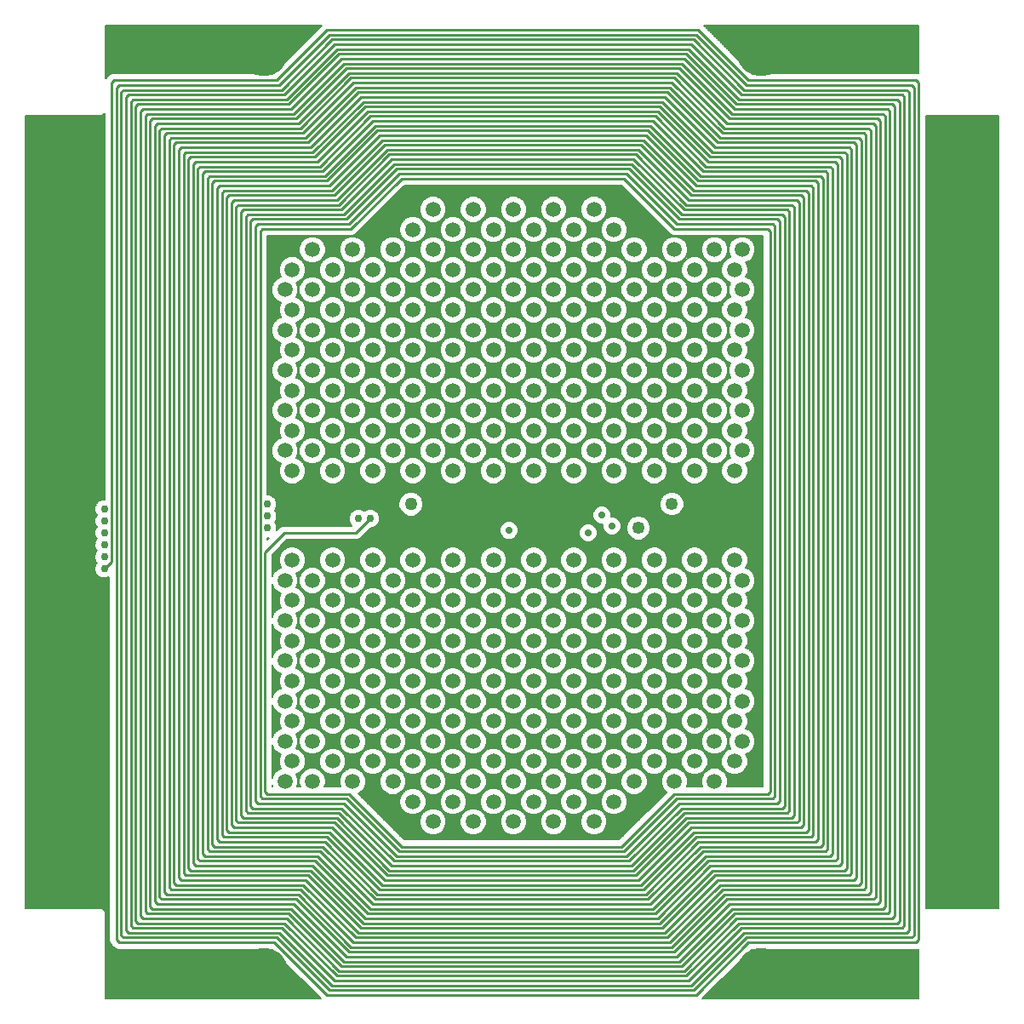
<source format=gbr>
G75*
G70*
%OFA0B0*%
%FSLAX24Y24*%
%IPPOS*%
%LPD*%
%AMOC8*
5,1,8,0,0,1.08239X$1,22.5*
%
%ADD10C,0.1896*%
%ADD11C,0.0594*%
%ADD12C,0.0493*%
%ADD13C,0.0502*%
%ADD14C,0.0108*%
%ADD15C,0.0298*%
%ADD16C,0.0278*%
%ADD17C,0.0396*%
%ADD18C,0.0059*%
D10*
X009751Y001764D03*
X029199Y001764D03*
X029199Y037827D03*
X009751Y037827D03*
D11*
X016365Y031646D03*
X017152Y030858D03*
X016365Y030071D03*
X017152Y029283D03*
X016365Y028496D03*
X017152Y027709D03*
X017940Y028496D03*
X018727Y027709D03*
X019514Y028496D03*
X018727Y029283D03*
X019514Y030071D03*
X018727Y030858D03*
X017940Y030071D03*
X017940Y031646D03*
X019514Y031646D03*
X020302Y030858D03*
X021089Y030071D03*
X020302Y029283D03*
X021089Y028496D03*
X020302Y027709D03*
X021089Y026921D03*
X020302Y026134D03*
X021089Y025346D03*
X020302Y024559D03*
X021089Y023772D03*
X021877Y024559D03*
X022664Y023772D03*
X023451Y024559D03*
X022664Y025346D03*
X023451Y026134D03*
X022664Y026921D03*
X021877Y026134D03*
X021877Y027709D03*
X022664Y028496D03*
X023451Y027709D03*
X024239Y028496D03*
X025026Y027709D03*
X025814Y028496D03*
X026601Y027709D03*
X027388Y028496D03*
X026601Y029283D03*
X027388Y030071D03*
X028176Y029283D03*
X028463Y028496D03*
X028176Y027709D03*
X028463Y026921D03*
X028176Y026134D03*
X028463Y025346D03*
X028176Y024559D03*
X028463Y023772D03*
X028176Y022984D03*
X028463Y022197D03*
X028176Y021409D03*
X027388Y022197D03*
X026601Y022984D03*
X025814Y022197D03*
X026601Y021409D03*
X025026Y021409D03*
X024239Y022197D03*
X025026Y022984D03*
X024239Y023772D03*
X025026Y024559D03*
X024239Y025346D03*
X025026Y026134D03*
X024239Y026921D03*
X025814Y026921D03*
X026601Y026134D03*
X027388Y026921D03*
X027388Y025346D03*
X026601Y024559D03*
X027388Y023772D03*
X025814Y023772D03*
X025814Y025346D03*
X023451Y022984D03*
X022664Y022197D03*
X021877Y022984D03*
X021089Y022197D03*
X020302Y022984D03*
X019514Y022197D03*
X018727Y022984D03*
X017940Y022197D03*
X018727Y021409D03*
X020302Y021409D03*
X021877Y021409D03*
X023451Y021409D03*
X023451Y017906D03*
X022664Y017118D03*
X023451Y016331D03*
X022664Y015543D03*
X023451Y014756D03*
X022664Y013969D03*
X021877Y014756D03*
X021089Y015543D03*
X020302Y014756D03*
X021089Y013969D03*
X020302Y013181D03*
X021089Y012394D03*
X021877Y013181D03*
X022664Y012394D03*
X023451Y013181D03*
X024239Y012394D03*
X025026Y013181D03*
X024239Y013969D03*
X025026Y014756D03*
X024239Y015543D03*
X025026Y016331D03*
X024239Y017118D03*
X025026Y017906D03*
X025814Y017118D03*
X026601Y016331D03*
X027388Y017118D03*
X026601Y017906D03*
X028176Y017906D03*
X028463Y017118D03*
X028176Y016331D03*
X028463Y015543D03*
X028176Y014756D03*
X028463Y013969D03*
X028176Y013181D03*
X028463Y012394D03*
X028176Y011606D03*
X028463Y010819D03*
X028176Y010031D03*
X027388Y009244D03*
X026601Y010031D03*
X025814Y009244D03*
X025026Y010031D03*
X024239Y009244D03*
X023451Y008457D03*
X022664Y009244D03*
X021877Y008457D03*
X022664Y007669D03*
X021089Y007669D03*
X020302Y008457D03*
X021089Y009244D03*
X020302Y010031D03*
X019514Y009244D03*
X018727Y008457D03*
X017940Y009244D03*
X018727Y010031D03*
X019514Y010819D03*
X018727Y011606D03*
X017940Y010819D03*
X017152Y011606D03*
X016365Y010819D03*
X017152Y010031D03*
X016365Y009244D03*
X017152Y008457D03*
X016365Y007669D03*
X015577Y008457D03*
X014790Y009244D03*
X015577Y010031D03*
X014790Y010819D03*
X015577Y011606D03*
X014790Y012394D03*
X015577Y013181D03*
X014790Y013969D03*
X015577Y014756D03*
X014790Y015543D03*
X015577Y016331D03*
X014790Y017118D03*
X015577Y017906D03*
X016365Y017118D03*
X017152Y016331D03*
X017940Y017118D03*
X018727Y016331D03*
X019514Y017118D03*
X018727Y017906D03*
X020302Y017906D03*
X021089Y017118D03*
X020302Y016331D03*
X019514Y015543D03*
X018727Y014756D03*
X017940Y015543D03*
X017152Y014756D03*
X016365Y015543D03*
X016365Y013969D03*
X017152Y013181D03*
X016365Y012394D03*
X017940Y012394D03*
X018727Y013181D03*
X019514Y012394D03*
X020302Y011606D03*
X021089Y010819D03*
X021877Y011606D03*
X022664Y010819D03*
X023451Y011606D03*
X024239Y010819D03*
X025026Y011606D03*
X025814Y010819D03*
X026601Y011606D03*
X027388Y010819D03*
X027388Y012394D03*
X026601Y013181D03*
X025814Y012394D03*
X025814Y013969D03*
X026601Y014756D03*
X027388Y015543D03*
X025814Y015543D03*
X027388Y013969D03*
X023451Y010031D03*
X021877Y010031D03*
X019514Y007669D03*
X017940Y007669D03*
X014003Y010031D03*
X013215Y009244D03*
X012428Y010031D03*
X011640Y009244D03*
X010566Y009244D03*
X010853Y010031D03*
X010566Y010819D03*
X010853Y011606D03*
X010566Y012394D03*
X010853Y013181D03*
X010566Y013969D03*
X010853Y014756D03*
X010566Y015543D03*
X010853Y016331D03*
X010566Y017118D03*
X010853Y017906D03*
X011640Y017118D03*
X012428Y016331D03*
X013215Y017118D03*
X012428Y017906D03*
X014003Y017906D03*
X014003Y016331D03*
X013215Y015543D03*
X012428Y014756D03*
X013215Y013969D03*
X014003Y014756D03*
X014003Y013181D03*
X013215Y012394D03*
X012428Y013181D03*
X011640Y012394D03*
X012428Y011606D03*
X013215Y010819D03*
X014003Y011606D03*
X011640Y010819D03*
X011640Y013969D03*
X011640Y015543D03*
X010853Y021409D03*
X010566Y022197D03*
X010853Y022984D03*
X010566Y023772D03*
X010853Y024559D03*
X010566Y025346D03*
X010853Y026134D03*
X010566Y026921D03*
X010853Y027709D03*
X010566Y028496D03*
X010853Y029283D03*
X011640Y028496D03*
X012428Y027709D03*
X013215Y028496D03*
X012428Y029283D03*
X013215Y030071D03*
X014003Y029283D03*
X014790Y028496D03*
X015577Y027709D03*
X014790Y026921D03*
X015577Y026134D03*
X014790Y025346D03*
X015577Y024559D03*
X014790Y023772D03*
X015577Y022984D03*
X014790Y022197D03*
X015577Y021409D03*
X016365Y022197D03*
X017152Y022984D03*
X016365Y023772D03*
X017152Y024559D03*
X016365Y025346D03*
X017152Y026134D03*
X016365Y026921D03*
X017940Y026921D03*
X018727Y026134D03*
X019514Y026921D03*
X019514Y025346D03*
X018727Y024559D03*
X019514Y023772D03*
X017940Y023772D03*
X017940Y025346D03*
X017152Y021409D03*
X014003Y021409D03*
X013215Y022197D03*
X012428Y022984D03*
X013215Y023772D03*
X012428Y024559D03*
X013215Y025346D03*
X014003Y024559D03*
X014003Y022984D03*
X012428Y021409D03*
X011640Y022197D03*
X011640Y023772D03*
X011640Y025346D03*
X012428Y026134D03*
X013215Y026921D03*
X014003Y026134D03*
X014003Y027709D03*
X015577Y029283D03*
X014790Y030071D03*
X015577Y030858D03*
X011640Y030071D03*
X011640Y026921D03*
X017152Y017906D03*
X017940Y013969D03*
X019514Y013969D03*
X021877Y016331D03*
X021877Y017906D03*
X021877Y029283D03*
X022664Y030071D03*
X023451Y030858D03*
X022664Y031646D03*
X021877Y030858D03*
X021089Y031646D03*
X023451Y029283D03*
X024239Y030071D03*
X025026Y029283D03*
X025814Y030071D03*
X028463Y030071D03*
D12*
X025722Y020104D03*
X024409Y019166D03*
D13*
X015500Y020104D03*
D14*
X013906Y019541D02*
X013343Y018979D01*
X010530Y018979D01*
X009780Y018228D01*
X009780Y008850D01*
X009873Y008757D01*
X013062Y008757D01*
X015125Y006693D01*
X023753Y006693D01*
X025816Y008757D01*
X029473Y008757D01*
X029567Y008850D01*
X029567Y030795D01*
X029473Y030889D01*
X025816Y030889D01*
X023847Y032858D01*
X015125Y032858D01*
X013156Y030889D01*
X009686Y030889D01*
X009592Y030795D01*
X009592Y008663D01*
X009686Y008569D01*
X012968Y008569D01*
X015031Y006506D01*
X023847Y006506D01*
X025910Y008569D01*
X029661Y008569D01*
X029755Y008663D01*
X029755Y030982D01*
X029661Y031076D01*
X025910Y031076D01*
X023940Y033045D01*
X015031Y033045D01*
X013062Y031076D01*
X009498Y031076D01*
X009405Y030982D01*
X009405Y008475D01*
X009498Y008381D01*
X012874Y008381D01*
X014938Y006318D01*
X023940Y006318D01*
X026004Y008381D01*
X029849Y008381D01*
X029942Y008475D01*
X029942Y031170D01*
X029849Y031264D01*
X026004Y031264D01*
X024034Y033233D01*
X014938Y033233D01*
X012968Y031264D01*
X009311Y031264D01*
X009217Y031170D01*
X009217Y008288D01*
X009311Y008194D01*
X012781Y008194D01*
X014844Y006131D01*
X024034Y006131D01*
X026097Y008194D01*
X030036Y008194D01*
X030130Y008288D01*
X030130Y031357D01*
X030036Y031451D01*
X026097Y031451D01*
X024128Y033421D01*
X014844Y033421D01*
X012874Y031451D01*
X009123Y031451D01*
X009029Y031357D01*
X009029Y008100D01*
X009123Y008006D01*
X012687Y008006D01*
X014750Y005943D01*
X024128Y005943D01*
X026191Y008006D01*
X030224Y008006D01*
X030317Y008100D01*
X030317Y031545D01*
X030224Y031639D01*
X026191Y031639D01*
X024222Y033608D01*
X014750Y033608D01*
X012781Y031639D01*
X008936Y031639D01*
X008842Y031545D01*
X008842Y007913D01*
X008936Y007819D01*
X012593Y007819D01*
X014656Y005756D01*
X024222Y005756D01*
X026285Y007819D01*
X030411Y007819D01*
X030505Y007913D01*
X030505Y031733D01*
X030411Y031826D01*
X026285Y031826D01*
X024316Y033796D01*
X014656Y033796D01*
X012687Y031826D01*
X008748Y031826D01*
X008654Y031733D01*
X008654Y007725D01*
X008748Y007631D01*
X012499Y007631D01*
X014562Y005568D01*
X024316Y005568D01*
X026379Y007631D01*
X030599Y007631D01*
X030693Y007725D01*
X030693Y031920D01*
X030599Y032014D01*
X026379Y032014D01*
X024409Y033983D01*
X014562Y033983D01*
X012593Y032014D01*
X008561Y032014D01*
X008467Y031920D01*
X008467Y007537D01*
X008561Y007444D01*
X012406Y007444D01*
X014469Y005380D01*
X024409Y005380D01*
X026472Y007444D01*
X030786Y007444D01*
X030880Y007537D01*
X030880Y032108D01*
X030786Y032201D01*
X026472Y032201D01*
X024503Y034171D01*
X014469Y034171D01*
X012499Y032201D01*
X008373Y032201D01*
X008279Y032108D01*
X008279Y007350D01*
X008373Y007256D01*
X012312Y007256D01*
X014375Y005193D01*
X024503Y005193D01*
X026566Y007256D01*
X030974Y007256D01*
X031068Y007350D01*
X031068Y032295D01*
X030974Y032389D01*
X026566Y032389D01*
X024597Y034358D01*
X014375Y034358D01*
X012406Y032389D01*
X008185Y032389D01*
X008092Y032295D01*
X008092Y007162D01*
X008185Y007069D01*
X012218Y007069D01*
X014281Y005005D01*
X024597Y005005D01*
X026660Y007069D01*
X031161Y007069D01*
X031255Y007162D01*
X031255Y032483D01*
X031161Y032577D01*
X026660Y032577D01*
X024691Y034546D01*
X014281Y034546D01*
X012312Y032577D01*
X007998Y032577D01*
X007904Y032483D01*
X007904Y006975D01*
X007998Y006881D01*
X012124Y006881D01*
X014187Y004818D01*
X024691Y004818D01*
X026754Y006881D01*
X031349Y006881D01*
X031443Y006975D01*
X031443Y032670D01*
X031349Y032764D01*
X026754Y032764D01*
X024784Y034733D01*
X014187Y034733D01*
X012218Y032764D01*
X007810Y032764D01*
X007717Y032670D01*
X007717Y006787D01*
X007810Y006693D01*
X012030Y006693D01*
X014094Y004630D01*
X024784Y004630D01*
X026848Y006693D01*
X031537Y006693D01*
X031630Y006787D01*
X031630Y032858D01*
X031537Y032952D01*
X026848Y032952D01*
X024878Y034921D01*
X014094Y034921D01*
X012124Y032952D01*
X007623Y032952D01*
X007529Y032858D01*
X007529Y006600D01*
X007623Y006506D01*
X011937Y006506D01*
X014000Y004443D01*
X024878Y004443D01*
X026941Y006506D01*
X031724Y006506D01*
X031818Y006600D01*
X031818Y033045D01*
X031724Y033139D01*
X026941Y033139D01*
X024972Y035109D01*
X014000Y035109D01*
X012030Y033139D01*
X007435Y033139D01*
X007341Y033045D01*
X007341Y006412D01*
X007435Y006318D01*
X011843Y006318D01*
X013906Y004255D01*
X024972Y004255D01*
X027035Y006318D01*
X031912Y006318D01*
X032005Y006412D01*
X032005Y033233D01*
X031912Y033327D01*
X027035Y033327D01*
X025066Y035296D01*
X013906Y035296D01*
X011937Y033327D01*
X007248Y033327D01*
X007154Y033233D01*
X007154Y006224D01*
X007248Y006131D01*
X011749Y006131D01*
X013812Y004068D01*
X025066Y004068D01*
X027129Y006131D01*
X032099Y006131D01*
X032193Y006224D01*
X032193Y033421D01*
X032099Y033514D01*
X027129Y033514D01*
X025160Y035484D01*
X013812Y035484D01*
X011843Y033514D01*
X007060Y033514D01*
X006966Y033421D01*
X006966Y006037D01*
X007060Y005943D01*
X011655Y005943D01*
X013718Y003880D01*
X025160Y003880D01*
X027223Y005943D01*
X032287Y005943D01*
X032381Y006037D01*
X032381Y033608D01*
X032287Y033702D01*
X027223Y033702D01*
X025253Y035671D01*
X013718Y035671D01*
X011749Y033702D01*
X006873Y033702D01*
X006779Y033608D01*
X006779Y005849D01*
X006873Y005756D01*
X011561Y005756D01*
X013625Y003692D01*
X025253Y003692D01*
X027316Y005756D01*
X032474Y005756D01*
X032568Y005849D01*
X032568Y033796D01*
X032474Y033889D01*
X027316Y033889D01*
X025347Y035859D01*
X013625Y035859D01*
X011655Y033889D01*
X006685Y033889D01*
X006591Y033796D01*
X006591Y005662D01*
X006685Y005568D01*
X011468Y005568D01*
X013531Y003505D01*
X025347Y003505D01*
X027410Y005568D01*
X032662Y005568D01*
X032756Y005662D01*
X032756Y033983D01*
X032662Y034077D01*
X027410Y034077D01*
X025441Y036046D01*
X013531Y036046D01*
X011561Y034077D01*
X006497Y034077D01*
X006404Y033983D01*
X006404Y005474D01*
X006497Y005380D01*
X011374Y005380D01*
X013437Y003317D01*
X025441Y003317D01*
X027504Y005380D01*
X032849Y005380D01*
X032943Y005474D01*
X032943Y034171D01*
X032849Y034265D01*
X027504Y034265D01*
X025535Y036234D01*
X013437Y036234D01*
X011468Y034265D01*
X006310Y034265D01*
X006216Y034171D01*
X006216Y005287D01*
X006310Y005193D01*
X011280Y005193D01*
X013343Y003130D01*
X025535Y003130D01*
X027598Y005193D01*
X033037Y005193D01*
X033131Y005287D01*
X033131Y034358D01*
X033037Y034452D01*
X027598Y034452D01*
X025628Y036421D01*
X013343Y036421D01*
X011374Y034452D01*
X006122Y034452D01*
X006029Y034358D01*
X006029Y005099D01*
X006122Y005005D01*
X011186Y005005D01*
X013250Y002942D01*
X025628Y002942D01*
X027692Y005005D01*
X033225Y005005D01*
X033318Y005099D01*
X033318Y034546D01*
X033225Y034640D01*
X027692Y034640D01*
X025722Y036609D01*
X013250Y036609D01*
X011280Y034640D01*
X005935Y034640D01*
X005841Y034546D01*
X005841Y004912D01*
X005935Y004818D01*
X011093Y004818D01*
X013156Y002755D01*
X025722Y002755D01*
X027785Y004818D01*
X033412Y004818D01*
X033506Y004912D01*
X033506Y034733D01*
X033412Y034827D01*
X027785Y034827D01*
X025816Y036797D01*
X013156Y036797D01*
X011186Y034827D01*
X005747Y034827D01*
X005653Y034733D01*
X005653Y004724D01*
X005747Y004630D01*
X010999Y004630D01*
X013062Y002567D01*
X025816Y002567D01*
X027879Y004630D01*
X033600Y004630D01*
X033693Y004724D01*
X033693Y034921D01*
X033600Y035015D01*
X027879Y035015D01*
X025910Y036984D01*
X013062Y036984D01*
X011093Y035015D01*
X005560Y035015D01*
X005466Y034921D01*
X005466Y004536D01*
X005560Y004443D01*
X010905Y004443D01*
X012968Y002380D01*
X025910Y002380D01*
X027973Y004443D01*
X033787Y004443D01*
X033881Y004536D01*
X033881Y035109D01*
X033787Y035202D01*
X027973Y035202D01*
X026004Y037172D01*
X012968Y037172D01*
X010999Y035202D01*
X005372Y035202D01*
X005278Y035109D01*
X005278Y004349D01*
X005372Y004255D01*
X010811Y004255D01*
X012874Y002192D01*
X026004Y002192D01*
X028067Y004255D01*
X033975Y004255D01*
X034069Y004349D01*
X034069Y035296D01*
X033975Y035390D01*
X028067Y035390D01*
X026097Y037359D01*
X012874Y037359D01*
X010905Y035390D01*
X005184Y035390D01*
X005091Y035296D01*
X005091Y004161D01*
X005184Y004068D01*
X010717Y004068D01*
X012781Y002004D01*
X026097Y002004D01*
X028160Y004068D01*
X034162Y004068D01*
X034256Y004161D01*
X034256Y035484D01*
X034162Y035577D01*
X028160Y035577D01*
X026191Y037547D01*
X012781Y037547D01*
X010811Y035577D01*
X004997Y035577D01*
X004903Y035484D01*
X004903Y003974D01*
X004997Y003880D01*
X010624Y003880D01*
X012687Y001817D01*
X026191Y001817D01*
X028254Y003880D01*
X034350Y003880D01*
X034444Y003974D01*
X034444Y035671D01*
X034350Y035765D01*
X028254Y035765D01*
X026285Y037734D01*
X012687Y037734D01*
X010717Y035765D01*
X004809Y035765D01*
X004716Y035671D01*
X004716Y003786D01*
X004809Y003692D01*
X010530Y003692D01*
X012593Y001629D01*
X026285Y001629D01*
X028348Y003692D01*
X034537Y003692D01*
X034631Y003786D01*
X034631Y035859D01*
X034537Y035953D01*
X028348Y035953D01*
X026379Y037922D01*
X012593Y037922D01*
X010624Y035953D01*
X004622Y035953D01*
X004528Y035859D01*
X004528Y003599D01*
X004622Y003505D01*
X010436Y003505D01*
X012499Y001442D01*
X026379Y001442D01*
X028442Y003505D01*
X034725Y003505D01*
X034819Y003599D01*
X034819Y036046D01*
X034725Y036140D01*
X028442Y036140D01*
X026472Y038110D01*
X012499Y038110D01*
X010530Y036140D01*
X004434Y036140D01*
X004340Y036046D01*
X004340Y003411D01*
X004434Y003317D01*
X010342Y003317D01*
X012406Y001254D01*
X026472Y001254D01*
X028536Y003317D01*
X034913Y003317D01*
X035006Y003411D01*
X035006Y036234D01*
X034913Y036328D01*
X028536Y036328D01*
X026566Y038297D01*
X012406Y038297D01*
X010436Y036328D01*
X004247Y036328D01*
X004153Y036234D01*
X004153Y003224D01*
X004247Y003130D01*
X010249Y003130D01*
X012312Y001067D01*
X026566Y001067D01*
X028629Y003130D01*
X035100Y003130D01*
X035194Y003224D01*
X035194Y036421D01*
X035100Y036515D01*
X028629Y036515D01*
X026660Y038485D01*
X012312Y038485D01*
X010342Y036515D01*
X004059Y036515D01*
X003965Y036421D01*
X003965Y003036D01*
X004059Y002942D01*
X010155Y002942D01*
X012218Y000879D01*
X026660Y000879D01*
X028723Y002942D01*
X035288Y002942D01*
X035381Y003036D01*
X035381Y036609D01*
X035288Y036703D01*
X028723Y036703D01*
X026754Y038672D01*
X012218Y038672D01*
X010249Y036703D01*
X003872Y036703D01*
X003778Y036609D01*
X003778Y017853D01*
X003496Y017572D01*
D15*
X003496Y017572D03*
X003496Y018041D03*
X003496Y018510D03*
X003496Y018979D03*
X003496Y019447D03*
X003496Y019916D03*
X009873Y020104D03*
X009873Y019635D03*
X009873Y019166D03*
X013437Y019541D03*
X013906Y019541D03*
D16*
X019345Y019072D03*
X022440Y018979D03*
X022979Y019677D03*
X023373Y019244D03*
D17*
X037077Y017256D03*
X037073Y011886D03*
X037073Y006331D03*
X027703Y000937D03*
X011168Y000937D03*
X001743Y006472D03*
X001695Y011839D03*
X001695Y017717D03*
X001695Y023457D03*
X001695Y028402D03*
X001652Y033303D03*
X011207Y038575D03*
X027743Y038535D03*
X036983Y033398D03*
X037030Y028126D03*
X037125Y023039D03*
D18*
X011971Y000730D02*
X003541Y000730D01*
X003541Y004141D01*
X003408Y004274D01*
X003221Y004274D01*
X000391Y004274D01*
X000391Y035317D01*
X003408Y035317D01*
X003498Y035406D01*
X003498Y020292D01*
X003422Y020292D01*
X003284Y020234D01*
X003178Y020129D01*
X003121Y019991D01*
X003121Y019842D01*
X003178Y019704D01*
X003200Y019682D01*
X003178Y019660D01*
X003121Y019522D01*
X003121Y019373D01*
X003178Y019235D01*
X003200Y019213D01*
X003178Y019191D01*
X003121Y019053D01*
X003121Y018904D01*
X003178Y018766D01*
X003200Y018744D01*
X003178Y018722D01*
X003121Y018584D01*
X003121Y018435D01*
X003178Y018297D01*
X003200Y018275D01*
X003178Y018253D01*
X003121Y018115D01*
X003121Y017966D01*
X003178Y017828D01*
X003200Y017806D01*
X003178Y017784D01*
X003121Y017646D01*
X003121Y017497D01*
X003178Y017359D01*
X003284Y017254D01*
X003422Y017197D01*
X003571Y017197D01*
X003685Y017244D01*
X003685Y003092D01*
X003685Y002980D01*
X003728Y002877D01*
X003822Y002784D01*
X003822Y002784D01*
X003900Y002705D01*
X004003Y002662D01*
X010039Y002662D01*
X011971Y000730D01*
X011966Y000734D02*
X003541Y000734D01*
X003541Y000792D02*
X011909Y000792D01*
X011851Y000850D02*
X003541Y000850D01*
X003541Y000907D02*
X011794Y000907D01*
X011736Y000965D02*
X003541Y000965D01*
X003541Y001022D02*
X011678Y001022D01*
X011621Y001080D02*
X003541Y001080D01*
X003541Y001138D02*
X011563Y001138D01*
X011506Y001195D02*
X003541Y001195D01*
X003541Y001253D02*
X011448Y001253D01*
X011390Y001310D02*
X003541Y001310D01*
X003541Y001368D02*
X011333Y001368D01*
X011275Y001426D02*
X003541Y001426D01*
X003541Y001483D02*
X011218Y001483D01*
X011160Y001541D02*
X003541Y001541D01*
X003541Y001598D02*
X011102Y001598D01*
X011045Y001656D02*
X003541Y001656D01*
X003541Y001714D02*
X010987Y001714D01*
X010930Y001771D02*
X003541Y001771D01*
X003541Y001829D02*
X010872Y001829D01*
X010814Y001886D02*
X003541Y001886D01*
X003541Y001944D02*
X010757Y001944D01*
X010699Y002001D02*
X003541Y002001D01*
X003541Y002059D02*
X010642Y002059D01*
X010584Y002117D02*
X003541Y002117D01*
X003541Y002174D02*
X010526Y002174D01*
X010469Y002232D02*
X003541Y002232D01*
X003541Y002289D02*
X010411Y002289D01*
X010354Y002347D02*
X003541Y002347D01*
X003541Y002405D02*
X010296Y002405D01*
X010239Y002462D02*
X003541Y002462D01*
X003541Y002520D02*
X010181Y002520D01*
X010123Y002577D02*
X003541Y002577D01*
X003541Y002635D02*
X010066Y002635D01*
X014741Y007473D02*
X015880Y007473D01*
X015903Y007416D02*
X014799Y007416D01*
X014856Y007358D02*
X015936Y007358D01*
X015921Y007373D02*
X016068Y007226D01*
X016261Y007146D01*
X016469Y007146D01*
X016661Y007226D01*
X016808Y007373D01*
X016888Y007565D01*
X016888Y007773D01*
X016808Y007966D01*
X016661Y008113D01*
X016469Y008192D01*
X016261Y008192D01*
X016068Y008113D01*
X015921Y007966D01*
X015841Y007773D01*
X015841Y007565D01*
X015921Y007373D01*
X015993Y007301D02*
X014914Y007301D01*
X014972Y007243D02*
X016051Y007243D01*
X016166Y007185D02*
X015029Y007185D01*
X015087Y007128D02*
X023791Y007128D01*
X023849Y007185D02*
X022863Y007185D01*
X022768Y007146D02*
X022960Y007226D01*
X023107Y007373D01*
X023187Y007565D01*
X023187Y007773D01*
X023107Y007966D01*
X022960Y008113D01*
X022768Y008192D01*
X022560Y008192D01*
X022368Y008113D01*
X022220Y007966D01*
X022141Y007773D01*
X022141Y007565D01*
X022220Y007373D01*
X022368Y007226D01*
X022560Y007146D01*
X022768Y007146D01*
X022978Y007243D02*
X023906Y007243D01*
X023964Y007301D02*
X023035Y007301D01*
X023093Y007358D02*
X024021Y007358D01*
X024079Y007416D02*
X023125Y007416D01*
X023149Y007473D02*
X024137Y007473D01*
X024194Y007531D02*
X023173Y007531D01*
X023187Y007589D02*
X024252Y007589D01*
X024309Y007646D02*
X023187Y007646D01*
X023187Y007704D02*
X024367Y007704D01*
X024425Y007761D02*
X023187Y007761D01*
X023168Y007819D02*
X024482Y007819D01*
X024540Y007877D02*
X023144Y007877D01*
X023121Y007934D02*
X023346Y007934D01*
X023347Y007933D02*
X023555Y007933D01*
X023748Y008013D01*
X023895Y008160D01*
X023975Y008353D01*
X023975Y008561D01*
X023895Y008753D01*
X023748Y008900D01*
X023555Y008980D01*
X023347Y008980D01*
X023155Y008900D01*
X023008Y008753D01*
X022928Y008561D01*
X022928Y008353D01*
X023008Y008160D01*
X023155Y008013D01*
X023347Y007933D01*
X023207Y007992D02*
X023081Y007992D01*
X023119Y008049D02*
X023024Y008049D01*
X023061Y008107D02*
X022966Y008107D01*
X023006Y008165D02*
X022836Y008165D01*
X022982Y008222D02*
X022346Y008222D01*
X022370Y008280D02*
X022958Y008280D01*
X022934Y008337D02*
X022393Y008337D01*
X022400Y008353D02*
X022320Y008160D01*
X022173Y008013D01*
X021981Y007933D01*
X021772Y007933D01*
X021580Y008013D01*
X021433Y008160D01*
X021353Y008353D01*
X021353Y008561D01*
X021433Y008753D01*
X021580Y008900D01*
X021772Y008980D01*
X021981Y008980D01*
X022173Y008900D01*
X022320Y008753D01*
X022400Y008561D01*
X022400Y008353D01*
X022400Y008395D02*
X022928Y008395D01*
X022928Y008453D02*
X022400Y008453D01*
X022400Y008510D02*
X022928Y008510D01*
X022931Y008568D02*
X022397Y008568D01*
X022373Y008625D02*
X022955Y008625D01*
X022979Y008683D02*
X022349Y008683D01*
X022325Y008741D02*
X022512Y008741D01*
X022560Y008721D02*
X022768Y008721D01*
X022960Y008801D01*
X023107Y008948D01*
X023187Y009140D01*
X023187Y009348D01*
X023107Y009540D01*
X022960Y009688D01*
X022768Y009767D01*
X022560Y009767D01*
X022368Y009688D01*
X022220Y009540D01*
X022141Y009348D01*
X022141Y009140D01*
X022220Y008948D01*
X022368Y008801D01*
X022560Y008721D01*
X022373Y008798D02*
X022275Y008798D01*
X022312Y008856D02*
X022217Y008856D01*
X022255Y008913D02*
X022141Y008913D01*
X022211Y008971D02*
X022002Y008971D01*
X022187Y009029D02*
X021566Y009029D01*
X021590Y009086D02*
X022163Y009086D01*
X022141Y009144D02*
X021612Y009144D01*
X021612Y009140D02*
X021533Y008948D01*
X021386Y008801D01*
X021193Y008721D01*
X020985Y008721D01*
X020793Y008801D01*
X020646Y008948D01*
X020566Y009140D01*
X020566Y009348D01*
X020646Y009540D01*
X020793Y009688D01*
X020985Y009767D01*
X021193Y009767D01*
X021386Y009688D01*
X021533Y009540D01*
X021612Y009348D01*
X021612Y009140D01*
X021612Y009201D02*
X022141Y009201D01*
X022141Y009259D02*
X021612Y009259D01*
X021612Y009316D02*
X022141Y009316D01*
X022151Y009374D02*
X021602Y009374D01*
X021578Y009432D02*
X022175Y009432D01*
X022199Y009489D02*
X021554Y009489D01*
X021526Y009547D02*
X021679Y009547D01*
X021772Y009508D02*
X021981Y009508D01*
X022173Y009588D01*
X022320Y009735D01*
X022400Y009927D01*
X022400Y010136D01*
X022320Y010328D01*
X022173Y010475D01*
X021981Y010555D01*
X021772Y010555D01*
X021580Y010475D01*
X021433Y010328D01*
X021353Y010136D01*
X021353Y009927D01*
X021433Y009735D01*
X021580Y009588D01*
X021772Y009508D01*
X021564Y009604D02*
X021469Y009604D01*
X021506Y009662D02*
X021411Y009662D01*
X021448Y009720D02*
X021308Y009720D01*
X021415Y009777D02*
X020763Y009777D01*
X020745Y009735D02*
X020825Y009927D01*
X020825Y010136D01*
X020745Y010328D01*
X020598Y010475D01*
X020406Y010555D01*
X020198Y010555D01*
X020005Y010475D01*
X019858Y010328D01*
X019779Y010136D01*
X019779Y009927D01*
X019858Y009735D01*
X020005Y009588D01*
X020198Y009508D01*
X020406Y009508D01*
X020598Y009588D01*
X020745Y009735D01*
X020730Y009720D02*
X020870Y009720D01*
X020767Y009662D02*
X020672Y009662D01*
X020710Y009604D02*
X020615Y009604D01*
X020652Y009547D02*
X020499Y009547D01*
X020624Y009489D02*
X019979Y009489D01*
X019958Y009540D02*
X019811Y009688D01*
X019618Y009767D01*
X019410Y009767D01*
X019218Y009688D01*
X019071Y009540D01*
X018991Y009348D01*
X018991Y009140D01*
X019071Y008948D01*
X019218Y008801D01*
X019410Y008721D01*
X019618Y008721D01*
X019811Y008801D01*
X019958Y008948D01*
X020038Y009140D01*
X020038Y009348D01*
X019958Y009540D01*
X019951Y009547D02*
X020104Y009547D01*
X019989Y009604D02*
X019894Y009604D01*
X019931Y009662D02*
X019836Y009662D01*
X019874Y009720D02*
X019733Y009720D01*
X019841Y009777D02*
X019188Y009777D01*
X019170Y009735D02*
X019250Y009927D01*
X019250Y010136D01*
X019170Y010328D01*
X019023Y010475D01*
X018831Y010555D01*
X018623Y010555D01*
X018431Y010475D01*
X018283Y010328D01*
X018204Y010136D01*
X018204Y009927D01*
X018283Y009735D01*
X018431Y009588D01*
X018623Y009508D01*
X018831Y009508D01*
X019023Y009588D01*
X019170Y009735D01*
X019155Y009720D02*
X019295Y009720D01*
X019192Y009662D02*
X019097Y009662D01*
X019135Y009604D02*
X019040Y009604D01*
X019077Y009547D02*
X018924Y009547D01*
X019050Y009489D02*
X018404Y009489D01*
X018383Y009540D02*
X018236Y009688D01*
X018044Y009767D01*
X017835Y009767D01*
X017643Y009688D01*
X017496Y009540D01*
X017416Y009348D01*
X017416Y009140D01*
X017496Y008948D01*
X017643Y008801D01*
X017835Y008721D01*
X018044Y008721D01*
X018236Y008801D01*
X018383Y008948D01*
X018463Y009140D01*
X018463Y009348D01*
X018383Y009540D01*
X018377Y009547D02*
X018530Y009547D01*
X018414Y009604D02*
X018319Y009604D01*
X018356Y009662D02*
X018261Y009662D01*
X018299Y009720D02*
X018159Y009720D01*
X018266Y009777D02*
X017613Y009777D01*
X017596Y009735D02*
X017675Y009927D01*
X017675Y010136D01*
X017596Y010328D01*
X017449Y010475D01*
X017256Y010555D01*
X017048Y010555D01*
X016856Y010475D01*
X016709Y010328D01*
X016629Y010136D01*
X016629Y009927D01*
X016709Y009735D01*
X016856Y009588D01*
X017048Y009508D01*
X017256Y009508D01*
X017449Y009588D01*
X017596Y009735D01*
X017580Y009720D02*
X017721Y009720D01*
X017618Y009662D02*
X017523Y009662D01*
X017560Y009604D02*
X017465Y009604D01*
X017502Y009547D02*
X017349Y009547D01*
X017475Y009489D02*
X016829Y009489D01*
X016808Y009540D02*
X016661Y009688D01*
X016469Y009767D01*
X016261Y009767D01*
X016068Y009688D01*
X015921Y009540D01*
X015841Y009348D01*
X015841Y009140D01*
X015921Y008948D01*
X016068Y008801D01*
X016261Y008721D01*
X016469Y008721D01*
X016661Y008801D01*
X016808Y008948D01*
X016888Y009140D01*
X016888Y009348D01*
X016808Y009540D01*
X016802Y009547D02*
X016955Y009547D01*
X016839Y009604D02*
X016744Y009604D01*
X016782Y009662D02*
X016687Y009662D01*
X016724Y009720D02*
X016584Y009720D01*
X016691Y009777D02*
X016038Y009777D01*
X016021Y009735D02*
X016101Y009927D01*
X016101Y010136D01*
X016021Y010328D01*
X015874Y010475D01*
X015681Y010555D01*
X015473Y010555D01*
X015281Y010475D01*
X015134Y010328D01*
X015054Y010136D01*
X015054Y009927D01*
X015134Y009735D01*
X015281Y009588D01*
X015473Y009508D01*
X015681Y009508D01*
X015874Y009588D01*
X016021Y009735D01*
X016005Y009720D02*
X016146Y009720D01*
X016043Y009662D02*
X015948Y009662D01*
X015985Y009604D02*
X015890Y009604D01*
X015928Y009547D02*
X015775Y009547D01*
X015900Y009489D02*
X015255Y009489D01*
X015233Y009540D02*
X015086Y009688D01*
X014894Y009767D01*
X014686Y009767D01*
X014494Y009688D01*
X014346Y009540D01*
X014267Y009348D01*
X014267Y009140D01*
X014346Y008948D01*
X014494Y008801D01*
X014686Y008721D01*
X014894Y008721D01*
X015086Y008801D01*
X015233Y008948D01*
X015313Y009140D01*
X015313Y009348D01*
X015233Y009540D01*
X015227Y009547D02*
X015380Y009547D01*
X015264Y009604D02*
X015169Y009604D01*
X015207Y009662D02*
X015112Y009662D01*
X015149Y009720D02*
X015009Y009720D01*
X015116Y009777D02*
X014464Y009777D01*
X014446Y009735D02*
X014526Y009927D01*
X014526Y010136D01*
X014446Y010328D01*
X014299Y010475D01*
X014107Y010555D01*
X013898Y010555D01*
X013706Y010475D01*
X013559Y010328D01*
X013479Y010136D01*
X013479Y009927D01*
X013559Y009735D01*
X013706Y009588D01*
X013898Y009508D01*
X014107Y009508D01*
X014299Y009588D01*
X014446Y009735D01*
X014431Y009720D02*
X014571Y009720D01*
X014468Y009662D02*
X014373Y009662D01*
X014410Y009604D02*
X014315Y009604D01*
X014353Y009547D02*
X014200Y009547D01*
X014325Y009489D02*
X013680Y009489D01*
X013659Y009540D02*
X013511Y009688D01*
X013319Y009767D01*
X013111Y009767D01*
X012919Y009688D01*
X012772Y009540D01*
X012692Y009348D01*
X012692Y009140D01*
X012735Y009037D01*
X012121Y009037D01*
X012164Y009140D01*
X012164Y009348D01*
X012084Y009540D01*
X011937Y009688D01*
X011744Y009767D01*
X011536Y009767D01*
X011344Y009688D01*
X011197Y009540D01*
X011117Y009348D01*
X011117Y009140D01*
X011160Y009037D01*
X011046Y009037D01*
X011089Y009140D01*
X011089Y009348D01*
X011013Y009531D01*
X011149Y009588D01*
X011296Y009735D01*
X011376Y009927D01*
X011376Y010136D01*
X011296Y010328D01*
X011149Y010475D01*
X011013Y010532D01*
X011089Y010715D01*
X011089Y010923D01*
X011013Y011106D01*
X011149Y011163D01*
X011296Y011310D01*
X011376Y011502D01*
X011376Y011710D01*
X011296Y011903D01*
X011149Y012050D01*
X011013Y012106D01*
X011089Y012290D01*
X011089Y012498D01*
X011013Y012681D01*
X011149Y012738D01*
X011296Y012885D01*
X011376Y013077D01*
X011376Y013285D01*
X011296Y013477D01*
X011149Y013625D01*
X011013Y013681D01*
X011089Y013864D01*
X011089Y014073D01*
X011013Y014256D01*
X011149Y014312D01*
X011296Y014459D01*
X011376Y014652D01*
X011376Y014860D01*
X011296Y015052D01*
X011149Y015199D01*
X011013Y015256D01*
X011089Y015439D01*
X011089Y015647D01*
X011013Y015831D01*
X011149Y015887D01*
X011296Y016034D01*
X011376Y016227D01*
X011376Y016435D01*
X011296Y016627D01*
X011149Y016774D01*
X011013Y016831D01*
X011089Y017014D01*
X011089Y017222D01*
X011013Y017405D01*
X011149Y017462D01*
X011296Y017609D01*
X011376Y017801D01*
X011376Y018010D01*
X011296Y018202D01*
X011149Y018349D01*
X010957Y018429D01*
X010749Y018429D01*
X010556Y018349D01*
X010409Y018202D01*
X010330Y018010D01*
X010330Y017801D01*
X010406Y017618D01*
X010269Y017562D01*
X010122Y017414D01*
X010060Y017264D01*
X010060Y018112D01*
X010646Y018698D01*
X013399Y018698D01*
X013502Y018741D01*
X013581Y018820D01*
X013927Y019166D01*
X013981Y019166D01*
X014119Y019223D01*
X019012Y019223D01*
X019035Y019279D02*
X018980Y019145D01*
X018980Y019000D01*
X019035Y018865D01*
X019138Y018762D01*
X019272Y018707D01*
X019418Y018707D01*
X019552Y018762D01*
X019655Y018865D01*
X019711Y019000D01*
X019711Y019145D01*
X019655Y019279D01*
X019552Y019382D01*
X019418Y019438D01*
X019272Y019438D01*
X019138Y019382D01*
X019035Y019279D01*
X019037Y019281D02*
X014177Y019281D01*
X014224Y019329D02*
X014281Y019466D01*
X014281Y019616D01*
X014224Y019754D01*
X014119Y019859D01*
X013981Y019916D01*
X013831Y019916D01*
X013693Y019859D01*
X013672Y019837D01*
X013650Y019859D01*
X013512Y019916D01*
X013362Y019916D01*
X013224Y019859D01*
X013119Y019754D01*
X013062Y019616D01*
X013062Y019466D01*
X013119Y019329D01*
X013189Y019259D01*
X010586Y019259D01*
X010474Y019259D01*
X010371Y019216D01*
X010249Y019093D01*
X010249Y019241D01*
X010192Y019379D01*
X010170Y019401D01*
X010192Y019422D01*
X010249Y019560D01*
X010249Y019710D01*
X010192Y019848D01*
X010170Y019869D01*
X010192Y019891D01*
X010249Y020029D01*
X010249Y020179D01*
X010192Y020316D01*
X010086Y020422D01*
X009948Y020479D01*
X009872Y020479D01*
X009872Y030608D01*
X013211Y030608D01*
X013314Y030651D01*
X013393Y030730D01*
X015241Y032578D01*
X023731Y032578D01*
X025657Y030651D01*
X025760Y030608D01*
X025872Y030608D01*
X029287Y030608D01*
X029287Y009037D01*
X027869Y009037D01*
X027912Y009140D01*
X027912Y009348D01*
X027832Y009540D01*
X027685Y009688D01*
X027492Y009767D01*
X027284Y009767D01*
X027092Y009688D01*
X026945Y009540D01*
X026865Y009348D01*
X026865Y009140D01*
X026908Y009037D01*
X026294Y009037D01*
X026337Y009140D01*
X026337Y009348D01*
X026257Y009540D01*
X026110Y009688D01*
X025918Y009767D01*
X025709Y009767D01*
X025517Y009688D01*
X025370Y009540D01*
X025290Y009348D01*
X025290Y009140D01*
X025370Y008948D01*
X025490Y008827D01*
X023637Y006974D01*
X015241Y006974D01*
X013443Y008772D01*
X013511Y008801D01*
X013659Y008948D01*
X013738Y009140D01*
X013738Y009348D01*
X013659Y009540D01*
X013652Y009547D02*
X013805Y009547D01*
X013690Y009604D02*
X013595Y009604D01*
X013632Y009662D02*
X013537Y009662D01*
X013574Y009720D02*
X013434Y009720D01*
X013541Y009777D02*
X012889Y009777D01*
X012871Y009735D02*
X012951Y009927D01*
X012951Y010136D01*
X012871Y010328D01*
X012724Y010475D01*
X012532Y010555D01*
X012324Y010555D01*
X012131Y010475D01*
X011984Y010328D01*
X011904Y010136D01*
X011904Y009927D01*
X011984Y009735D01*
X012131Y009588D01*
X012324Y009508D01*
X012532Y009508D01*
X012724Y009588D01*
X012871Y009735D01*
X012856Y009720D02*
X012996Y009720D01*
X012893Y009662D02*
X012798Y009662D01*
X012836Y009604D02*
X012741Y009604D01*
X012778Y009547D02*
X012625Y009547D01*
X012750Y009489D02*
X012105Y009489D01*
X012129Y009432D02*
X012726Y009432D01*
X012703Y009374D02*
X012153Y009374D01*
X012164Y009316D02*
X012692Y009316D01*
X012692Y009259D02*
X012164Y009259D01*
X012164Y009201D02*
X012692Y009201D01*
X012692Y009144D02*
X012164Y009144D01*
X012141Y009086D02*
X012714Y009086D01*
X012230Y009547D02*
X012077Y009547D01*
X012115Y009604D02*
X012020Y009604D01*
X012057Y009662D02*
X011962Y009662D01*
X012000Y009720D02*
X011859Y009720D01*
X011967Y009777D02*
X011314Y009777D01*
X011338Y009835D02*
X011943Y009835D01*
X011919Y009892D02*
X011362Y009892D01*
X011376Y009950D02*
X011904Y009950D01*
X011904Y010008D02*
X011376Y010008D01*
X011376Y010065D02*
X011904Y010065D01*
X011904Y010123D02*
X011376Y010123D01*
X011358Y010180D02*
X011923Y010180D01*
X011947Y010238D02*
X011334Y010238D01*
X011310Y010296D02*
X011536Y010296D01*
X011744Y010296D01*
X011971Y010296D01*
X012010Y010353D02*
X011883Y010353D01*
X011937Y010375D02*
X012084Y010522D01*
X012164Y010715D01*
X012164Y010923D01*
X012084Y011115D01*
X011937Y011262D01*
X011744Y011342D01*
X011536Y011342D01*
X011344Y011262D01*
X011197Y011115D01*
X011117Y010923D01*
X011117Y010715D01*
X011197Y010522D01*
X011344Y010375D01*
X011536Y010296D01*
X011397Y010353D02*
X011271Y010353D01*
X011308Y010411D02*
X011213Y010411D01*
X011251Y010468D02*
X011156Y010468D01*
X011195Y010526D02*
X011026Y010526D01*
X011034Y010584D02*
X011171Y010584D01*
X011148Y010641D02*
X011058Y010641D01*
X011082Y010699D02*
X011124Y010699D01*
X011117Y010756D02*
X011089Y010756D01*
X011089Y010814D02*
X011117Y010814D01*
X011117Y010872D02*
X011089Y010872D01*
X011086Y010929D02*
X011120Y010929D01*
X011144Y010987D02*
X011062Y010987D01*
X011038Y011044D02*
X011167Y011044D01*
X011191Y011102D02*
X011015Y011102D01*
X011142Y011160D02*
X011241Y011160D01*
X011204Y011217D02*
X011299Y011217D01*
X011261Y011275D02*
X011374Y011275D01*
X011306Y011332D02*
X011513Y011332D01*
X011330Y011390D02*
X011951Y011390D01*
X011975Y011332D02*
X011768Y011332D01*
X011907Y011275D02*
X012019Y011275D01*
X011984Y011310D02*
X012131Y011163D01*
X012324Y011083D01*
X012532Y011083D01*
X012724Y011163D01*
X012871Y011310D01*
X012951Y011502D01*
X012951Y011710D01*
X012871Y011903D01*
X012724Y012050D01*
X012532Y012129D01*
X012324Y012129D01*
X012131Y012050D01*
X011984Y011903D01*
X011904Y011710D01*
X011904Y011502D01*
X011984Y011310D01*
X011982Y011217D02*
X012077Y011217D01*
X012039Y011160D02*
X012139Y011160D01*
X012089Y011102D02*
X012278Y011102D01*
X012113Y011044D02*
X012742Y011044D01*
X012718Y010987D02*
X012137Y010987D01*
X012161Y010929D02*
X012695Y010929D01*
X012692Y010923D02*
X012692Y010715D01*
X012772Y010522D01*
X012919Y010375D01*
X013111Y010296D01*
X012885Y010296D01*
X012908Y010238D02*
X013522Y010238D01*
X013546Y010296D02*
X013319Y010296D01*
X013511Y010375D01*
X013659Y010522D01*
X013738Y010715D01*
X013738Y010923D01*
X013659Y011115D01*
X013511Y011262D01*
X013319Y011342D01*
X013111Y011342D01*
X012919Y011262D01*
X012772Y011115D01*
X012692Y010923D01*
X012692Y010872D02*
X012164Y010872D01*
X012164Y010814D02*
X012692Y010814D01*
X012692Y010756D02*
X012164Y010756D01*
X012157Y010699D02*
X012698Y010699D01*
X012722Y010641D02*
X012133Y010641D01*
X012109Y010584D02*
X012746Y010584D01*
X012770Y010526D02*
X012601Y010526D01*
X012731Y010468D02*
X012826Y010468D01*
X012788Y010411D02*
X012883Y010411D01*
X012846Y010353D02*
X012972Y010353D01*
X013111Y010296D02*
X013319Y010296D01*
X013458Y010353D02*
X013584Y010353D01*
X013547Y010411D02*
X013642Y010411D01*
X013605Y010468D02*
X013700Y010468D01*
X013660Y010526D02*
X013829Y010526D01*
X013684Y010584D02*
X014321Y010584D01*
X014297Y010641D02*
X013708Y010641D01*
X013732Y010699D02*
X014273Y010699D01*
X014267Y010715D02*
X014346Y010522D01*
X014494Y010375D01*
X014686Y010296D01*
X014459Y010296D01*
X014483Y010238D02*
X015097Y010238D01*
X015120Y010296D02*
X014894Y010296D01*
X015086Y010375D01*
X015233Y010522D01*
X015313Y010715D01*
X015313Y010923D01*
X015233Y011115D01*
X015086Y011262D01*
X014894Y011342D01*
X014686Y011342D01*
X014494Y011262D01*
X014346Y011115D01*
X014267Y010923D01*
X014267Y010715D01*
X014267Y010756D02*
X013738Y010756D01*
X013738Y010814D02*
X014267Y010814D01*
X014267Y010872D02*
X013738Y010872D01*
X013736Y010929D02*
X014269Y010929D01*
X014293Y010987D02*
X013712Y010987D01*
X013688Y011044D02*
X014317Y011044D01*
X014341Y011102D02*
X014152Y011102D01*
X014107Y011083D02*
X014299Y011163D01*
X014446Y011310D01*
X014526Y011502D01*
X014526Y011710D01*
X014446Y011903D01*
X014299Y012050D01*
X014107Y012129D01*
X013898Y012129D01*
X013706Y012050D01*
X013559Y011903D01*
X013479Y011710D01*
X013479Y011502D01*
X013559Y011310D01*
X013706Y011163D01*
X013898Y011083D01*
X014107Y011083D01*
X014291Y011160D02*
X014391Y011160D01*
X014353Y011217D02*
X014448Y011217D01*
X014411Y011275D02*
X014523Y011275D01*
X014455Y011332D02*
X014663Y011332D01*
X014479Y011390D02*
X015101Y011390D01*
X015124Y011332D02*
X014917Y011332D01*
X015056Y011275D02*
X015169Y011275D01*
X015134Y011310D02*
X015281Y011163D01*
X015473Y011083D01*
X015681Y011083D01*
X015874Y011163D01*
X016021Y011310D01*
X016101Y011502D01*
X016101Y011710D01*
X016021Y011903D01*
X015874Y012050D01*
X015681Y012129D01*
X015473Y012129D01*
X015281Y012050D01*
X015134Y011903D01*
X015054Y011710D01*
X015054Y011502D01*
X015134Y011310D01*
X015131Y011217D02*
X015226Y011217D01*
X015189Y011160D02*
X015288Y011160D01*
X015239Y011102D02*
X015427Y011102D01*
X015263Y011044D02*
X015892Y011044D01*
X015868Y010987D02*
X015287Y010987D01*
X015311Y010929D02*
X015844Y010929D01*
X015841Y010923D02*
X015841Y010715D01*
X015921Y010522D01*
X016068Y010375D01*
X016261Y010296D01*
X016034Y010296D01*
X016058Y010238D02*
X016671Y010238D01*
X016648Y010180D02*
X016082Y010180D01*
X016101Y010123D02*
X016629Y010123D01*
X016629Y010065D02*
X016101Y010065D01*
X016101Y010008D02*
X016629Y010008D01*
X016629Y009950D02*
X016101Y009950D01*
X016086Y009892D02*
X016643Y009892D01*
X016667Y009835D02*
X016062Y009835D01*
X015876Y009432D02*
X015279Y009432D01*
X015302Y009374D02*
X015852Y009374D01*
X015841Y009316D02*
X015313Y009316D01*
X015313Y009259D02*
X015841Y009259D01*
X015841Y009201D02*
X015313Y009201D01*
X015313Y009144D02*
X015841Y009144D01*
X015864Y009086D02*
X015291Y009086D01*
X015267Y009029D02*
X015888Y009029D01*
X015911Y008971D02*
X015703Y008971D01*
X015681Y008980D02*
X015473Y008980D01*
X015281Y008900D01*
X015134Y008753D01*
X015054Y008561D01*
X015054Y008353D01*
X015134Y008160D01*
X015281Y008013D01*
X015473Y007933D01*
X015681Y007933D01*
X015874Y008013D01*
X016021Y008160D01*
X016101Y008353D01*
X016101Y008561D01*
X016021Y008753D01*
X015874Y008900D01*
X015681Y008980D01*
X015842Y008913D02*
X015956Y008913D01*
X015918Y008856D02*
X016013Y008856D01*
X015976Y008798D02*
X016074Y008798D01*
X016026Y008741D02*
X016213Y008741D01*
X016050Y008683D02*
X016680Y008683D01*
X016703Y008741D02*
X016516Y008741D01*
X016655Y008798D02*
X016754Y008798D01*
X016709Y008753D02*
X016856Y008900D01*
X017048Y008980D01*
X017256Y008980D01*
X017449Y008900D01*
X017596Y008753D01*
X017675Y008561D01*
X017675Y008353D01*
X017596Y008160D01*
X017449Y008013D01*
X017256Y007933D01*
X017048Y007933D01*
X016856Y008013D01*
X016709Y008160D01*
X016629Y008353D01*
X016629Y008561D01*
X016709Y008753D01*
X016716Y008856D02*
X016811Y008856D01*
X016774Y008913D02*
X016887Y008913D01*
X016818Y008971D02*
X017026Y008971D01*
X016842Y009029D02*
X017462Y009029D01*
X017439Y009086D02*
X016866Y009086D01*
X016888Y009144D02*
X017416Y009144D01*
X017416Y009201D02*
X016888Y009201D01*
X016888Y009259D02*
X017416Y009259D01*
X017416Y009316D02*
X016888Y009316D01*
X016877Y009374D02*
X017427Y009374D01*
X017451Y009432D02*
X016853Y009432D01*
X017278Y008971D02*
X017486Y008971D01*
X017530Y008913D02*
X017417Y008913D01*
X017493Y008856D02*
X017588Y008856D01*
X017551Y008798D02*
X017649Y008798D01*
X017601Y008741D02*
X017788Y008741D01*
X017625Y008683D02*
X018254Y008683D01*
X018230Y008625D02*
X017649Y008625D01*
X017672Y008568D02*
X018207Y008568D01*
X018204Y008561D02*
X018204Y008353D01*
X018283Y008160D01*
X018431Y008013D01*
X018623Y007933D01*
X018831Y007933D01*
X019023Y008013D01*
X019170Y008160D01*
X019250Y008353D01*
X019250Y008561D01*
X019170Y008753D01*
X019023Y008900D01*
X018831Y008980D01*
X018623Y008980D01*
X018431Y008900D01*
X018283Y008753D01*
X018204Y008561D01*
X018204Y008510D02*
X017675Y008510D01*
X017675Y008453D02*
X018204Y008453D01*
X018204Y008395D02*
X017675Y008395D01*
X017669Y008337D02*
X018210Y008337D01*
X018234Y008280D02*
X017645Y008280D01*
X017621Y008222D02*
X018258Y008222D01*
X018282Y008165D02*
X018111Y008165D01*
X018044Y008192D02*
X017835Y008192D01*
X017643Y008113D01*
X017496Y007966D01*
X017416Y007773D01*
X017416Y007565D01*
X017496Y007373D01*
X017643Y007226D01*
X017835Y007146D01*
X018044Y007146D01*
X018236Y007226D01*
X018383Y007373D01*
X018463Y007565D01*
X018463Y007773D01*
X018383Y007966D01*
X018236Y008113D01*
X018044Y008192D01*
X018242Y008107D02*
X018337Y008107D01*
X018299Y008049D02*
X018394Y008049D01*
X018357Y007992D02*
X018482Y007992D01*
X018396Y007934D02*
X018621Y007934D01*
X018420Y007877D02*
X019034Y007877D01*
X019058Y007934D02*
X018833Y007934D01*
X018972Y007992D02*
X019097Y007992D01*
X019071Y007966D02*
X018991Y007773D01*
X018991Y007565D01*
X019071Y007373D01*
X019218Y007226D01*
X019410Y007146D01*
X019618Y007146D01*
X019811Y007226D01*
X019958Y007373D01*
X020038Y007565D01*
X020038Y007773D01*
X019958Y007966D01*
X019811Y008113D01*
X019618Y008192D01*
X019410Y008192D01*
X019218Y008113D01*
X019071Y007966D01*
X019060Y008049D02*
X019154Y008049D01*
X019117Y008107D02*
X019212Y008107D01*
X019172Y008165D02*
X019343Y008165D01*
X019196Y008222D02*
X019833Y008222D01*
X019856Y008165D02*
X019686Y008165D01*
X019817Y008107D02*
X019911Y008107D01*
X019874Y008049D02*
X019969Y008049D01*
X020005Y008013D02*
X020198Y007933D01*
X020406Y007933D01*
X020598Y008013D01*
X020745Y008160D01*
X020825Y008353D01*
X020825Y008561D01*
X020745Y008753D01*
X020598Y008900D01*
X020406Y008980D01*
X020198Y008980D01*
X020005Y008900D01*
X019858Y008753D01*
X019779Y008561D01*
X019779Y008353D01*
X019858Y008160D01*
X020005Y008013D01*
X020057Y007992D02*
X019932Y007992D01*
X019971Y007934D02*
X020196Y007934D01*
X019995Y007877D02*
X020609Y007877D01*
X020633Y007934D02*
X020407Y007934D01*
X020546Y007992D02*
X020672Y007992D01*
X020646Y007966D02*
X020566Y007773D01*
X020566Y007565D01*
X020646Y007373D01*
X020793Y007226D01*
X020985Y007146D01*
X021193Y007146D01*
X021386Y007226D01*
X021533Y007373D01*
X021612Y007565D01*
X021612Y007773D01*
X021533Y007966D01*
X021386Y008113D01*
X021193Y008192D01*
X020985Y008192D01*
X020793Y008113D01*
X020646Y007966D01*
X020634Y008049D02*
X020729Y008049D01*
X020692Y008107D02*
X020787Y008107D01*
X020747Y008165D02*
X020918Y008165D01*
X020771Y008222D02*
X021407Y008222D01*
X021431Y008165D02*
X021261Y008165D01*
X021391Y008107D02*
X021486Y008107D01*
X021449Y008049D02*
X021544Y008049D01*
X021507Y007992D02*
X021632Y007992D01*
X021546Y007934D02*
X021771Y007934D01*
X021570Y007877D02*
X022183Y007877D01*
X022207Y007934D02*
X021982Y007934D01*
X022121Y007992D02*
X022246Y007992D01*
X022209Y008049D02*
X022304Y008049D01*
X022267Y008107D02*
X022362Y008107D01*
X022322Y008165D02*
X022492Y008165D01*
X022160Y007819D02*
X021593Y007819D01*
X021612Y007761D02*
X022141Y007761D01*
X022141Y007704D02*
X021612Y007704D01*
X021612Y007646D02*
X022141Y007646D01*
X022141Y007589D02*
X021612Y007589D01*
X021598Y007531D02*
X022155Y007531D01*
X022179Y007473D02*
X021574Y007473D01*
X021550Y007416D02*
X022203Y007416D01*
X022235Y007358D02*
X021518Y007358D01*
X021460Y007301D02*
X022293Y007301D01*
X022350Y007243D02*
X021403Y007243D01*
X021288Y007185D02*
X022465Y007185D01*
X023676Y007013D02*
X015202Y007013D01*
X015144Y007070D02*
X023733Y007070D01*
X023557Y007934D02*
X024597Y007934D01*
X024655Y007992D02*
X023696Y007992D01*
X023784Y008049D02*
X024713Y008049D01*
X024770Y008107D02*
X023842Y008107D01*
X023897Y008165D02*
X024828Y008165D01*
X024885Y008222D02*
X023920Y008222D01*
X023944Y008280D02*
X024943Y008280D01*
X025001Y008337D02*
X023968Y008337D01*
X023975Y008395D02*
X025058Y008395D01*
X025116Y008453D02*
X023975Y008453D01*
X023975Y008510D02*
X025173Y008510D01*
X025231Y008568D02*
X023972Y008568D01*
X023948Y008625D02*
X025289Y008625D01*
X025346Y008683D02*
X023924Y008683D01*
X023900Y008741D02*
X024087Y008741D01*
X024135Y008721D02*
X023942Y008801D01*
X023795Y008948D01*
X023716Y009140D01*
X023716Y009348D01*
X023795Y009540D01*
X023942Y009688D01*
X024135Y009767D01*
X024343Y009767D01*
X024535Y009688D01*
X024682Y009540D01*
X024762Y009348D01*
X024762Y009140D01*
X024682Y008948D01*
X024535Y008801D01*
X024343Y008721D01*
X024135Y008721D01*
X023948Y008798D02*
X023850Y008798D01*
X023887Y008856D02*
X023792Y008856D01*
X023830Y008913D02*
X023716Y008913D01*
X023786Y008971D02*
X023577Y008971D01*
X023762Y009029D02*
X023141Y009029D01*
X023165Y009086D02*
X023738Y009086D01*
X023716Y009144D02*
X023187Y009144D01*
X023187Y009201D02*
X023716Y009201D01*
X023716Y009259D02*
X023187Y009259D01*
X023187Y009316D02*
X023716Y009316D01*
X023726Y009374D02*
X023176Y009374D01*
X023153Y009432D02*
X023750Y009432D01*
X023774Y009489D02*
X023129Y009489D01*
X023101Y009547D02*
X023254Y009547D01*
X023347Y009508D02*
X023555Y009508D01*
X023748Y009588D01*
X023895Y009735D01*
X023975Y009927D01*
X023975Y010136D01*
X023895Y010328D01*
X023748Y010475D01*
X023555Y010555D01*
X023347Y010555D01*
X023155Y010475D01*
X023008Y010328D01*
X022928Y010136D01*
X022928Y009927D01*
X023008Y009735D01*
X023155Y009588D01*
X023347Y009508D01*
X023138Y009604D02*
X023043Y009604D01*
X023081Y009662D02*
X022986Y009662D01*
X023023Y009720D02*
X022883Y009720D01*
X022990Y009777D02*
X022338Y009777D01*
X022361Y009835D02*
X022966Y009835D01*
X022943Y009892D02*
X022385Y009892D01*
X022400Y009950D02*
X022928Y009950D01*
X022928Y010008D02*
X022400Y010008D01*
X022400Y010065D02*
X022928Y010065D01*
X022928Y010123D02*
X022400Y010123D01*
X022381Y010180D02*
X022947Y010180D01*
X022971Y010238D02*
X022357Y010238D01*
X022333Y010296D02*
X022560Y010296D01*
X022768Y010296D01*
X022994Y010296D01*
X023033Y010353D02*
X022907Y010353D01*
X022960Y010375D02*
X022768Y010296D01*
X022960Y010375D02*
X023107Y010522D01*
X023187Y010715D01*
X023187Y010923D01*
X023107Y011115D01*
X022960Y011262D01*
X022768Y011342D01*
X022560Y011342D01*
X022368Y011262D01*
X022220Y011115D01*
X022141Y010923D01*
X022141Y010715D01*
X022220Y010522D01*
X022368Y010375D01*
X022560Y010296D01*
X022421Y010353D02*
X022295Y010353D01*
X022332Y010411D02*
X022237Y010411D01*
X022274Y010468D02*
X022179Y010468D01*
X022219Y010526D02*
X022050Y010526D01*
X022195Y010584D02*
X021558Y010584D01*
X021582Y010641D02*
X022171Y010641D01*
X022147Y010699D02*
X021606Y010699D01*
X021612Y010715D02*
X021533Y010522D01*
X021386Y010375D01*
X021193Y010296D01*
X021420Y010296D01*
X021396Y010238D02*
X020782Y010238D01*
X020759Y010296D02*
X020985Y010296D01*
X021193Y010296D01*
X021332Y010353D02*
X021458Y010353D01*
X021421Y010411D02*
X021516Y010411D01*
X021479Y010468D02*
X021574Y010468D01*
X021534Y010526D02*
X021703Y010526D01*
X021612Y010715D02*
X021612Y010923D01*
X021533Y011115D01*
X021386Y011262D01*
X021193Y011342D01*
X020985Y011342D01*
X020793Y011262D01*
X020646Y011115D01*
X020566Y010923D01*
X020566Y010715D01*
X020646Y010522D01*
X020793Y010375D01*
X020985Y010296D01*
X020846Y010353D02*
X020720Y010353D01*
X020757Y010411D02*
X020662Y010411D01*
X020700Y010468D02*
X020605Y010468D01*
X020644Y010526D02*
X020475Y010526D01*
X020620Y010584D02*
X019983Y010584D01*
X020007Y010641D02*
X020596Y010641D01*
X020572Y010699D02*
X020031Y010699D01*
X020038Y010715D02*
X019958Y010522D01*
X019811Y010375D01*
X019618Y010296D01*
X019845Y010296D01*
X019821Y010238D02*
X019208Y010238D01*
X019232Y010180D02*
X019797Y010180D01*
X019779Y010123D02*
X019250Y010123D01*
X019250Y010065D02*
X019779Y010065D01*
X019779Y010008D02*
X019250Y010008D01*
X019250Y009950D02*
X019779Y009950D01*
X019793Y009892D02*
X019236Y009892D01*
X019212Y009835D02*
X019817Y009835D01*
X020003Y009432D02*
X020601Y009432D01*
X020577Y009374D02*
X020027Y009374D01*
X020038Y009316D02*
X020566Y009316D01*
X020566Y009259D02*
X020038Y009259D01*
X020038Y009201D02*
X020566Y009201D01*
X020566Y009144D02*
X020038Y009144D01*
X020015Y009086D02*
X020588Y009086D01*
X020612Y009029D02*
X019991Y009029D01*
X019967Y008971D02*
X020176Y008971D01*
X020037Y008913D02*
X019924Y008913D01*
X019961Y008856D02*
X019866Y008856D01*
X019903Y008798D02*
X019805Y008798D01*
X019853Y008741D02*
X019666Y008741D01*
X019829Y008683D02*
X019200Y008683D01*
X019223Y008625D02*
X019805Y008625D01*
X019781Y008568D02*
X019247Y008568D01*
X019250Y008510D02*
X019779Y008510D01*
X019779Y008453D02*
X019250Y008453D01*
X019250Y008395D02*
X019779Y008395D01*
X019785Y008337D02*
X019244Y008337D01*
X019220Y008280D02*
X019809Y008280D01*
X020019Y007819D02*
X020585Y007819D01*
X020566Y007761D02*
X020038Y007761D01*
X020038Y007704D02*
X020566Y007704D01*
X020566Y007646D02*
X020038Y007646D01*
X020038Y007589D02*
X020566Y007589D01*
X020580Y007531D02*
X020023Y007531D01*
X019999Y007473D02*
X020604Y007473D01*
X020628Y007416D02*
X019976Y007416D01*
X019943Y007358D02*
X020660Y007358D01*
X020718Y007301D02*
X019886Y007301D01*
X019828Y007243D02*
X020775Y007243D01*
X020890Y007185D02*
X019713Y007185D01*
X019315Y007185D02*
X018138Y007185D01*
X018253Y007243D02*
X019201Y007243D01*
X019143Y007301D02*
X018311Y007301D01*
X018368Y007358D02*
X019085Y007358D01*
X019053Y007416D02*
X018401Y007416D01*
X018425Y007473D02*
X019029Y007473D01*
X019005Y007531D02*
X018449Y007531D01*
X018463Y007589D02*
X018991Y007589D01*
X018991Y007646D02*
X018463Y007646D01*
X018463Y007704D02*
X018991Y007704D01*
X018991Y007761D02*
X018463Y007761D01*
X018444Y007819D02*
X019010Y007819D01*
X019176Y008741D02*
X019363Y008741D01*
X019224Y008798D02*
X019125Y008798D01*
X019163Y008856D02*
X019068Y008856D01*
X019105Y008913D02*
X018992Y008913D01*
X019061Y008971D02*
X018853Y008971D01*
X019037Y009029D02*
X018417Y009029D01*
X018440Y009086D02*
X019013Y009086D01*
X018991Y009144D02*
X018463Y009144D01*
X018463Y009201D02*
X018991Y009201D01*
X018991Y009259D02*
X018463Y009259D01*
X018463Y009316D02*
X018991Y009316D01*
X019002Y009374D02*
X018452Y009374D01*
X018428Y009432D02*
X019026Y009432D01*
X018601Y008971D02*
X018393Y008971D01*
X018349Y008913D02*
X018462Y008913D01*
X018386Y008856D02*
X018291Y008856D01*
X018328Y008798D02*
X018230Y008798D01*
X018278Y008741D02*
X018091Y008741D01*
X017768Y008165D02*
X017597Y008165D01*
X017637Y008107D02*
X017542Y008107D01*
X017580Y008049D02*
X017485Y008049D01*
X017522Y007992D02*
X017397Y007992D01*
X017483Y007934D02*
X017258Y007934D01*
X017459Y007877D02*
X016845Y007877D01*
X016821Y007934D02*
X017046Y007934D01*
X016907Y007992D02*
X016782Y007992D01*
X016819Y008049D02*
X016725Y008049D01*
X016762Y008107D02*
X016667Y008107D01*
X016707Y008165D02*
X016536Y008165D01*
X016683Y008222D02*
X016046Y008222D01*
X016023Y008165D02*
X016193Y008165D01*
X016062Y008107D02*
X015968Y008107D01*
X016005Y008049D02*
X015910Y008049D01*
X015947Y007992D02*
X015822Y007992D01*
X015908Y007934D02*
X015683Y007934D01*
X015884Y007877D02*
X014338Y007877D01*
X014281Y007934D02*
X015472Y007934D01*
X015333Y007992D02*
X014223Y007992D01*
X014165Y008049D02*
X015245Y008049D01*
X015187Y008107D02*
X014108Y008107D01*
X014050Y008165D02*
X015132Y008165D01*
X015108Y008222D02*
X013993Y008222D01*
X013935Y008280D02*
X015084Y008280D01*
X015060Y008337D02*
X013877Y008337D01*
X013820Y008395D02*
X015054Y008395D01*
X015054Y008453D02*
X013762Y008453D01*
X013705Y008510D02*
X015054Y008510D01*
X015057Y008568D02*
X013647Y008568D01*
X013589Y008625D02*
X015081Y008625D01*
X015105Y008683D02*
X013532Y008683D01*
X013474Y008741D02*
X014638Y008741D01*
X014499Y008798D02*
X013506Y008798D01*
X013567Y008856D02*
X014438Y008856D01*
X014381Y008913D02*
X013624Y008913D01*
X013668Y008971D02*
X014337Y008971D01*
X014313Y009029D02*
X013692Y009029D01*
X013716Y009086D02*
X014289Y009086D01*
X014267Y009144D02*
X013738Y009144D01*
X013738Y009201D02*
X014267Y009201D01*
X014267Y009259D02*
X013738Y009259D01*
X013738Y009316D02*
X014267Y009316D01*
X014277Y009374D02*
X013728Y009374D01*
X013704Y009432D02*
X014301Y009432D01*
X014487Y009835D02*
X015092Y009835D01*
X015069Y009892D02*
X014511Y009892D01*
X014526Y009950D02*
X015054Y009950D01*
X015054Y010008D02*
X014526Y010008D01*
X014526Y010065D02*
X015054Y010065D01*
X015054Y010123D02*
X014526Y010123D01*
X014507Y010180D02*
X015073Y010180D01*
X015033Y010353D02*
X015159Y010353D01*
X015122Y010411D02*
X015217Y010411D01*
X015179Y010468D02*
X015274Y010468D01*
X015235Y010526D02*
X015404Y010526D01*
X015259Y010584D02*
X015896Y010584D01*
X015872Y010641D02*
X015283Y010641D01*
X015306Y010699D02*
X015848Y010699D01*
X015841Y010756D02*
X015313Y010756D01*
X015313Y010814D02*
X015841Y010814D01*
X015841Y010872D02*
X015313Y010872D01*
X015727Y011102D02*
X015916Y011102D01*
X015921Y011115D02*
X015841Y010923D01*
X015921Y011115D02*
X016068Y011262D01*
X016261Y011342D01*
X016469Y011342D01*
X016661Y011262D01*
X016808Y011115D01*
X016888Y010923D01*
X016888Y010715D01*
X016808Y010522D01*
X016661Y010375D01*
X016469Y010296D01*
X016695Y010296D01*
X016734Y010353D02*
X016608Y010353D01*
X016697Y010411D02*
X016792Y010411D01*
X016754Y010468D02*
X016849Y010468D01*
X016810Y010526D02*
X016979Y010526D01*
X016834Y010584D02*
X017471Y010584D01*
X017447Y010641D02*
X016857Y010641D01*
X016881Y010699D02*
X017423Y010699D01*
X017416Y010715D02*
X017496Y010522D01*
X017643Y010375D01*
X017835Y010296D01*
X017609Y010296D01*
X017633Y010238D02*
X018246Y010238D01*
X018222Y010180D02*
X017657Y010180D01*
X017675Y010123D02*
X018204Y010123D01*
X018204Y010065D02*
X017675Y010065D01*
X017675Y010008D02*
X018204Y010008D01*
X018204Y009950D02*
X017675Y009950D01*
X017661Y009892D02*
X018218Y009892D01*
X018242Y009835D02*
X017637Y009835D01*
X017835Y010296D02*
X018044Y010296D01*
X018270Y010296D01*
X018309Y010353D02*
X018183Y010353D01*
X018236Y010375D02*
X018383Y010522D01*
X018463Y010715D01*
X018463Y010923D01*
X018383Y011115D01*
X018236Y011262D01*
X018044Y011342D01*
X017835Y011342D01*
X017643Y011262D01*
X017496Y011115D01*
X017416Y010923D01*
X017416Y010715D01*
X017416Y010756D02*
X016888Y010756D01*
X016888Y010814D02*
X017416Y010814D01*
X017416Y010872D02*
X016888Y010872D01*
X016885Y010929D02*
X017419Y010929D01*
X017443Y010987D02*
X016861Y010987D01*
X016838Y011044D02*
X017467Y011044D01*
X017490Y011102D02*
X017302Y011102D01*
X017256Y011083D02*
X017449Y011163D01*
X017596Y011310D01*
X017675Y011502D01*
X017675Y011710D01*
X017596Y011903D01*
X017449Y012050D01*
X017256Y012129D01*
X017048Y012129D01*
X016856Y012050D01*
X016709Y011903D01*
X016629Y011710D01*
X016629Y011502D01*
X016709Y011310D01*
X016856Y011163D01*
X017048Y011083D01*
X017256Y011083D01*
X017441Y011160D02*
X017540Y011160D01*
X017503Y011217D02*
X017598Y011217D01*
X017561Y011275D02*
X017673Y011275D01*
X017605Y011332D02*
X017812Y011332D01*
X017629Y011390D02*
X018250Y011390D01*
X018226Y011448D02*
X017653Y011448D01*
X017675Y011505D02*
X018204Y011505D01*
X018204Y011502D02*
X018283Y011310D01*
X018431Y011163D01*
X018623Y011083D01*
X018831Y011083D01*
X019023Y011163D01*
X019170Y011310D01*
X019250Y011502D01*
X019250Y011710D01*
X019170Y011903D01*
X019023Y012050D01*
X018831Y012129D01*
X018623Y012129D01*
X018431Y012050D01*
X018283Y011903D01*
X018204Y011710D01*
X018204Y011502D01*
X018204Y011563D02*
X017675Y011563D01*
X017675Y011620D02*
X018204Y011620D01*
X018204Y011678D02*
X017675Y011678D01*
X017665Y011736D02*
X018214Y011736D01*
X018238Y011793D02*
X017641Y011793D01*
X017617Y011851D02*
X018262Y011851D01*
X018289Y011908D02*
X018135Y011908D01*
X018044Y011870D02*
X018236Y011950D01*
X018383Y012097D01*
X018463Y012290D01*
X018463Y012498D01*
X018383Y012690D01*
X018236Y012837D01*
X018044Y012917D01*
X017835Y012917D01*
X017643Y012837D01*
X017496Y012690D01*
X017416Y012498D01*
X017416Y012290D01*
X017496Y012097D01*
X017643Y011950D01*
X017835Y011870D01*
X018044Y011870D01*
X018252Y011966D02*
X018347Y011966D01*
X018309Y012024D02*
X018404Y012024D01*
X018367Y012081D02*
X018506Y012081D01*
X018400Y012139D02*
X019054Y012139D01*
X019071Y012097D02*
X018991Y012290D01*
X018991Y012498D01*
X019071Y012690D01*
X019218Y012837D01*
X019410Y012917D01*
X019618Y012917D01*
X019811Y012837D01*
X019958Y012690D01*
X020038Y012498D01*
X020038Y012290D01*
X019958Y012097D01*
X019811Y011950D01*
X019618Y011870D01*
X019410Y011870D01*
X019218Y011950D01*
X019071Y012097D01*
X019087Y012081D02*
X018948Y012081D01*
X019050Y012024D02*
X019144Y012024D01*
X019107Y011966D02*
X019202Y011966D01*
X019165Y011908D02*
X019319Y011908D01*
X019192Y011851D02*
X019837Y011851D01*
X019858Y011903D02*
X019779Y011710D01*
X019779Y011502D01*
X019858Y011310D01*
X020005Y011163D01*
X020198Y011083D01*
X020406Y011083D01*
X020598Y011163D01*
X020745Y011310D01*
X020825Y011502D01*
X020825Y011710D01*
X020745Y011903D01*
X020598Y012050D01*
X020406Y012129D01*
X020198Y012129D01*
X020005Y012050D01*
X019858Y011903D01*
X019864Y011908D02*
X019710Y011908D01*
X019827Y011966D02*
X019921Y011966D01*
X019884Y012024D02*
X019979Y012024D01*
X019942Y012081D02*
X020081Y012081D01*
X019975Y012139D02*
X020628Y012139D01*
X020646Y012097D02*
X020793Y011950D01*
X020985Y011870D01*
X021193Y011870D01*
X021386Y011950D01*
X021533Y012097D01*
X021612Y012290D01*
X021612Y012498D01*
X021533Y012690D01*
X021386Y012837D01*
X021193Y012917D01*
X020985Y012917D01*
X020793Y012837D01*
X020646Y012690D01*
X020566Y012498D01*
X020566Y012290D01*
X020646Y012097D01*
X020662Y012081D02*
X020522Y012081D01*
X020624Y012024D02*
X020719Y012024D01*
X020682Y011966D02*
X020777Y011966D01*
X020740Y011908D02*
X020893Y011908D01*
X020767Y011851D02*
X021411Y011851D01*
X021433Y011903D02*
X021353Y011710D01*
X021353Y011502D01*
X021433Y011310D01*
X021580Y011163D01*
X021772Y011083D01*
X021981Y011083D01*
X022173Y011163D01*
X022320Y011310D01*
X022400Y011502D01*
X022400Y011710D01*
X022320Y011903D01*
X022173Y012050D01*
X021981Y012129D01*
X021772Y012129D01*
X021580Y012050D01*
X021433Y011903D01*
X021439Y011908D02*
X021285Y011908D01*
X021401Y011966D02*
X021496Y011966D01*
X021459Y012024D02*
X021554Y012024D01*
X021517Y012081D02*
X021656Y012081D01*
X021550Y012139D02*
X022203Y012139D01*
X022220Y012097D02*
X022368Y011950D01*
X022560Y011870D01*
X022768Y011870D01*
X022960Y011950D01*
X023107Y012097D01*
X023187Y012290D01*
X023187Y012498D01*
X023107Y012690D01*
X022960Y012837D01*
X022768Y012917D01*
X022560Y012917D01*
X022368Y012837D01*
X022220Y012690D01*
X022141Y012498D01*
X022141Y012290D01*
X022220Y012097D01*
X022236Y012081D02*
X022097Y012081D01*
X022199Y012024D02*
X022294Y012024D01*
X022257Y011966D02*
X022352Y011966D01*
X022314Y011908D02*
X022468Y011908D01*
X022342Y011851D02*
X022986Y011851D01*
X023008Y011903D02*
X022928Y011710D01*
X022928Y011502D01*
X023008Y011310D01*
X023155Y011163D01*
X023347Y011083D01*
X023555Y011083D01*
X023748Y011163D01*
X023895Y011310D01*
X023975Y011502D01*
X023975Y011710D01*
X023895Y011903D01*
X023748Y012050D01*
X023555Y012129D01*
X023347Y012129D01*
X023155Y012050D01*
X023008Y011903D01*
X023014Y011908D02*
X022860Y011908D01*
X022976Y011966D02*
X023071Y011966D01*
X023034Y012024D02*
X023129Y012024D01*
X023091Y012081D02*
X023231Y012081D01*
X023125Y012139D02*
X023778Y012139D01*
X023795Y012097D02*
X023942Y011950D01*
X024135Y011870D01*
X024343Y011870D01*
X024535Y011950D01*
X024682Y012097D01*
X024762Y012290D01*
X024762Y012498D01*
X024682Y012690D01*
X024535Y012837D01*
X024343Y012917D01*
X024135Y012917D01*
X023942Y012837D01*
X023795Y012690D01*
X023716Y012498D01*
X023716Y012290D01*
X023795Y012097D01*
X023811Y012081D02*
X023672Y012081D01*
X023774Y012024D02*
X023869Y012024D01*
X023832Y011966D02*
X023926Y011966D01*
X023889Y011908D02*
X024043Y011908D01*
X023916Y011851D02*
X024561Y011851D01*
X024583Y011903D02*
X024503Y011710D01*
X024503Y011502D01*
X024583Y011310D01*
X024730Y011163D01*
X024922Y011083D01*
X025130Y011083D01*
X025323Y011163D01*
X025470Y011310D01*
X025549Y011502D01*
X025549Y011710D01*
X025470Y011903D01*
X025323Y012050D01*
X025130Y012129D01*
X024922Y012129D01*
X024730Y012050D01*
X024583Y011903D01*
X024588Y011908D02*
X024434Y011908D01*
X024551Y011966D02*
X024646Y011966D01*
X024609Y012024D02*
X024704Y012024D01*
X024666Y012081D02*
X024806Y012081D01*
X024699Y012139D02*
X025353Y012139D01*
X025370Y012097D02*
X025517Y011950D01*
X025709Y011870D01*
X025918Y011870D01*
X026110Y011950D01*
X026257Y012097D01*
X026337Y012290D01*
X026337Y012498D01*
X026257Y012690D01*
X026110Y012837D01*
X025918Y012917D01*
X025709Y012917D01*
X025517Y012837D01*
X025370Y012690D01*
X025290Y012498D01*
X025290Y012290D01*
X025370Y012097D01*
X025386Y012081D02*
X025247Y012081D01*
X025349Y012024D02*
X025444Y012024D01*
X025406Y011966D02*
X025501Y011966D01*
X025464Y011908D02*
X025618Y011908D01*
X025491Y011851D02*
X026136Y011851D01*
X026157Y011903D02*
X026078Y011710D01*
X026078Y011502D01*
X026157Y011310D01*
X026305Y011163D01*
X026497Y011083D01*
X026705Y011083D01*
X026897Y011163D01*
X027044Y011310D01*
X027124Y011502D01*
X027124Y011710D01*
X027044Y011903D01*
X026897Y012050D01*
X026705Y012129D01*
X026497Y012129D01*
X026305Y012050D01*
X026157Y011903D01*
X026163Y011908D02*
X026009Y011908D01*
X026126Y011966D02*
X026221Y011966D01*
X026183Y012024D02*
X026278Y012024D01*
X026241Y012081D02*
X026380Y012081D01*
X026274Y012139D02*
X026928Y012139D01*
X026945Y012097D02*
X027092Y011950D01*
X027284Y011870D01*
X027492Y011870D01*
X027685Y011950D01*
X027832Y012097D01*
X027912Y012290D01*
X027912Y012498D01*
X027832Y012690D01*
X027685Y012837D01*
X027492Y012917D01*
X027284Y012917D01*
X027092Y012837D01*
X026945Y012690D01*
X026865Y012498D01*
X026865Y012290D01*
X026945Y012097D01*
X026961Y012081D02*
X026822Y012081D01*
X026924Y012024D02*
X027018Y012024D01*
X026981Y011966D02*
X027076Y011966D01*
X027039Y011908D02*
X027193Y011908D01*
X027066Y011851D02*
X027711Y011851D01*
X027732Y011903D02*
X027653Y011710D01*
X027653Y011502D01*
X027732Y011310D01*
X027879Y011163D01*
X028016Y011106D01*
X027940Y010923D01*
X027940Y010715D01*
X028016Y010532D01*
X027879Y010475D01*
X027732Y010328D01*
X027653Y010136D01*
X027653Y009927D01*
X027732Y009735D01*
X027879Y009588D01*
X028072Y009508D01*
X028280Y009508D01*
X028472Y009588D01*
X028619Y009735D01*
X028699Y009927D01*
X028699Y010136D01*
X028623Y010319D01*
X028760Y010375D01*
X028907Y010522D01*
X028986Y010715D01*
X028986Y010923D01*
X028907Y011115D01*
X028760Y011262D01*
X028623Y011319D01*
X028699Y011502D01*
X028699Y011710D01*
X028623Y011894D01*
X028760Y011950D01*
X028907Y012097D01*
X028986Y012290D01*
X028986Y012498D01*
X028907Y012690D01*
X028760Y012837D01*
X028623Y012894D01*
X028699Y013077D01*
X028699Y013285D01*
X028623Y013468D01*
X028760Y013525D01*
X028907Y013672D01*
X028986Y013864D01*
X028986Y014073D01*
X028907Y014265D01*
X028760Y014412D01*
X028623Y014469D01*
X028699Y014652D01*
X028699Y014860D01*
X028623Y015043D01*
X028760Y015100D01*
X028907Y015247D01*
X028986Y015439D01*
X028986Y015647D01*
X028907Y015840D01*
X028760Y015987D01*
X028623Y016043D01*
X028699Y016227D01*
X028699Y016435D01*
X028623Y016618D01*
X028760Y016675D01*
X028907Y016822D01*
X028986Y017014D01*
X028986Y017222D01*
X028907Y017414D01*
X028760Y017562D01*
X028623Y017618D01*
X028699Y017801D01*
X028699Y018010D01*
X028619Y018202D01*
X028472Y018349D01*
X028280Y018429D01*
X028072Y018429D01*
X027879Y018349D01*
X027732Y018202D01*
X027653Y018010D01*
X027653Y017801D01*
X027732Y017609D01*
X027879Y017462D01*
X028016Y017405D01*
X027940Y017222D01*
X027940Y017014D01*
X028016Y016831D01*
X027879Y016774D01*
X027732Y016627D01*
X027653Y016435D01*
X027653Y016227D01*
X027732Y016034D01*
X027879Y015887D01*
X028016Y015831D01*
X027940Y015647D01*
X027940Y015439D01*
X028016Y015256D01*
X027879Y015199D01*
X027732Y015052D01*
X027653Y014860D01*
X027653Y014652D01*
X027732Y014459D01*
X027879Y014312D01*
X028016Y014256D01*
X027940Y014073D01*
X027940Y013864D01*
X028016Y013681D01*
X027879Y013625D01*
X027732Y013477D01*
X027653Y013285D01*
X027653Y013077D01*
X027732Y012885D01*
X027879Y012738D01*
X028016Y012681D01*
X027940Y012498D01*
X027940Y012290D01*
X028016Y012106D01*
X027879Y012050D01*
X027732Y011903D01*
X027738Y011908D02*
X027584Y011908D01*
X027701Y011966D02*
X027796Y011966D01*
X027758Y012024D02*
X027853Y012024D01*
X027816Y012081D02*
X027955Y012081D01*
X028002Y012139D02*
X027849Y012139D01*
X027873Y012196D02*
X027979Y012196D01*
X027955Y012254D02*
X027897Y012254D01*
X027912Y012312D02*
X027940Y012312D01*
X027940Y012369D02*
X027912Y012369D01*
X027912Y012427D02*
X027940Y012427D01*
X027940Y012484D02*
X027912Y012484D01*
X027893Y012542D02*
X027958Y012542D01*
X027982Y012600D02*
X027869Y012600D01*
X027846Y012657D02*
X028006Y012657D01*
X027934Y012715D02*
X027807Y012715D01*
X027844Y012772D02*
X027750Y012772D01*
X027787Y012830D02*
X027692Y012830D01*
X027731Y012888D02*
X027563Y012888D01*
X027707Y012945D02*
X027070Y012945D01*
X027093Y013003D02*
X027683Y013003D01*
X027659Y013060D02*
X027117Y013060D01*
X027124Y013077D02*
X027044Y012885D01*
X026897Y012738D01*
X026705Y012658D01*
X026497Y012658D01*
X026305Y012738D01*
X026157Y012885D01*
X026078Y013077D01*
X026078Y013285D01*
X026157Y013477D01*
X026305Y013625D01*
X026497Y013704D01*
X026705Y013704D01*
X026897Y013625D01*
X027044Y013477D01*
X027124Y013285D01*
X027124Y013077D01*
X027124Y013118D02*
X027653Y013118D01*
X027653Y013176D02*
X027124Y013176D01*
X027124Y013233D02*
X027653Y013233D01*
X027655Y013291D02*
X027122Y013291D01*
X027098Y013348D02*
X027679Y013348D01*
X027703Y013406D02*
X027074Y013406D01*
X027050Y013464D02*
X027240Y013464D01*
X027284Y013445D02*
X027492Y013445D01*
X027685Y013525D01*
X027832Y013672D01*
X027912Y013864D01*
X027912Y014073D01*
X027832Y014265D01*
X027685Y014412D01*
X027492Y014492D01*
X027284Y014492D01*
X027092Y014412D01*
X026945Y014265D01*
X026865Y014073D01*
X026865Y013864D01*
X026945Y013672D01*
X027092Y013525D01*
X027284Y013445D01*
X027101Y013521D02*
X027001Y013521D01*
X027038Y013579D02*
X026943Y013579D01*
X026980Y013636D02*
X026869Y013636D01*
X026936Y013694D02*
X026730Y013694D01*
X026912Y013752D02*
X026290Y013752D01*
X026314Y013809D02*
X026888Y013809D01*
X026865Y013867D02*
X026337Y013867D01*
X026337Y013864D02*
X026257Y013672D01*
X026110Y013525D01*
X025918Y013445D01*
X025709Y013445D01*
X025517Y013525D01*
X025370Y013672D01*
X025290Y013864D01*
X025290Y014073D01*
X025370Y014265D01*
X025517Y014412D01*
X025709Y014492D01*
X025918Y014492D01*
X026110Y014412D01*
X026257Y014265D01*
X026337Y014073D01*
X026337Y013864D01*
X026337Y013924D02*
X026865Y013924D01*
X026865Y013982D02*
X026337Y013982D01*
X026337Y014040D02*
X026865Y014040D01*
X026875Y014097D02*
X026327Y014097D01*
X026303Y014155D02*
X026899Y014155D01*
X026923Y014212D02*
X026279Y014212D01*
X026252Y014270D02*
X026407Y014270D01*
X026497Y014233D02*
X026305Y014312D01*
X026157Y014459D01*
X026078Y014652D01*
X026078Y014860D01*
X026157Y015052D01*
X026305Y015199D01*
X026497Y015279D01*
X026705Y015279D01*
X026897Y015199D01*
X027044Y015052D01*
X027124Y014860D01*
X027124Y014652D01*
X027044Y014459D01*
X026897Y014312D01*
X026705Y014233D01*
X026497Y014233D01*
X026289Y014328D02*
X026194Y014328D01*
X026232Y014385D02*
X026137Y014385D01*
X026174Y014443D02*
X026036Y014443D01*
X026140Y014500D02*
X025487Y014500D01*
X025470Y014459D02*
X025549Y014652D01*
X025549Y014860D01*
X025470Y015052D01*
X025323Y015199D01*
X025130Y015279D01*
X024922Y015279D01*
X024730Y015199D01*
X024583Y015052D01*
X024503Y014860D01*
X024503Y014652D01*
X024583Y014459D01*
X024730Y014312D01*
X024922Y014233D01*
X025130Y014233D01*
X025323Y014312D01*
X025470Y014459D01*
X025453Y014443D02*
X025591Y014443D01*
X025490Y014385D02*
X025395Y014385D01*
X025433Y014328D02*
X025338Y014328D01*
X025375Y014270D02*
X025220Y014270D01*
X025348Y014212D02*
X024704Y014212D01*
X024682Y014265D02*
X024535Y014412D01*
X024343Y014492D01*
X024135Y014492D01*
X023942Y014412D01*
X023795Y014265D01*
X023716Y014073D01*
X023716Y013864D01*
X023795Y013672D01*
X023942Y013525D01*
X024135Y013445D01*
X024343Y013445D01*
X024535Y013525D01*
X024682Y013672D01*
X024762Y013864D01*
X024762Y014073D01*
X024682Y014265D01*
X024677Y014270D02*
X024832Y014270D01*
X024714Y014328D02*
X024620Y014328D01*
X024657Y014385D02*
X024562Y014385D01*
X024599Y014443D02*
X024461Y014443D01*
X024566Y014500D02*
X023912Y014500D01*
X023895Y014459D02*
X023975Y014652D01*
X023975Y014860D01*
X023895Y015052D01*
X023748Y015199D01*
X023555Y015279D01*
X023347Y015279D01*
X023155Y015199D01*
X023008Y015052D01*
X022928Y014860D01*
X022928Y014652D01*
X023008Y014459D01*
X023155Y014312D01*
X023347Y014233D01*
X023555Y014233D01*
X023748Y014312D01*
X023895Y014459D01*
X023878Y014443D02*
X024016Y014443D01*
X023915Y014385D02*
X023821Y014385D01*
X023858Y014328D02*
X023763Y014328D01*
X023800Y014270D02*
X023645Y014270D01*
X023773Y014212D02*
X023129Y014212D01*
X023107Y014265D02*
X022960Y014412D01*
X022768Y014492D01*
X022560Y014492D01*
X022368Y014412D01*
X022220Y014265D01*
X022141Y014073D01*
X022141Y013864D01*
X022220Y013672D01*
X022368Y013525D01*
X022560Y013445D01*
X022768Y013445D01*
X022960Y013525D01*
X023107Y013672D01*
X023187Y013864D01*
X023187Y014073D01*
X023107Y014265D01*
X023102Y014270D02*
X023257Y014270D01*
X023140Y014328D02*
X023045Y014328D01*
X023082Y014385D02*
X022987Y014385D01*
X023024Y014443D02*
X022886Y014443D01*
X022991Y014500D02*
X022337Y014500D01*
X022320Y014459D02*
X022400Y014652D01*
X022400Y014860D01*
X022320Y015052D01*
X022173Y015199D01*
X021981Y015279D01*
X021772Y015279D01*
X021580Y015199D01*
X021433Y015052D01*
X021353Y014860D01*
X021353Y014652D01*
X021433Y014459D01*
X021580Y014312D01*
X021772Y014233D01*
X021981Y014233D01*
X022173Y014312D01*
X022320Y014459D01*
X022303Y014443D02*
X022442Y014443D01*
X022341Y014385D02*
X022246Y014385D01*
X022283Y014328D02*
X022188Y014328D01*
X022225Y014270D02*
X022071Y014270D01*
X022199Y014212D02*
X021554Y014212D01*
X021533Y014265D02*
X021386Y014412D01*
X021193Y014492D01*
X020985Y014492D01*
X020793Y014412D01*
X020646Y014265D01*
X020566Y014073D01*
X020566Y013864D01*
X020646Y013672D01*
X020793Y013525D01*
X020985Y013445D01*
X021193Y013445D01*
X021386Y013525D01*
X021533Y013672D01*
X021612Y013864D01*
X021612Y014073D01*
X021533Y014265D01*
X021528Y014270D02*
X021682Y014270D01*
X021565Y014328D02*
X021470Y014328D01*
X021507Y014385D02*
X021412Y014385D01*
X021450Y014443D02*
X021311Y014443D01*
X021416Y014500D02*
X020762Y014500D01*
X020745Y014459D02*
X020825Y014652D01*
X020825Y014860D01*
X020745Y015052D01*
X020598Y015199D01*
X020406Y015279D01*
X020198Y015279D01*
X020005Y015199D01*
X019858Y015052D01*
X019779Y014860D01*
X019779Y014652D01*
X019858Y014459D01*
X020005Y014312D01*
X020198Y014233D01*
X020406Y014233D01*
X020598Y014312D01*
X020745Y014459D01*
X020729Y014443D02*
X020867Y014443D01*
X020766Y014385D02*
X020671Y014385D01*
X020708Y014328D02*
X020613Y014328D01*
X020651Y014270D02*
X020496Y014270D01*
X020624Y014212D02*
X019980Y014212D01*
X019958Y014265D02*
X019811Y014412D01*
X019618Y014492D01*
X019410Y014492D01*
X019218Y014412D01*
X019071Y014265D01*
X018991Y014073D01*
X018991Y013864D01*
X019071Y013672D01*
X019218Y013525D01*
X019410Y013445D01*
X019618Y013445D01*
X019811Y013525D01*
X019958Y013672D01*
X020038Y013864D01*
X020038Y014073D01*
X019958Y014265D01*
X019953Y014270D02*
X020108Y014270D01*
X019990Y014328D02*
X019895Y014328D01*
X019932Y014385D02*
X019838Y014385D01*
X019875Y014443D02*
X019737Y014443D01*
X019841Y014500D02*
X019187Y014500D01*
X019170Y014459D02*
X019250Y014652D01*
X019250Y014860D01*
X019170Y015052D01*
X019023Y015199D01*
X018831Y015279D01*
X018623Y015279D01*
X018431Y015199D01*
X018283Y015052D01*
X018204Y014860D01*
X018204Y014652D01*
X018283Y014459D01*
X018431Y014312D01*
X018623Y014233D01*
X018831Y014233D01*
X019023Y014312D01*
X019170Y014459D01*
X019154Y014443D02*
X019292Y014443D01*
X019191Y014385D02*
X019096Y014385D01*
X019133Y014328D02*
X019039Y014328D01*
X019076Y014270D02*
X018921Y014270D01*
X019049Y014212D02*
X018405Y014212D01*
X018383Y014265D02*
X018236Y014412D01*
X018044Y014492D01*
X017835Y014492D01*
X017643Y014412D01*
X017496Y014265D01*
X017416Y014073D01*
X017416Y013864D01*
X017496Y013672D01*
X017643Y013525D01*
X017835Y013445D01*
X018044Y013445D01*
X018236Y013525D01*
X018383Y013672D01*
X018463Y013864D01*
X018463Y014073D01*
X018383Y014265D01*
X018378Y014270D02*
X018533Y014270D01*
X018415Y014328D02*
X018320Y014328D01*
X018358Y014385D02*
X018263Y014385D01*
X018300Y014443D02*
X018162Y014443D01*
X018266Y014500D02*
X017613Y014500D01*
X017596Y014459D02*
X017675Y014652D01*
X017675Y014860D01*
X017596Y015052D01*
X017449Y015199D01*
X017256Y015279D01*
X017048Y015279D01*
X016856Y015199D01*
X016709Y015052D01*
X016629Y014860D01*
X016629Y014652D01*
X016709Y014459D01*
X016856Y014312D01*
X017048Y014233D01*
X017256Y014233D01*
X017449Y014312D01*
X017596Y014459D01*
X017579Y014443D02*
X017717Y014443D01*
X017616Y014385D02*
X017521Y014385D01*
X017559Y014328D02*
X017464Y014328D01*
X017501Y014270D02*
X017346Y014270D01*
X017474Y014212D02*
X016830Y014212D01*
X016808Y014265D02*
X016661Y014412D01*
X016469Y014492D01*
X016261Y014492D01*
X016068Y014412D01*
X015921Y014265D01*
X015841Y014073D01*
X015841Y013864D01*
X015921Y013672D01*
X016068Y013525D01*
X016261Y013445D01*
X016469Y013445D01*
X016661Y013525D01*
X016808Y013672D01*
X016888Y013864D01*
X016888Y014073D01*
X016808Y014265D01*
X016803Y014270D02*
X016958Y014270D01*
X016840Y014328D02*
X016746Y014328D01*
X016783Y014385D02*
X016688Y014385D01*
X016725Y014443D02*
X016587Y014443D01*
X016692Y014500D02*
X016038Y014500D01*
X016021Y014459D02*
X016101Y014652D01*
X016101Y014860D01*
X016021Y015052D01*
X015874Y015199D01*
X015681Y015279D01*
X015473Y015279D01*
X015281Y015199D01*
X015134Y015052D01*
X015054Y014860D01*
X015054Y014652D01*
X015134Y014459D01*
X015281Y014312D01*
X015473Y014233D01*
X015681Y014233D01*
X015874Y014312D01*
X016021Y014459D01*
X016004Y014443D02*
X016142Y014443D01*
X016041Y014385D02*
X015947Y014385D01*
X015984Y014328D02*
X015889Y014328D01*
X015926Y014270D02*
X015771Y014270D01*
X015899Y014212D02*
X015255Y014212D01*
X015233Y014265D02*
X015086Y014412D01*
X014894Y014492D01*
X014686Y014492D01*
X014494Y014412D01*
X014346Y014265D01*
X014267Y014073D01*
X014267Y013864D01*
X014346Y013672D01*
X014494Y013525D01*
X014686Y013445D01*
X014894Y013445D01*
X015086Y013525D01*
X015233Y013672D01*
X015313Y013864D01*
X015313Y014073D01*
X015233Y014265D01*
X015228Y014270D02*
X015383Y014270D01*
X015266Y014328D02*
X015171Y014328D01*
X015208Y014385D02*
X015113Y014385D01*
X015150Y014443D02*
X015012Y014443D01*
X015117Y014500D02*
X014463Y014500D01*
X014446Y014459D02*
X014526Y014652D01*
X014526Y014860D01*
X014446Y015052D01*
X014299Y015199D01*
X014107Y015279D01*
X013898Y015279D01*
X013706Y015199D01*
X013559Y015052D01*
X013479Y014860D01*
X013479Y014652D01*
X013559Y014459D01*
X013706Y014312D01*
X013898Y014233D01*
X014107Y014233D01*
X014299Y014312D01*
X014446Y014459D01*
X014429Y014443D02*
X014568Y014443D01*
X014467Y014385D02*
X014372Y014385D01*
X014409Y014328D02*
X014314Y014328D01*
X014351Y014270D02*
X014197Y014270D01*
X014325Y014212D02*
X013680Y014212D01*
X013659Y014265D02*
X013511Y014412D01*
X013319Y014492D01*
X013111Y014492D01*
X012919Y014412D01*
X012772Y014265D01*
X012692Y014073D01*
X012692Y013864D01*
X012772Y013672D01*
X012919Y013525D01*
X013111Y013445D01*
X013319Y013445D01*
X013511Y013525D01*
X013659Y013672D01*
X013738Y013864D01*
X013738Y014073D01*
X013659Y014265D01*
X013654Y014270D02*
X013808Y014270D01*
X013691Y014328D02*
X013596Y014328D01*
X013633Y014385D02*
X013538Y014385D01*
X013576Y014443D02*
X013437Y014443D01*
X013542Y014500D02*
X012888Y014500D01*
X012871Y014459D02*
X012951Y014652D01*
X012951Y014860D01*
X012871Y015052D01*
X012724Y015199D01*
X012532Y015279D01*
X012324Y015279D01*
X012131Y015199D01*
X011984Y015052D01*
X011904Y014860D01*
X011904Y014652D01*
X011984Y014459D01*
X012131Y014312D01*
X012324Y014233D01*
X012532Y014233D01*
X012724Y014312D01*
X012871Y014459D01*
X012855Y014443D02*
X012993Y014443D01*
X012892Y014385D02*
X012797Y014385D01*
X012834Y014328D02*
X012739Y014328D01*
X012777Y014270D02*
X012622Y014270D01*
X012750Y014212D02*
X012106Y014212D01*
X012084Y014265D02*
X011937Y014412D01*
X011744Y014492D01*
X011536Y014492D01*
X011344Y014412D01*
X011197Y014265D01*
X011117Y014073D01*
X011117Y013864D01*
X011197Y013672D01*
X011344Y013525D01*
X011536Y013445D01*
X011744Y013445D01*
X011937Y013525D01*
X012084Y013672D01*
X012164Y013864D01*
X012164Y014073D01*
X012084Y014265D01*
X012079Y014270D02*
X012234Y014270D01*
X012116Y014328D02*
X012021Y014328D01*
X012058Y014385D02*
X011964Y014385D01*
X012001Y014443D02*
X011863Y014443D01*
X011967Y014500D02*
X011313Y014500D01*
X011337Y014558D02*
X011943Y014558D01*
X011919Y014616D02*
X011361Y014616D01*
X011376Y014673D02*
X011904Y014673D01*
X011904Y014731D02*
X011376Y014731D01*
X011376Y014788D02*
X011904Y014788D01*
X011904Y014846D02*
X011376Y014846D01*
X011358Y014904D02*
X011923Y014904D01*
X011946Y014961D02*
X011334Y014961D01*
X011310Y015019D02*
X011970Y015019D01*
X012008Y015076D02*
X011880Y015076D01*
X011937Y015100D02*
X012084Y015247D01*
X012164Y015439D01*
X012164Y015647D01*
X012084Y015840D01*
X011937Y015987D01*
X011744Y016066D01*
X011536Y016066D01*
X011344Y015987D01*
X011197Y015840D01*
X011117Y015647D01*
X011117Y015439D01*
X011197Y015247D01*
X011344Y015100D01*
X011536Y015020D01*
X011744Y015020D01*
X011937Y015100D01*
X011971Y015134D02*
X012066Y015134D01*
X012029Y015192D02*
X012123Y015192D01*
X012085Y015249D02*
X012251Y015249D01*
X012109Y015307D02*
X012747Y015307D01*
X012723Y015364D02*
X012132Y015364D01*
X012156Y015422D02*
X012699Y015422D01*
X012692Y015439D02*
X012772Y015247D01*
X012919Y015100D01*
X013111Y015020D01*
X013319Y015020D01*
X013511Y015100D01*
X013659Y015247D01*
X013738Y015439D01*
X013738Y015647D01*
X013659Y015840D01*
X013511Y015987D01*
X013319Y016066D01*
X013111Y016066D01*
X012919Y015987D01*
X012772Y015840D01*
X012692Y015647D01*
X012692Y015439D01*
X012692Y015480D02*
X012164Y015480D01*
X012164Y015537D02*
X012692Y015537D01*
X012692Y015595D02*
X012164Y015595D01*
X012161Y015652D02*
X012694Y015652D01*
X012718Y015710D02*
X012138Y015710D01*
X012114Y015768D02*
X012742Y015768D01*
X012766Y015825D02*
X012574Y015825D01*
X012532Y015807D02*
X012724Y015887D01*
X012871Y016034D01*
X012951Y016227D01*
X012951Y016435D01*
X012871Y016627D01*
X012724Y016774D01*
X012532Y016854D01*
X012324Y016854D01*
X012131Y016774D01*
X011984Y016627D01*
X011904Y016435D01*
X011904Y016227D01*
X011984Y016034D01*
X012131Y015887D01*
X012324Y015807D01*
X012532Y015807D01*
X012713Y015883D02*
X012815Y015883D01*
X012777Y015940D02*
X012872Y015940D01*
X012835Y015998D02*
X012945Y015998D01*
X012880Y016056D02*
X013085Y016056D01*
X012904Y016113D02*
X013526Y016113D01*
X013502Y016171D02*
X012928Y016171D01*
X012951Y016228D02*
X013479Y016228D01*
X013479Y016227D02*
X013559Y016034D01*
X013706Y015887D01*
X013898Y015807D01*
X014107Y015807D01*
X014299Y015887D01*
X014446Y016034D01*
X014526Y016227D01*
X014526Y016435D01*
X014446Y016627D01*
X014299Y016774D01*
X014107Y016854D01*
X013898Y016854D01*
X013706Y016774D01*
X013559Y016627D01*
X013479Y016435D01*
X013479Y016227D01*
X013479Y016286D02*
X012951Y016286D01*
X012951Y016344D02*
X013479Y016344D01*
X013479Y016401D02*
X012951Y016401D01*
X012941Y016459D02*
X013489Y016459D01*
X013513Y016516D02*
X012917Y016516D01*
X012893Y016574D02*
X013537Y016574D01*
X013563Y016631D02*
X013408Y016631D01*
X013319Y016595D02*
X013511Y016675D01*
X013659Y016822D01*
X013738Y017014D01*
X013738Y017222D01*
X013659Y017414D01*
X013511Y017562D01*
X013319Y017641D01*
X013111Y017641D01*
X012919Y017562D01*
X012772Y017414D01*
X012692Y017222D01*
X012692Y017014D01*
X012772Y016822D01*
X012919Y016675D01*
X013111Y016595D01*
X013319Y016595D01*
X013526Y016689D02*
X013621Y016689D01*
X013584Y016747D02*
X013679Y016747D01*
X013641Y016804D02*
X013779Y016804D01*
X013675Y016862D02*
X014330Y016862D01*
X014346Y016822D02*
X014494Y016675D01*
X014686Y016595D01*
X014894Y016595D01*
X015086Y016675D01*
X015233Y016822D01*
X015313Y017014D01*
X015313Y017222D01*
X015233Y017414D01*
X015086Y017562D01*
X014894Y017641D01*
X014686Y017641D01*
X014494Y017562D01*
X014346Y017414D01*
X014267Y017222D01*
X014267Y017014D01*
X014346Y016822D01*
X014364Y016804D02*
X014226Y016804D01*
X014326Y016747D02*
X014421Y016747D01*
X014384Y016689D02*
X014479Y016689D01*
X014442Y016631D02*
X014597Y016631D01*
X014468Y016574D02*
X015112Y016574D01*
X015134Y016627D02*
X015054Y016435D01*
X015054Y016227D01*
X015134Y016034D01*
X015281Y015887D01*
X015473Y015807D01*
X015681Y015807D01*
X015874Y015887D01*
X016021Y016034D01*
X016101Y016227D01*
X016101Y016435D01*
X016021Y016627D01*
X015874Y016774D01*
X015681Y016854D01*
X015473Y016854D01*
X015281Y016774D01*
X015134Y016627D01*
X015138Y016631D02*
X014982Y016631D01*
X015101Y016689D02*
X015196Y016689D01*
X015158Y016747D02*
X015253Y016747D01*
X015216Y016804D02*
X015353Y016804D01*
X015250Y016862D02*
X015904Y016862D01*
X015921Y016822D02*
X016068Y016675D01*
X016261Y016595D01*
X016469Y016595D01*
X016661Y016675D01*
X016808Y016822D01*
X016888Y017014D01*
X016888Y017222D01*
X016808Y017414D01*
X016661Y017562D01*
X016469Y017641D01*
X016261Y017641D01*
X016068Y017562D01*
X015921Y017414D01*
X015841Y017222D01*
X015841Y017014D01*
X015921Y016822D01*
X015939Y016804D02*
X015801Y016804D01*
X015901Y016747D02*
X015996Y016747D01*
X015959Y016689D02*
X016054Y016689D01*
X016016Y016631D02*
X016172Y016631D01*
X016043Y016574D02*
X016687Y016574D01*
X016709Y016627D02*
X016629Y016435D01*
X016629Y016227D01*
X016709Y016034D01*
X016856Y015887D01*
X017048Y015807D01*
X017256Y015807D01*
X017449Y015887D01*
X017596Y016034D01*
X017675Y016227D01*
X017675Y016435D01*
X017596Y016627D01*
X017449Y016774D01*
X017256Y016854D01*
X017048Y016854D01*
X016856Y016774D01*
X016709Y016627D01*
X016713Y016631D02*
X016557Y016631D01*
X016676Y016689D02*
X016771Y016689D01*
X016733Y016747D02*
X016828Y016747D01*
X016791Y016804D02*
X016928Y016804D01*
X016825Y016862D02*
X017479Y016862D01*
X017496Y016822D02*
X017643Y016675D01*
X017835Y016595D01*
X018044Y016595D01*
X018236Y016675D01*
X018383Y016822D01*
X018463Y017014D01*
X018463Y017222D01*
X018383Y017414D01*
X018236Y017562D01*
X018044Y017641D01*
X017835Y017641D01*
X017643Y017562D01*
X017496Y017414D01*
X017416Y017222D01*
X017416Y017014D01*
X017496Y016822D01*
X017513Y016804D02*
X017376Y016804D01*
X017476Y016747D02*
X017571Y016747D01*
X017534Y016689D02*
X017629Y016689D01*
X017591Y016631D02*
X017747Y016631D01*
X017618Y016574D02*
X018261Y016574D01*
X018283Y016627D02*
X018204Y016435D01*
X018204Y016227D01*
X018283Y016034D01*
X018431Y015887D01*
X018623Y015807D01*
X018831Y015807D01*
X019023Y015887D01*
X019170Y016034D01*
X019250Y016227D01*
X019250Y016435D01*
X019170Y016627D01*
X019023Y016774D01*
X018831Y016854D01*
X018623Y016854D01*
X018431Y016774D01*
X018283Y016627D01*
X018288Y016631D02*
X018132Y016631D01*
X018250Y016689D02*
X018345Y016689D01*
X018308Y016747D02*
X018403Y016747D01*
X018366Y016804D02*
X018503Y016804D01*
X018400Y016862D02*
X019054Y016862D01*
X019071Y016822D02*
X018991Y017014D01*
X018991Y017222D01*
X019071Y017414D01*
X019218Y017562D01*
X019410Y017641D01*
X019618Y017641D01*
X019811Y017562D01*
X019958Y017414D01*
X020038Y017222D01*
X020038Y017014D01*
X019958Y016822D01*
X019811Y016675D01*
X019618Y016595D01*
X019410Y016595D01*
X019218Y016675D01*
X019071Y016822D01*
X019088Y016804D02*
X018951Y016804D01*
X019051Y016747D02*
X019146Y016747D01*
X019108Y016689D02*
X019203Y016689D01*
X019166Y016631D02*
X019322Y016631D01*
X019193Y016574D02*
X019836Y016574D01*
X019858Y016627D02*
X019779Y016435D01*
X019779Y016227D01*
X019858Y016034D01*
X020005Y015887D01*
X020198Y015807D01*
X020406Y015807D01*
X020598Y015887D01*
X020745Y016034D01*
X020825Y016227D01*
X020825Y016435D01*
X020745Y016627D01*
X020598Y016774D01*
X020406Y016854D01*
X020198Y016854D01*
X020005Y016774D01*
X019858Y016627D01*
X019863Y016631D02*
X019707Y016631D01*
X019825Y016689D02*
X019920Y016689D01*
X019883Y016747D02*
X019978Y016747D01*
X019940Y016804D02*
X020078Y016804D01*
X019974Y016862D02*
X020629Y016862D01*
X020646Y016822D02*
X020793Y016675D01*
X020985Y016595D01*
X021193Y016595D01*
X021386Y016675D01*
X021533Y016822D01*
X021612Y017014D01*
X021612Y017222D01*
X021533Y017414D01*
X021386Y017562D01*
X021193Y017641D01*
X020985Y017641D01*
X020793Y017562D01*
X020646Y017414D01*
X020566Y017222D01*
X020566Y017014D01*
X020646Y016822D01*
X020663Y016804D02*
X020526Y016804D01*
X020626Y016747D02*
X020721Y016747D01*
X020683Y016689D02*
X020778Y016689D01*
X020741Y016631D02*
X020897Y016631D01*
X020767Y016574D02*
X021411Y016574D01*
X021433Y016627D02*
X021353Y016435D01*
X021353Y016227D01*
X021433Y016034D01*
X021580Y015887D01*
X021772Y015807D01*
X021981Y015807D01*
X022173Y015887D01*
X022320Y016034D01*
X022400Y016227D01*
X022400Y016435D01*
X022320Y016627D01*
X022173Y016774D01*
X021981Y016854D01*
X021772Y016854D01*
X021580Y016774D01*
X021433Y016627D01*
X021437Y016631D02*
X021282Y016631D01*
X021400Y016689D02*
X021495Y016689D01*
X021458Y016747D02*
X021553Y016747D01*
X021515Y016804D02*
X021653Y016804D01*
X021549Y016862D02*
X022204Y016862D01*
X022220Y016822D02*
X022368Y016675D01*
X022560Y016595D01*
X022768Y016595D01*
X022960Y016675D01*
X023107Y016822D01*
X023187Y017014D01*
X023187Y017222D01*
X023107Y017414D01*
X022960Y017562D01*
X022768Y017641D01*
X022560Y017641D01*
X022368Y017562D01*
X022220Y017414D01*
X022141Y017222D01*
X022141Y017014D01*
X022220Y016822D01*
X022238Y016804D02*
X022100Y016804D01*
X022200Y016747D02*
X022295Y016747D01*
X022258Y016689D02*
X022353Y016689D01*
X022316Y016631D02*
X022471Y016631D01*
X022342Y016574D02*
X022986Y016574D01*
X023008Y016627D02*
X022928Y016435D01*
X022928Y016227D01*
X023008Y016034D01*
X023155Y015887D01*
X023347Y015807D01*
X023555Y015807D01*
X023748Y015887D01*
X023895Y016034D01*
X023975Y016227D01*
X023975Y016435D01*
X023895Y016627D01*
X023748Y016774D01*
X023555Y016854D01*
X023347Y016854D01*
X023155Y016774D01*
X023008Y016627D01*
X023012Y016631D02*
X022856Y016631D01*
X022975Y016689D02*
X023070Y016689D01*
X023032Y016747D02*
X023127Y016747D01*
X023090Y016804D02*
X023227Y016804D01*
X023124Y016862D02*
X023779Y016862D01*
X023795Y016822D02*
X023942Y016675D01*
X024135Y016595D01*
X024343Y016595D01*
X024535Y016675D01*
X024682Y016822D01*
X024762Y017014D01*
X024762Y017222D01*
X024682Y017414D01*
X024535Y017562D01*
X024343Y017641D01*
X024135Y017641D01*
X023942Y017562D01*
X023795Y017414D01*
X023716Y017222D01*
X023716Y017014D01*
X023795Y016822D01*
X023813Y016804D02*
X023675Y016804D01*
X023775Y016747D02*
X023870Y016747D01*
X023833Y016689D02*
X023928Y016689D01*
X023890Y016631D02*
X024046Y016631D01*
X023917Y016574D02*
X024561Y016574D01*
X024583Y016627D02*
X024503Y016435D01*
X024503Y016227D01*
X024583Y016034D01*
X024730Y015887D01*
X024922Y015807D01*
X025130Y015807D01*
X025323Y015887D01*
X025470Y016034D01*
X025549Y016227D01*
X025549Y016435D01*
X025470Y016627D01*
X025323Y016774D01*
X025130Y016854D01*
X024922Y016854D01*
X024730Y016774D01*
X024583Y016627D01*
X024587Y016631D02*
X024431Y016631D01*
X024550Y016689D02*
X024645Y016689D01*
X024607Y016747D02*
X024702Y016747D01*
X024665Y016804D02*
X024802Y016804D01*
X024699Y016862D02*
X025353Y016862D01*
X025370Y016822D02*
X025517Y016675D01*
X025709Y016595D01*
X025918Y016595D01*
X026110Y016675D01*
X026257Y016822D01*
X026337Y017014D01*
X026337Y017222D01*
X026257Y017414D01*
X026110Y017562D01*
X025918Y017641D01*
X025709Y017641D01*
X025517Y017562D01*
X025370Y017414D01*
X025290Y017222D01*
X025290Y017014D01*
X025370Y016822D01*
X025387Y016804D02*
X025250Y016804D01*
X025350Y016747D02*
X025445Y016747D01*
X025408Y016689D02*
X025503Y016689D01*
X025465Y016631D02*
X025621Y016631D01*
X025492Y016574D02*
X026135Y016574D01*
X026157Y016627D02*
X026078Y016435D01*
X026078Y016227D01*
X026157Y016034D01*
X026305Y015887D01*
X026497Y015807D01*
X026705Y015807D01*
X026897Y015887D01*
X027044Y016034D01*
X027124Y016227D01*
X027124Y016435D01*
X027044Y016627D01*
X026897Y016774D01*
X026705Y016854D01*
X026497Y016854D01*
X026305Y016774D01*
X026157Y016627D01*
X026162Y016631D02*
X026006Y016631D01*
X026124Y016689D02*
X026219Y016689D01*
X026182Y016747D02*
X026277Y016747D01*
X026240Y016804D02*
X026377Y016804D01*
X026274Y016862D02*
X026928Y016862D01*
X026945Y016822D02*
X027092Y016675D01*
X027284Y016595D01*
X027492Y016595D01*
X027685Y016675D01*
X027832Y016822D01*
X027912Y017014D01*
X027912Y017222D01*
X027832Y017414D01*
X027685Y017562D01*
X027492Y017641D01*
X027284Y017641D01*
X027092Y017562D01*
X026945Y017414D01*
X026865Y017222D01*
X026865Y017014D01*
X026945Y016822D01*
X026962Y016804D02*
X026825Y016804D01*
X026925Y016747D02*
X027020Y016747D01*
X026982Y016689D02*
X027077Y016689D01*
X027040Y016631D02*
X027196Y016631D01*
X027067Y016574D02*
X027710Y016574D01*
X027686Y016516D02*
X027090Y016516D01*
X027114Y016459D02*
X027662Y016459D01*
X027653Y016401D02*
X027124Y016401D01*
X027124Y016344D02*
X027653Y016344D01*
X027653Y016286D02*
X027124Y016286D01*
X027124Y016228D02*
X027653Y016228D01*
X027676Y016171D02*
X027101Y016171D01*
X027077Y016113D02*
X027699Y016113D01*
X027723Y016056D02*
X027519Y016056D01*
X027492Y016066D02*
X027284Y016066D01*
X027092Y015987D01*
X026945Y015840D01*
X026865Y015647D01*
X026865Y015439D01*
X026945Y015247D01*
X027092Y015100D01*
X027284Y015020D01*
X027492Y015020D01*
X027685Y015100D01*
X027832Y015247D01*
X027912Y015439D01*
X027912Y015647D01*
X027832Y015840D01*
X027685Y015987D01*
X027492Y016066D01*
X027658Y015998D02*
X027769Y015998D01*
X027731Y015940D02*
X027826Y015940D01*
X027789Y015883D02*
X027890Y015883D01*
X027838Y015825D02*
X028014Y015825D01*
X027990Y015768D02*
X027862Y015768D01*
X027886Y015710D02*
X027966Y015710D01*
X027942Y015652D02*
X027909Y015652D01*
X027912Y015595D02*
X027940Y015595D01*
X027940Y015537D02*
X027912Y015537D01*
X027912Y015480D02*
X027940Y015480D01*
X027947Y015422D02*
X027904Y015422D01*
X027881Y015364D02*
X027971Y015364D01*
X027995Y015307D02*
X027857Y015307D01*
X027833Y015249D02*
X027999Y015249D01*
X027871Y015192D02*
X027777Y015192D01*
X027814Y015134D02*
X027719Y015134D01*
X027756Y015076D02*
X027628Y015076D01*
X027718Y015019D02*
X027058Y015019D01*
X027082Y014961D02*
X027694Y014961D01*
X027671Y014904D02*
X027106Y014904D01*
X027124Y014846D02*
X027653Y014846D01*
X027653Y014788D02*
X027124Y014788D01*
X027124Y014731D02*
X027653Y014731D01*
X027653Y014673D02*
X027124Y014673D01*
X027109Y014616D02*
X027668Y014616D01*
X027691Y014558D02*
X027085Y014558D01*
X027061Y014500D02*
X027715Y014500D01*
X027749Y014443D02*
X027611Y014443D01*
X027712Y014385D02*
X027806Y014385D01*
X027769Y014328D02*
X027864Y014328D01*
X027827Y014270D02*
X027982Y014270D01*
X027998Y014212D02*
X027854Y014212D01*
X027878Y014155D02*
X027974Y014155D01*
X027950Y014097D02*
X027901Y014097D01*
X027912Y014040D02*
X027940Y014040D01*
X027940Y013982D02*
X027912Y013982D01*
X027912Y013924D02*
X027940Y013924D01*
X027940Y013867D02*
X027912Y013867D01*
X027889Y013809D02*
X027963Y013809D01*
X027987Y013752D02*
X027865Y013752D01*
X027841Y013694D02*
X028010Y013694D01*
X027908Y013636D02*
X027796Y013636D01*
X027833Y013579D02*
X027739Y013579D01*
X027776Y013521D02*
X027676Y013521D01*
X027726Y013464D02*
X027537Y013464D01*
X027214Y012888D02*
X027046Y012888D01*
X027085Y012830D02*
X026990Y012830D01*
X027027Y012772D02*
X026932Y012772D01*
X026969Y012715D02*
X026842Y012715D01*
X026931Y012657D02*
X026271Y012657D01*
X026295Y012600D02*
X026907Y012600D01*
X026883Y012542D02*
X026318Y012542D01*
X026337Y012484D02*
X026865Y012484D01*
X026865Y012427D02*
X026337Y012427D01*
X026337Y012369D02*
X026865Y012369D01*
X026865Y012312D02*
X026337Y012312D01*
X026322Y012254D02*
X026880Y012254D01*
X026904Y012196D02*
X026298Y012196D01*
X026112Y011793D02*
X025515Y011793D01*
X025539Y011736D02*
X026088Y011736D01*
X026078Y011678D02*
X025549Y011678D01*
X025549Y011620D02*
X026078Y011620D01*
X026078Y011563D02*
X025549Y011563D01*
X025549Y011505D02*
X026078Y011505D01*
X026100Y011448D02*
X025527Y011448D01*
X025503Y011390D02*
X026124Y011390D01*
X026148Y011332D02*
X025941Y011332D01*
X025918Y011342D02*
X025709Y011342D01*
X025517Y011262D01*
X025370Y011115D01*
X025290Y010923D01*
X025290Y010715D01*
X025370Y010522D01*
X025517Y010375D01*
X025709Y010296D01*
X025483Y010296D01*
X025470Y010328D02*
X025323Y010475D01*
X025130Y010555D01*
X024922Y010555D01*
X024730Y010475D01*
X024583Y010328D01*
X024503Y010136D01*
X024503Y009927D01*
X024583Y009735D01*
X024730Y009588D01*
X024922Y009508D01*
X025130Y009508D01*
X025323Y009588D01*
X025470Y009735D01*
X025549Y009927D01*
X025549Y010136D01*
X025470Y010328D01*
X025444Y010353D02*
X025570Y010353D01*
X025482Y010411D02*
X025387Y010411D01*
X025424Y010468D02*
X025329Y010468D01*
X025368Y010526D02*
X025199Y010526D01*
X025345Y010584D02*
X024708Y010584D01*
X024731Y010641D02*
X025321Y010641D01*
X025297Y010699D02*
X024755Y010699D01*
X024762Y010715D02*
X024682Y010522D01*
X024535Y010375D01*
X024343Y010296D01*
X024569Y010296D01*
X024545Y010238D02*
X023932Y010238D01*
X023956Y010180D02*
X024522Y010180D01*
X024503Y010123D02*
X023975Y010123D01*
X023975Y010065D02*
X024503Y010065D01*
X024503Y010008D02*
X023975Y010008D01*
X023975Y009950D02*
X024503Y009950D01*
X024517Y009892D02*
X023960Y009892D01*
X023936Y009835D02*
X024541Y009835D01*
X024565Y009777D02*
X023912Y009777D01*
X023879Y009720D02*
X024020Y009720D01*
X023917Y009662D02*
X023822Y009662D01*
X023859Y009604D02*
X023764Y009604D01*
X023802Y009547D02*
X023649Y009547D01*
X023326Y008971D02*
X023117Y008971D01*
X023073Y008913D02*
X023186Y008913D01*
X023110Y008856D02*
X023016Y008856D01*
X023053Y008798D02*
X022954Y008798D01*
X023003Y008741D02*
X022815Y008741D01*
X022227Y009547D02*
X022074Y009547D01*
X022189Y009604D02*
X022284Y009604D01*
X022247Y009662D02*
X022342Y009662D01*
X022305Y009720D02*
X022445Y009720D01*
X022996Y010411D02*
X023091Y010411D01*
X023053Y010468D02*
X023148Y010468D01*
X023109Y010526D02*
X023278Y010526D01*
X023133Y010584D02*
X023770Y010584D01*
X023746Y010641D02*
X023157Y010641D01*
X023181Y010699D02*
X023722Y010699D01*
X023716Y010715D02*
X023795Y010522D01*
X023942Y010375D01*
X024135Y010296D01*
X023908Y010296D01*
X023869Y010353D02*
X023996Y010353D01*
X023907Y010411D02*
X023812Y010411D01*
X023849Y010468D02*
X023754Y010468D01*
X023794Y010526D02*
X023625Y010526D01*
X023716Y010715D02*
X023716Y010923D01*
X023795Y011115D01*
X023942Y011262D01*
X024135Y011342D01*
X024343Y011342D01*
X024535Y011262D01*
X024682Y011115D01*
X024762Y010923D01*
X024762Y010715D01*
X024762Y010756D02*
X025290Y010756D01*
X025290Y010814D02*
X024762Y010814D01*
X024762Y010872D02*
X025290Y010872D01*
X025293Y010929D02*
X024759Y010929D01*
X024735Y010987D02*
X025317Y010987D01*
X025341Y011044D02*
X024712Y011044D01*
X024688Y011102D02*
X024876Y011102D01*
X024737Y011160D02*
X024638Y011160D01*
X024675Y011217D02*
X024580Y011217D01*
X024618Y011275D02*
X024505Y011275D01*
X024573Y011332D02*
X024366Y011332D01*
X024549Y011390D02*
X023928Y011390D01*
X023904Y011332D02*
X024111Y011332D01*
X023972Y011275D02*
X023860Y011275D01*
X023897Y011217D02*
X023802Y011217D01*
X023840Y011160D02*
X023740Y011160D01*
X023790Y011102D02*
X023601Y011102D01*
X023766Y011044D02*
X023137Y011044D01*
X023161Y010987D02*
X023742Y010987D01*
X023718Y010929D02*
X023185Y010929D01*
X023187Y010872D02*
X023716Y010872D01*
X023716Y010814D02*
X023187Y010814D01*
X023187Y010756D02*
X023716Y010756D01*
X023301Y011102D02*
X023113Y011102D01*
X023162Y011160D02*
X023063Y011160D01*
X023100Y011217D02*
X023006Y011217D01*
X023043Y011275D02*
X022930Y011275D01*
X022998Y011332D02*
X022791Y011332D01*
X022975Y011390D02*
X022353Y011390D01*
X022329Y011332D02*
X022537Y011332D01*
X022397Y011275D02*
X022285Y011275D01*
X022322Y011217D02*
X022227Y011217D01*
X022265Y011160D02*
X022165Y011160D01*
X022215Y011102D02*
X022026Y011102D01*
X022191Y011044D02*
X021562Y011044D01*
X021586Y010987D02*
X022167Y010987D01*
X022143Y010929D02*
X021610Y010929D01*
X021612Y010872D02*
X022141Y010872D01*
X022141Y010814D02*
X021612Y010814D01*
X021612Y010756D02*
X022141Y010756D01*
X021727Y011102D02*
X021538Y011102D01*
X021488Y011160D02*
X021588Y011160D01*
X021526Y011217D02*
X021431Y011217D01*
X021468Y011275D02*
X021356Y011275D01*
X021424Y011332D02*
X021216Y011332D01*
X021400Y011390D02*
X020778Y011390D01*
X020755Y011332D02*
X020962Y011332D01*
X020823Y011275D02*
X020710Y011275D01*
X020748Y011217D02*
X020653Y011217D01*
X020690Y011160D02*
X020591Y011160D01*
X020640Y011102D02*
X020452Y011102D01*
X020616Y011044D02*
X019987Y011044D01*
X020011Y010987D02*
X020592Y010987D01*
X020569Y010929D02*
X020035Y010929D01*
X020038Y010923D02*
X019958Y011115D01*
X019811Y011262D01*
X019618Y011342D01*
X019410Y011342D01*
X019218Y011262D01*
X019071Y011115D01*
X018991Y010923D01*
X018991Y010715D01*
X019071Y010522D01*
X019218Y010375D01*
X019410Y010296D01*
X019184Y010296D01*
X019145Y010353D02*
X019271Y010353D01*
X019182Y010411D02*
X019087Y010411D01*
X019125Y010468D02*
X019030Y010468D01*
X019069Y010526D02*
X018900Y010526D01*
X019045Y010584D02*
X018408Y010584D01*
X018432Y010641D02*
X019022Y010641D01*
X018998Y010699D02*
X018456Y010699D01*
X018463Y010756D02*
X018991Y010756D01*
X018991Y010814D02*
X018463Y010814D01*
X018463Y010872D02*
X018991Y010872D01*
X018994Y010929D02*
X018460Y010929D01*
X018436Y010987D02*
X019018Y010987D01*
X019041Y011044D02*
X018412Y011044D01*
X018389Y011102D02*
X018577Y011102D01*
X018438Y011160D02*
X018339Y011160D01*
X018376Y011217D02*
X018281Y011217D01*
X018318Y011275D02*
X018206Y011275D01*
X018274Y011332D02*
X018067Y011332D01*
X017744Y011908D02*
X017590Y011908D01*
X017627Y011966D02*
X017532Y011966D01*
X017570Y012024D02*
X017475Y012024D01*
X017512Y012081D02*
X017373Y012081D01*
X017479Y012139D02*
X016825Y012139D01*
X016808Y012097D02*
X016888Y012290D01*
X016888Y012498D01*
X016808Y012690D01*
X016661Y012837D01*
X016469Y012917D01*
X016261Y012917D01*
X016068Y012837D01*
X015921Y012690D01*
X015841Y012498D01*
X015841Y012290D01*
X015921Y012097D01*
X016068Y011950D01*
X016261Y011870D01*
X016469Y011870D01*
X016661Y011950D01*
X016808Y012097D01*
X016792Y012081D02*
X016931Y012081D01*
X016829Y012024D02*
X016735Y012024D01*
X016772Y011966D02*
X016677Y011966D01*
X016714Y011908D02*
X016560Y011908D01*
X016687Y011851D02*
X016042Y011851D01*
X016066Y011793D02*
X016663Y011793D01*
X016639Y011736D02*
X016090Y011736D01*
X016101Y011678D02*
X016629Y011678D01*
X016629Y011620D02*
X016101Y011620D01*
X016101Y011563D02*
X016629Y011563D01*
X016629Y011505D02*
X016101Y011505D01*
X016078Y011448D02*
X016651Y011448D01*
X016675Y011390D02*
X016054Y011390D01*
X016030Y011332D02*
X016237Y011332D01*
X016098Y011275D02*
X015986Y011275D01*
X016023Y011217D02*
X015928Y011217D01*
X015966Y011160D02*
X015866Y011160D01*
X015920Y010526D02*
X015751Y010526D01*
X015880Y010468D02*
X015975Y010468D01*
X015938Y010411D02*
X016033Y010411D01*
X015995Y010353D02*
X016122Y010353D01*
X016261Y010296D02*
X016469Y010296D01*
X016814Y011102D02*
X017002Y011102D01*
X016863Y011160D02*
X016764Y011160D01*
X016801Y011217D02*
X016706Y011217D01*
X016744Y011275D02*
X016631Y011275D01*
X016699Y011332D02*
X016492Y011332D01*
X016169Y011908D02*
X016015Y011908D01*
X016052Y011966D02*
X015958Y011966D01*
X015995Y012024D02*
X015900Y012024D01*
X015937Y012081D02*
X015798Y012081D01*
X015904Y012139D02*
X015251Y012139D01*
X015233Y012097D02*
X015313Y012290D01*
X015313Y012498D01*
X015233Y012690D01*
X015086Y012837D01*
X014894Y012917D01*
X014686Y012917D01*
X014494Y012837D01*
X014346Y012690D01*
X014267Y012498D01*
X014267Y012290D01*
X014346Y012097D01*
X014494Y011950D01*
X014686Y011870D01*
X014894Y011870D01*
X015086Y011950D01*
X015233Y012097D01*
X015217Y012081D02*
X015357Y012081D01*
X015255Y012024D02*
X015160Y012024D01*
X015197Y011966D02*
X015102Y011966D01*
X015139Y011908D02*
X014986Y011908D01*
X015112Y011851D02*
X014468Y011851D01*
X014491Y011793D02*
X015088Y011793D01*
X015065Y011736D02*
X014515Y011736D01*
X014526Y011678D02*
X015054Y011678D01*
X015054Y011620D02*
X014526Y011620D01*
X014526Y011563D02*
X015054Y011563D01*
X015054Y011505D02*
X014526Y011505D01*
X014503Y011448D02*
X015077Y011448D01*
X014594Y011908D02*
X014440Y011908D01*
X014478Y011966D02*
X014383Y011966D01*
X014420Y012024D02*
X014325Y012024D01*
X014362Y012081D02*
X014223Y012081D01*
X014329Y012139D02*
X013676Y012139D01*
X013659Y012097D02*
X013738Y012290D01*
X013738Y012498D01*
X013659Y012690D01*
X013511Y012837D01*
X013319Y012917D01*
X013111Y012917D01*
X012919Y012837D01*
X012772Y012690D01*
X012692Y012498D01*
X012692Y012290D01*
X012772Y012097D01*
X012919Y011950D01*
X013111Y011870D01*
X013319Y011870D01*
X013511Y011950D01*
X013659Y012097D01*
X013643Y012081D02*
X013782Y012081D01*
X013680Y012024D02*
X013585Y012024D01*
X013622Y011966D02*
X013527Y011966D01*
X013565Y011908D02*
X013411Y011908D01*
X013537Y011851D02*
X012893Y011851D01*
X012917Y011793D02*
X013514Y011793D01*
X013490Y011736D02*
X012940Y011736D01*
X012951Y011678D02*
X013479Y011678D01*
X013479Y011620D02*
X012951Y011620D01*
X012951Y011563D02*
X013479Y011563D01*
X013479Y011505D02*
X012951Y011505D01*
X012928Y011448D02*
X013502Y011448D01*
X013526Y011390D02*
X012904Y011390D01*
X012881Y011332D02*
X013088Y011332D01*
X012949Y011275D02*
X012836Y011275D01*
X012874Y011217D02*
X012779Y011217D01*
X012816Y011160D02*
X012717Y011160D01*
X012766Y011102D02*
X012578Y011102D01*
X012255Y010526D02*
X012085Y010526D01*
X012125Y010468D02*
X012030Y010468D01*
X012067Y010411D02*
X011972Y010411D01*
X011937Y010375D02*
X011744Y010296D01*
X011421Y009720D02*
X011281Y009720D01*
X011318Y009662D02*
X011223Y009662D01*
X011261Y009604D02*
X011166Y009604D01*
X011203Y009547D02*
X011050Y009547D01*
X011030Y009489D02*
X011176Y009489D01*
X011152Y009432D02*
X011054Y009432D01*
X011078Y009374D02*
X011128Y009374D01*
X011117Y009316D02*
X011089Y009316D01*
X011089Y009259D02*
X011117Y009259D01*
X011117Y009201D02*
X011089Y009201D01*
X011089Y009144D02*
X011117Y009144D01*
X011139Y009086D02*
X011066Y009086D01*
X010406Y009744D02*
X010269Y009688D01*
X010122Y009540D01*
X010060Y009390D01*
X010060Y010673D01*
X010122Y010522D01*
X010269Y010375D01*
X010406Y010319D01*
X010330Y010136D01*
X010330Y009927D01*
X010406Y009744D01*
X010392Y009777D02*
X010060Y009777D01*
X010060Y009720D02*
X010347Y009720D01*
X010368Y009835D02*
X010060Y009835D01*
X010060Y009892D02*
X010344Y009892D01*
X010330Y009950D02*
X010060Y009950D01*
X010060Y010008D02*
X010330Y010008D01*
X010330Y010065D02*
X010060Y010065D01*
X010060Y010123D02*
X010330Y010123D01*
X010348Y010180D02*
X010060Y010180D01*
X010060Y010238D02*
X010372Y010238D01*
X010396Y010296D02*
X010060Y010296D01*
X010060Y010353D02*
X010322Y010353D01*
X010234Y010411D02*
X010060Y010411D01*
X010060Y010468D02*
X010176Y010468D01*
X010120Y010526D02*
X010060Y010526D01*
X010060Y010584D02*
X010097Y010584D01*
X010073Y010641D02*
X010060Y010641D01*
X010060Y010965D02*
X010060Y012247D01*
X010122Y012097D01*
X010269Y011950D01*
X010406Y011894D01*
X010330Y011710D01*
X010330Y011502D01*
X010406Y011319D01*
X010269Y011262D01*
X010122Y011115D01*
X010060Y010965D01*
X010060Y010987D02*
X010069Y010987D01*
X010060Y011044D02*
X010093Y011044D01*
X010116Y011102D02*
X010060Y011102D01*
X010060Y011160D02*
X010166Y011160D01*
X010224Y011217D02*
X010060Y011217D01*
X010060Y011275D02*
X010299Y011275D01*
X010400Y011332D02*
X010060Y011332D01*
X010060Y011390D02*
X010376Y011390D01*
X010352Y011448D02*
X010060Y011448D01*
X010060Y011505D02*
X010330Y011505D01*
X010330Y011563D02*
X010060Y011563D01*
X010060Y011620D02*
X010330Y011620D01*
X010330Y011678D02*
X010060Y011678D01*
X010060Y011736D02*
X010340Y011736D01*
X010364Y011793D02*
X010060Y011793D01*
X010060Y011851D02*
X010388Y011851D01*
X010370Y011908D02*
X010060Y011908D01*
X010060Y011966D02*
X010253Y011966D01*
X010196Y012024D02*
X010060Y012024D01*
X010060Y012081D02*
X010138Y012081D01*
X010105Y012139D02*
X010060Y012139D01*
X010060Y012196D02*
X010081Y012196D01*
X010060Y012540D02*
X010060Y013822D01*
X010122Y013672D01*
X010269Y013525D01*
X010406Y013468D01*
X010330Y013285D01*
X010330Y013077D01*
X010406Y012894D01*
X010269Y012837D01*
X010122Y012690D01*
X010060Y012540D01*
X010060Y012542D02*
X010061Y012542D01*
X010060Y012600D02*
X010084Y012600D01*
X010060Y012657D02*
X010108Y012657D01*
X010147Y012715D02*
X010060Y012715D01*
X010060Y012772D02*
X010204Y012772D01*
X010262Y012830D02*
X010060Y012830D01*
X010060Y012888D02*
X010391Y012888D01*
X010384Y012945D02*
X010060Y012945D01*
X010060Y013003D02*
X010360Y013003D01*
X010337Y013060D02*
X010060Y013060D01*
X010060Y013118D02*
X010330Y013118D01*
X010330Y013176D02*
X010060Y013176D01*
X010060Y013233D02*
X010330Y013233D01*
X010332Y013291D02*
X010060Y013291D01*
X010060Y013348D02*
X010356Y013348D01*
X010380Y013406D02*
X010060Y013406D01*
X010060Y013464D02*
X010404Y013464D01*
X010278Y013521D02*
X010060Y013521D01*
X010060Y013579D02*
X010215Y013579D01*
X010158Y013636D02*
X010060Y013636D01*
X010060Y013694D02*
X010113Y013694D01*
X010089Y013752D02*
X010060Y013752D01*
X010060Y013809D02*
X010065Y013809D01*
X010060Y014115D02*
X010060Y015397D01*
X010122Y015247D01*
X010269Y015100D01*
X010406Y015043D01*
X010330Y014860D01*
X010330Y014652D01*
X010406Y014469D01*
X010269Y014412D01*
X010122Y014265D01*
X010060Y014115D01*
X010060Y014155D02*
X010076Y014155D01*
X010060Y014212D02*
X010100Y014212D01*
X010127Y014270D02*
X010060Y014270D01*
X010060Y014328D02*
X010185Y014328D01*
X010242Y014385D02*
X010060Y014385D01*
X010060Y014443D02*
X010343Y014443D01*
X010392Y014500D02*
X010060Y014500D01*
X010060Y014558D02*
X010369Y014558D01*
X010345Y014616D02*
X010060Y014616D01*
X010060Y014673D02*
X010330Y014673D01*
X010330Y014731D02*
X010060Y014731D01*
X010060Y014788D02*
X010330Y014788D01*
X010330Y014846D02*
X010060Y014846D01*
X010060Y014904D02*
X010348Y014904D01*
X010372Y014961D02*
X010060Y014961D01*
X010060Y015019D02*
X010395Y015019D01*
X010326Y015076D02*
X010060Y015076D01*
X010060Y015134D02*
X010235Y015134D01*
X010177Y015192D02*
X010060Y015192D01*
X010060Y015249D02*
X010121Y015249D01*
X010097Y015307D02*
X010060Y015307D01*
X010060Y015364D02*
X010073Y015364D01*
X010060Y015690D02*
X010060Y016972D01*
X010122Y016822D01*
X010269Y016675D01*
X010406Y016618D01*
X010330Y016435D01*
X010330Y016227D01*
X010406Y016043D01*
X010269Y015987D01*
X010122Y015840D01*
X010060Y015690D01*
X010060Y015710D02*
X010068Y015710D01*
X010060Y015768D02*
X010092Y015768D01*
X010116Y015825D02*
X010060Y015825D01*
X010060Y015883D02*
X010165Y015883D01*
X010223Y015940D02*
X010060Y015940D01*
X010060Y015998D02*
X010296Y015998D01*
X010401Y016056D02*
X010060Y016056D01*
X010060Y016113D02*
X010377Y016113D01*
X010353Y016171D02*
X010060Y016171D01*
X010060Y016228D02*
X010330Y016228D01*
X010330Y016286D02*
X010060Y016286D01*
X010060Y016344D02*
X010330Y016344D01*
X010330Y016401D02*
X010060Y016401D01*
X010060Y016459D02*
X010340Y016459D01*
X010363Y016516D02*
X010060Y016516D01*
X010060Y016574D02*
X010387Y016574D01*
X010373Y016631D02*
X010060Y016631D01*
X010060Y016689D02*
X010255Y016689D01*
X010197Y016747D02*
X010060Y016747D01*
X010060Y016804D02*
X010139Y016804D01*
X010105Y016862D02*
X010060Y016862D01*
X010060Y016919D02*
X010081Y016919D01*
X010060Y017265D02*
X010060Y017265D01*
X010060Y017323D02*
X010084Y017323D01*
X010060Y017380D02*
X010108Y017380D01*
X010145Y017438D02*
X010060Y017438D01*
X010060Y017495D02*
X010203Y017495D01*
X010261Y017553D02*
X010060Y017553D01*
X010060Y017611D02*
X010388Y017611D01*
X010385Y017668D02*
X010060Y017668D01*
X010060Y017726D02*
X010361Y017726D01*
X010337Y017783D02*
X010060Y017783D01*
X010060Y017841D02*
X010330Y017841D01*
X010330Y017899D02*
X010060Y017899D01*
X010060Y017956D02*
X010330Y017956D01*
X010331Y018014D02*
X010060Y018014D01*
X010060Y018071D02*
X010355Y018071D01*
X010379Y018129D02*
X010077Y018129D01*
X010134Y018187D02*
X010403Y018187D01*
X010452Y018244D02*
X010192Y018244D01*
X010249Y018302D02*
X010509Y018302D01*
X010582Y018359D02*
X010307Y018359D01*
X010365Y018417D02*
X010721Y018417D01*
X010537Y018590D02*
X029287Y018590D01*
X029287Y018647D02*
X022596Y018647D01*
X022647Y018669D02*
X022750Y018771D01*
X022805Y018906D01*
X022805Y019051D01*
X022750Y019185D01*
X022647Y019288D01*
X022513Y019344D01*
X022367Y019344D01*
X022233Y019288D01*
X022130Y019185D01*
X022074Y019051D01*
X022074Y018906D01*
X022130Y018771D01*
X022233Y018669D01*
X022367Y018613D01*
X022513Y018613D01*
X022647Y018669D01*
X022683Y018705D02*
X024286Y018705D01*
X024315Y018693D02*
X024503Y018693D01*
X024677Y018765D01*
X024810Y018898D01*
X024882Y019072D01*
X024882Y019260D01*
X024810Y019434D01*
X024677Y019567D01*
X024503Y019639D01*
X024315Y019639D01*
X024141Y019567D01*
X024008Y019434D01*
X023936Y019260D01*
X023936Y019072D01*
X024008Y018898D01*
X024141Y018765D01*
X024315Y018693D01*
X024147Y018763D02*
X022741Y018763D01*
X022770Y018820D02*
X024086Y018820D01*
X024029Y018878D02*
X022794Y018878D01*
X022805Y018935D02*
X023164Y018935D01*
X023166Y018934D02*
X023300Y018879D01*
X023445Y018879D01*
X023580Y018934D01*
X023682Y019037D01*
X023738Y019171D01*
X023738Y019317D01*
X023682Y019451D01*
X023580Y019554D01*
X023445Y019609D01*
X023344Y019609D01*
X023344Y019750D01*
X023289Y019884D01*
X023186Y019987D01*
X023052Y020043D01*
X022906Y020043D01*
X022772Y019987D01*
X022669Y019884D01*
X022613Y019750D01*
X022613Y019604D01*
X022669Y019470D01*
X022772Y019367D01*
X022906Y019312D01*
X023007Y019312D01*
X023007Y019171D01*
X023063Y019037D01*
X023166Y018934D01*
X023107Y018993D02*
X022805Y018993D01*
X022805Y019051D02*
X023057Y019051D01*
X023033Y019108D02*
X022782Y019108D01*
X022758Y019166D02*
X023009Y019166D01*
X023007Y019223D02*
X022712Y019223D01*
X022654Y019281D02*
X023007Y019281D01*
X022841Y019339D02*
X022525Y019339D01*
X022354Y019339D02*
X019596Y019339D01*
X019653Y019281D02*
X022226Y019281D01*
X022168Y019223D02*
X019678Y019223D01*
X019702Y019166D02*
X022122Y019166D01*
X022098Y019108D02*
X019711Y019108D01*
X019711Y019051D02*
X022074Y019051D01*
X022074Y018993D02*
X019708Y018993D01*
X019684Y018935D02*
X022074Y018935D01*
X022086Y018878D02*
X019660Y018878D01*
X019610Y018820D02*
X022110Y018820D01*
X022139Y018763D02*
X019552Y018763D01*
X019138Y018763D02*
X013524Y018763D01*
X013581Y018820D02*
X019080Y018820D01*
X019030Y018878D02*
X013639Y018878D01*
X013696Y018935D02*
X019006Y018935D01*
X018982Y018993D02*
X013754Y018993D01*
X013812Y019051D02*
X018980Y019051D01*
X018980Y019108D02*
X013869Y019108D01*
X013927Y019166D02*
X018988Y019166D01*
X019095Y019339D02*
X014228Y019339D01*
X014224Y019329D02*
X014119Y019223D01*
X014252Y019396D02*
X019172Y019396D01*
X019518Y019396D02*
X022743Y019396D01*
X022685Y019454D02*
X014276Y019454D01*
X014281Y019511D02*
X022652Y019511D01*
X022628Y019569D02*
X014281Y019569D01*
X014277Y019627D02*
X015405Y019627D01*
X015405Y019626D02*
X015595Y019626D01*
X015771Y019699D01*
X015905Y019833D01*
X015978Y020009D01*
X015978Y020199D01*
X015905Y020374D01*
X015771Y020509D01*
X015595Y020581D01*
X015405Y020581D01*
X015230Y020509D01*
X015096Y020374D01*
X015023Y020199D01*
X015023Y020009D01*
X015096Y019833D01*
X015230Y019699D01*
X015405Y019626D01*
X015266Y019684D02*
X014253Y019684D01*
X014229Y019742D02*
X015187Y019742D01*
X015130Y019799D02*
X014178Y019799D01*
X014121Y019857D02*
X015086Y019857D01*
X015062Y019915D02*
X013985Y019915D01*
X013827Y019915D02*
X013516Y019915D01*
X013652Y019857D02*
X013691Y019857D01*
X013358Y019915D02*
X010201Y019915D01*
X010182Y019857D02*
X013222Y019857D01*
X013165Y019799D02*
X010212Y019799D01*
X010235Y019742D02*
X013114Y019742D01*
X013090Y019684D02*
X010249Y019684D01*
X010249Y019627D02*
X013066Y019627D01*
X013062Y019569D02*
X010249Y019569D01*
X010228Y019511D02*
X013062Y019511D01*
X013067Y019454D02*
X010205Y019454D01*
X010174Y019396D02*
X013091Y019396D01*
X013115Y019339D02*
X010208Y019339D01*
X010232Y019281D02*
X013166Y019281D01*
X013415Y018705D02*
X022197Y018705D01*
X022284Y018647D02*
X010595Y018647D01*
X010480Y018532D02*
X029287Y018532D01*
X029287Y018475D02*
X010422Y018475D01*
X009946Y018791D02*
X009872Y018717D01*
X009872Y018791D01*
X009946Y018791D01*
X009918Y018763D02*
X009872Y018763D01*
X010249Y019108D02*
X010264Y019108D01*
X010249Y019166D02*
X010321Y019166D01*
X010389Y019223D02*
X010249Y019223D01*
X010225Y019972D02*
X015038Y019972D01*
X015023Y020030D02*
X010249Y020030D01*
X010249Y020087D02*
X015023Y020087D01*
X015023Y020145D02*
X010249Y020145D01*
X010239Y020203D02*
X015024Y020203D01*
X015048Y020260D02*
X010215Y020260D01*
X010190Y020318D02*
X015072Y020318D01*
X015097Y020375D02*
X010133Y020375D01*
X010059Y020433D02*
X015154Y020433D01*
X015212Y020491D02*
X009872Y020491D01*
X009872Y020548D02*
X015326Y020548D01*
X015675Y020548D02*
X025559Y020548D01*
X025628Y020577D02*
X025454Y020505D01*
X025321Y020372D01*
X025249Y020198D01*
X025249Y020010D01*
X025321Y019836D01*
X025454Y019703D01*
X025628Y019631D01*
X025816Y019631D01*
X025990Y019703D01*
X026123Y019836D01*
X026195Y020010D01*
X026195Y020198D01*
X026123Y020372D01*
X025990Y020505D01*
X025816Y020577D01*
X025628Y020577D01*
X025440Y020491D02*
X015789Y020491D01*
X015846Y020433D02*
X025383Y020433D01*
X025325Y020375D02*
X015904Y020375D01*
X015928Y020318D02*
X025299Y020318D01*
X025275Y020260D02*
X015952Y020260D01*
X015976Y020203D02*
X025251Y020203D01*
X025249Y020145D02*
X015978Y020145D01*
X015978Y020087D02*
X025249Y020087D01*
X025249Y020030D02*
X023082Y020030D01*
X023201Y019972D02*
X025265Y019972D01*
X025289Y019915D02*
X023258Y019915D01*
X023300Y019857D02*
X025313Y019857D01*
X025358Y019799D02*
X023324Y019799D01*
X023344Y019742D02*
X025415Y019742D01*
X025499Y019684D02*
X023344Y019684D01*
X023344Y019627D02*
X024285Y019627D01*
X024146Y019569D02*
X023543Y019569D01*
X023622Y019511D02*
X024086Y019511D01*
X024028Y019454D02*
X023680Y019454D01*
X023705Y019396D02*
X023993Y019396D01*
X023969Y019339D02*
X023729Y019339D01*
X023738Y019281D02*
X023945Y019281D01*
X023936Y019223D02*
X023738Y019223D01*
X023736Y019166D02*
X023936Y019166D01*
X023936Y019108D02*
X023712Y019108D01*
X023688Y019051D02*
X023945Y019051D01*
X023969Y018993D02*
X023638Y018993D01*
X023581Y018935D02*
X023993Y018935D01*
X023748Y018349D02*
X023555Y018429D01*
X023347Y018429D01*
X023155Y018349D01*
X023008Y018202D01*
X022928Y018010D01*
X022928Y017801D01*
X023008Y017609D01*
X023155Y017462D01*
X023347Y017382D01*
X023555Y017382D01*
X023748Y017462D01*
X023895Y017609D01*
X023975Y017801D01*
X023975Y018010D01*
X023895Y018202D01*
X023748Y018349D01*
X023723Y018359D02*
X024755Y018359D01*
X024730Y018349D02*
X024583Y018202D01*
X024503Y018010D01*
X024503Y017801D01*
X024583Y017609D01*
X024730Y017462D01*
X024922Y017382D01*
X025130Y017382D01*
X025323Y017462D01*
X025470Y017609D01*
X025549Y017801D01*
X025549Y018010D01*
X025470Y018202D01*
X025323Y018349D01*
X025130Y018429D01*
X024922Y018429D01*
X024730Y018349D01*
X024683Y018302D02*
X023795Y018302D01*
X023853Y018244D02*
X024625Y018244D01*
X024576Y018187D02*
X023901Y018187D01*
X023925Y018129D02*
X024552Y018129D01*
X024529Y018071D02*
X023949Y018071D01*
X023973Y018014D02*
X024505Y018014D01*
X024503Y017956D02*
X023975Y017956D01*
X023975Y017899D02*
X024503Y017899D01*
X024503Y017841D02*
X023975Y017841D01*
X023967Y017783D02*
X024510Y017783D01*
X024534Y017726D02*
X023943Y017726D01*
X023919Y017668D02*
X024558Y017668D01*
X024582Y017611D02*
X024417Y017611D01*
X024544Y017553D02*
X024639Y017553D01*
X024601Y017495D02*
X024696Y017495D01*
X024659Y017438D02*
X024788Y017438D01*
X024696Y017380D02*
X025356Y017380D01*
X025332Y017323D02*
X024720Y017323D01*
X024744Y017265D02*
X025308Y017265D01*
X025290Y017207D02*
X024762Y017207D01*
X024762Y017150D02*
X025290Y017150D01*
X025290Y017092D02*
X024762Y017092D01*
X024762Y017035D02*
X025290Y017035D01*
X025306Y016977D02*
X024747Y016977D01*
X024723Y016919D02*
X025329Y016919D01*
X025516Y016516D02*
X026111Y016516D01*
X026088Y016459D02*
X025539Y016459D01*
X025549Y016401D02*
X026078Y016401D01*
X026078Y016344D02*
X025549Y016344D01*
X025549Y016286D02*
X026078Y016286D01*
X026078Y016228D02*
X025549Y016228D01*
X025526Y016171D02*
X026101Y016171D01*
X026125Y016113D02*
X025502Y016113D01*
X025478Y016056D02*
X025683Y016056D01*
X025709Y016066D02*
X025517Y015987D01*
X025370Y015840D01*
X025290Y015647D01*
X025290Y015439D01*
X025370Y015247D01*
X025517Y015100D01*
X025709Y015020D01*
X025918Y015020D01*
X026110Y015100D01*
X026257Y015247D01*
X026337Y015439D01*
X026337Y015647D01*
X026257Y015840D01*
X026110Y015987D01*
X025918Y016066D01*
X025709Y016066D01*
X025544Y015998D02*
X025433Y015998D01*
X025471Y015940D02*
X025376Y015940D01*
X025413Y015883D02*
X025312Y015883D01*
X025364Y015825D02*
X025173Y015825D01*
X025340Y015768D02*
X024712Y015768D01*
X024688Y015825D02*
X024879Y015825D01*
X024740Y015883D02*
X024639Y015883D01*
X024682Y015840D02*
X024535Y015987D01*
X024343Y016066D01*
X024135Y016066D01*
X023942Y015987D01*
X023795Y015840D01*
X023716Y015647D01*
X023716Y015439D01*
X023795Y015247D01*
X023942Y015100D01*
X024135Y015020D01*
X024343Y015020D01*
X024535Y015100D01*
X024682Y015247D01*
X024762Y015439D01*
X024762Y015647D01*
X024682Y015840D01*
X024677Y015940D02*
X024582Y015940D01*
X024619Y015998D02*
X024508Y015998D01*
X024574Y016056D02*
X024369Y016056D01*
X024550Y016113D02*
X023928Y016113D01*
X023951Y016171D02*
X024526Y016171D01*
X024503Y016228D02*
X023975Y016228D01*
X023975Y016286D02*
X024503Y016286D01*
X024503Y016344D02*
X023975Y016344D01*
X023975Y016401D02*
X024503Y016401D01*
X024513Y016459D02*
X023965Y016459D01*
X023941Y016516D02*
X024537Y016516D01*
X024108Y016056D02*
X023904Y016056D01*
X023859Y015998D02*
X023969Y015998D01*
X023896Y015940D02*
X023801Y015940D01*
X023838Y015883D02*
X023737Y015883D01*
X023789Y015825D02*
X023598Y015825D01*
X023765Y015768D02*
X023137Y015768D01*
X023114Y015825D02*
X023305Y015825D01*
X023166Y015883D02*
X023064Y015883D01*
X023107Y015840D02*
X022960Y015987D01*
X022768Y016066D01*
X022560Y016066D01*
X022368Y015987D01*
X022220Y015840D01*
X022141Y015647D01*
X022141Y015439D01*
X022220Y015247D01*
X022368Y015100D01*
X022560Y015020D01*
X022768Y015020D01*
X022960Y015100D01*
X023107Y015247D01*
X023187Y015439D01*
X023187Y015647D01*
X023107Y015840D01*
X023102Y015940D02*
X023007Y015940D01*
X023044Y015998D02*
X022934Y015998D01*
X022999Y016056D02*
X022795Y016056D01*
X022975Y016113D02*
X022353Y016113D01*
X022377Y016171D02*
X022951Y016171D01*
X022928Y016228D02*
X022400Y016228D01*
X022400Y016286D02*
X022928Y016286D01*
X022928Y016344D02*
X022400Y016344D01*
X022400Y016401D02*
X022928Y016401D01*
X022938Y016459D02*
X022390Y016459D01*
X022366Y016516D02*
X022962Y016516D01*
X023148Y016919D02*
X023755Y016919D01*
X023731Y016977D02*
X023172Y016977D01*
X023187Y017035D02*
X023716Y017035D01*
X023716Y017092D02*
X023187Y017092D01*
X023187Y017150D02*
X023716Y017150D01*
X023716Y017207D02*
X023187Y017207D01*
X023169Y017265D02*
X023733Y017265D01*
X023757Y017323D02*
X023146Y017323D01*
X023122Y017380D02*
X023781Y017380D01*
X023819Y017438D02*
X023690Y017438D01*
X023781Y017495D02*
X023876Y017495D01*
X023839Y017553D02*
X023934Y017553D01*
X023896Y017611D02*
X024061Y017611D01*
X023213Y017438D02*
X023084Y017438D01*
X023121Y017495D02*
X023026Y017495D01*
X023064Y017553D02*
X022969Y017553D01*
X023007Y017611D02*
X022842Y017611D01*
X022983Y017668D02*
X022345Y017668D01*
X022321Y017611D02*
X022486Y017611D01*
X022359Y017553D02*
X022264Y017553D01*
X022301Y017495D02*
X022206Y017495D01*
X022173Y017462D02*
X022320Y017609D01*
X022400Y017801D01*
X022400Y018010D01*
X022320Y018202D01*
X022173Y018349D01*
X021981Y018429D01*
X021772Y018429D01*
X021580Y018349D01*
X021433Y018202D01*
X021353Y018010D01*
X021353Y017801D01*
X021433Y017609D01*
X021580Y017462D01*
X021772Y017382D01*
X021981Y017382D01*
X022173Y017462D01*
X022115Y017438D02*
X022244Y017438D01*
X022206Y017380D02*
X021547Y017380D01*
X021571Y017323D02*
X022182Y017323D01*
X022159Y017265D02*
X021595Y017265D01*
X021612Y017207D02*
X022141Y017207D01*
X022141Y017150D02*
X021612Y017150D01*
X021612Y017092D02*
X022141Y017092D01*
X022141Y017035D02*
X021612Y017035D01*
X021597Y016977D02*
X022156Y016977D01*
X022180Y016919D02*
X021573Y016919D01*
X021387Y016516D02*
X020791Y016516D01*
X020815Y016459D02*
X021363Y016459D01*
X021353Y016401D02*
X020825Y016401D01*
X020825Y016344D02*
X021353Y016344D01*
X021353Y016286D02*
X020825Y016286D01*
X020825Y016228D02*
X021353Y016228D01*
X021376Y016171D02*
X020802Y016171D01*
X020778Y016113D02*
X021400Y016113D01*
X021424Y016056D02*
X021220Y016056D01*
X021193Y016066D02*
X020985Y016066D01*
X020793Y015987D01*
X020646Y015840D01*
X020566Y015647D01*
X020566Y015439D01*
X020646Y015247D01*
X020793Y015100D01*
X020985Y015020D01*
X021193Y015020D01*
X021386Y015100D01*
X021533Y015247D01*
X021612Y015439D01*
X021612Y015647D01*
X021533Y015840D01*
X021386Y015987D01*
X021193Y016066D01*
X021359Y015998D02*
X021469Y015998D01*
X021432Y015940D02*
X021527Y015940D01*
X021490Y015883D02*
X021591Y015883D01*
X021539Y015825D02*
X021730Y015825D01*
X021563Y015768D02*
X022190Y015768D01*
X022214Y015825D02*
X022023Y015825D01*
X022162Y015883D02*
X022263Y015883D01*
X022226Y015940D02*
X022321Y015940D01*
X022284Y015998D02*
X022394Y015998D01*
X022329Y016056D02*
X022533Y016056D01*
X022167Y015710D02*
X021586Y015710D01*
X021610Y015652D02*
X022143Y015652D01*
X022141Y015595D02*
X021612Y015595D01*
X021612Y015537D02*
X022141Y015537D01*
X022141Y015480D02*
X021612Y015480D01*
X021605Y015422D02*
X022148Y015422D01*
X022172Y015364D02*
X021581Y015364D01*
X021557Y015307D02*
X022196Y015307D01*
X022219Y015249D02*
X022053Y015249D01*
X022181Y015192D02*
X022276Y015192D01*
X022238Y015134D02*
X022333Y015134D01*
X022296Y015076D02*
X022424Y015076D01*
X022334Y015019D02*
X022994Y015019D01*
X022970Y014961D02*
X022358Y014961D01*
X022382Y014904D02*
X022946Y014904D01*
X022928Y014846D02*
X022400Y014846D01*
X022400Y014788D02*
X022928Y014788D01*
X022928Y014731D02*
X022400Y014731D01*
X022400Y014673D02*
X022928Y014673D01*
X022943Y014616D02*
X022385Y014616D01*
X022361Y014558D02*
X022967Y014558D01*
X023153Y014155D02*
X023750Y014155D01*
X023726Y014097D02*
X023177Y014097D01*
X023187Y014040D02*
X023716Y014040D01*
X023716Y013982D02*
X023187Y013982D01*
X023187Y013924D02*
X023716Y013924D01*
X023716Y013867D02*
X023187Y013867D01*
X023164Y013809D02*
X023738Y013809D01*
X023762Y013752D02*
X023140Y013752D01*
X023117Y013694D02*
X023322Y013694D01*
X023347Y013704D02*
X023155Y013625D01*
X023008Y013477D01*
X022928Y013285D01*
X022928Y013077D01*
X023008Y012885D01*
X023155Y012738D01*
X023347Y012658D01*
X023555Y012658D01*
X023748Y012738D01*
X023895Y012885D01*
X023975Y013077D01*
X023975Y013285D01*
X023895Y013477D01*
X023748Y013625D01*
X023555Y013704D01*
X023347Y013704D01*
X023183Y013636D02*
X023072Y013636D01*
X023109Y013579D02*
X023014Y013579D01*
X023051Y013521D02*
X022951Y013521D01*
X023002Y013464D02*
X022812Y013464D01*
X022978Y013406D02*
X022350Y013406D01*
X022374Y013348D02*
X022954Y013348D01*
X022930Y013291D02*
X022397Y013291D01*
X022400Y013285D02*
X022320Y013477D01*
X022173Y013625D01*
X021981Y013704D01*
X021772Y013704D01*
X021580Y013625D01*
X021433Y013477D01*
X021353Y013285D01*
X021353Y013077D01*
X021433Y012885D01*
X021580Y012738D01*
X021772Y012658D01*
X021981Y012658D01*
X022173Y012738D01*
X022320Y012885D01*
X022400Y013077D01*
X022400Y013285D01*
X022400Y013233D02*
X022928Y013233D01*
X022928Y013176D02*
X022400Y013176D01*
X022400Y013118D02*
X022928Y013118D01*
X022935Y013060D02*
X022393Y013060D01*
X022369Y013003D02*
X022959Y013003D01*
X022983Y012945D02*
X022345Y012945D01*
X022321Y012888D02*
X022489Y012888D01*
X022360Y012830D02*
X022265Y012830D01*
X022303Y012772D02*
X022208Y012772D01*
X022245Y012715D02*
X022118Y012715D01*
X022207Y012657D02*
X021546Y012657D01*
X021570Y012600D02*
X022183Y012600D01*
X022159Y012542D02*
X021594Y012542D01*
X021612Y012484D02*
X022141Y012484D01*
X022141Y012427D02*
X021612Y012427D01*
X021612Y012369D02*
X022141Y012369D01*
X022141Y012312D02*
X021612Y012312D01*
X021598Y012254D02*
X022155Y012254D01*
X022179Y012196D02*
X021574Y012196D01*
X021388Y011793D02*
X020791Y011793D01*
X020814Y011736D02*
X021364Y011736D01*
X021353Y011678D02*
X020825Y011678D01*
X020825Y011620D02*
X021353Y011620D01*
X021353Y011563D02*
X020825Y011563D01*
X020825Y011505D02*
X021353Y011505D01*
X021376Y011448D02*
X020802Y011448D01*
X020566Y010872D02*
X020038Y010872D01*
X020038Y010923D02*
X020038Y010715D01*
X020038Y010756D02*
X020566Y010756D01*
X020566Y010814D02*
X020038Y010814D01*
X019963Y011102D02*
X020152Y011102D01*
X020013Y011160D02*
X019914Y011160D01*
X019951Y011217D02*
X019856Y011217D01*
X019893Y011275D02*
X019781Y011275D01*
X019849Y011332D02*
X019642Y011332D01*
X019825Y011390D02*
X019204Y011390D01*
X019228Y011448D02*
X019801Y011448D01*
X019779Y011505D02*
X019250Y011505D01*
X019250Y011563D02*
X019779Y011563D01*
X019779Y011620D02*
X019250Y011620D01*
X019250Y011678D02*
X019779Y011678D01*
X019789Y011736D02*
X019240Y011736D01*
X019216Y011793D02*
X019813Y011793D01*
X019999Y012196D02*
X020604Y012196D01*
X020581Y012254D02*
X020023Y012254D01*
X020038Y012312D02*
X020566Y012312D01*
X020566Y012369D02*
X020038Y012369D01*
X020038Y012427D02*
X020566Y012427D01*
X020566Y012484D02*
X020038Y012484D01*
X020019Y012542D02*
X020584Y012542D01*
X020608Y012600D02*
X019995Y012600D01*
X019971Y012657D02*
X020632Y012657D01*
X020670Y012715D02*
X020543Y012715D01*
X020598Y012738D02*
X020745Y012885D01*
X020825Y013077D01*
X020825Y013285D01*
X020745Y013477D01*
X020598Y013625D01*
X020406Y013704D01*
X020198Y013704D01*
X020005Y013625D01*
X019858Y013477D01*
X019779Y013285D01*
X019779Y013077D01*
X019858Y012885D01*
X020005Y012738D01*
X020198Y012658D01*
X020406Y012658D01*
X020598Y012738D01*
X020633Y012772D02*
X020728Y012772D01*
X020691Y012830D02*
X020785Y012830D01*
X020746Y012888D02*
X020914Y012888D01*
X020770Y012945D02*
X021408Y012945D01*
X021432Y012888D02*
X021264Y012888D01*
X021393Y012830D02*
X021488Y012830D01*
X021450Y012772D02*
X021545Y012772D01*
X021508Y012715D02*
X021635Y012715D01*
X021384Y013003D02*
X020794Y013003D01*
X020818Y013060D02*
X021360Y013060D01*
X021353Y013118D02*
X020825Y013118D01*
X020825Y013176D02*
X021353Y013176D01*
X021353Y013233D02*
X020825Y013233D01*
X020823Y013291D02*
X021356Y013291D01*
X021380Y013348D02*
X020799Y013348D01*
X020775Y013406D02*
X021403Y013406D01*
X021427Y013464D02*
X021237Y013464D01*
X021376Y013521D02*
X021477Y013521D01*
X021439Y013579D02*
X021534Y013579D01*
X021497Y013636D02*
X021608Y013636D01*
X021542Y013694D02*
X021748Y013694D01*
X021566Y013752D02*
X022187Y013752D01*
X022164Y013809D02*
X021589Y013809D01*
X021612Y013867D02*
X022141Y013867D01*
X022141Y013924D02*
X021612Y013924D01*
X021612Y013982D02*
X022141Y013982D01*
X022141Y014040D02*
X021612Y014040D01*
X021602Y014097D02*
X022151Y014097D01*
X022175Y014155D02*
X021578Y014155D01*
X021392Y014558D02*
X020786Y014558D01*
X020810Y014616D02*
X021368Y014616D01*
X021353Y014673D02*
X020825Y014673D01*
X020825Y014731D02*
X021353Y014731D01*
X021353Y014788D02*
X020825Y014788D01*
X020825Y014846D02*
X021353Y014846D01*
X021371Y014904D02*
X020807Y014904D01*
X020783Y014961D02*
X021395Y014961D01*
X021419Y015019D02*
X020759Y015019D01*
X020721Y015076D02*
X020849Y015076D01*
X020759Y015134D02*
X020664Y015134D01*
X020701Y015192D02*
X020606Y015192D01*
X020645Y015249D02*
X020478Y015249D01*
X020621Y015307D02*
X019983Y015307D01*
X020006Y015364D02*
X020597Y015364D01*
X020573Y015422D02*
X020030Y015422D01*
X020038Y015439D02*
X019958Y015247D01*
X019811Y015100D01*
X019618Y015020D01*
X019410Y015020D01*
X019218Y015100D01*
X019071Y015247D01*
X018991Y015439D01*
X018991Y015647D01*
X019071Y015840D01*
X019218Y015987D01*
X019410Y016066D01*
X019618Y016066D01*
X019811Y015987D01*
X019958Y015840D01*
X020038Y015647D01*
X020038Y015439D01*
X020038Y015480D02*
X020566Y015480D01*
X020566Y015537D02*
X020038Y015537D01*
X020038Y015595D02*
X020566Y015595D01*
X020568Y015652D02*
X020035Y015652D01*
X020012Y015710D02*
X020592Y015710D01*
X020616Y015768D02*
X019988Y015768D01*
X019964Y015825D02*
X020155Y015825D01*
X020016Y015883D02*
X019915Y015883D01*
X019952Y015940D02*
X019857Y015940D01*
X019895Y015998D02*
X019784Y015998D01*
X019849Y016056D02*
X019645Y016056D01*
X019825Y016113D02*
X019203Y016113D01*
X019179Y016056D02*
X019384Y016056D01*
X019245Y015998D02*
X019134Y015998D01*
X019171Y015940D02*
X019076Y015940D01*
X019114Y015883D02*
X019013Y015883D01*
X019065Y015825D02*
X018874Y015825D01*
X019041Y015768D02*
X018413Y015768D01*
X018389Y015825D02*
X018580Y015825D01*
X018441Y015883D02*
X018340Y015883D01*
X018383Y015840D02*
X018236Y015987D01*
X018044Y016066D01*
X017835Y016066D01*
X017643Y015987D01*
X017496Y015840D01*
X017416Y015647D01*
X017416Y015439D01*
X017496Y015247D01*
X017643Y015100D01*
X017835Y015020D01*
X018044Y015020D01*
X018236Y015100D01*
X018383Y015247D01*
X018463Y015439D01*
X018463Y015647D01*
X018383Y015840D01*
X018377Y015940D02*
X018282Y015940D01*
X018320Y015998D02*
X018209Y015998D01*
X018275Y016056D02*
X018070Y016056D01*
X018251Y016113D02*
X017628Y016113D01*
X017604Y016056D02*
X017809Y016056D01*
X017670Y015998D02*
X017559Y015998D01*
X017597Y015940D02*
X017502Y015940D01*
X017539Y015883D02*
X017438Y015883D01*
X017490Y015825D02*
X017299Y015825D01*
X017466Y015768D02*
X016838Y015768D01*
X016814Y015825D02*
X017005Y015825D01*
X016866Y015883D02*
X016765Y015883D01*
X016808Y015840D02*
X016661Y015987D01*
X016469Y016066D01*
X016261Y016066D01*
X016068Y015987D01*
X015921Y015840D01*
X015841Y015647D01*
X015841Y015439D01*
X015921Y015247D01*
X016068Y015100D01*
X016261Y015020D01*
X016469Y015020D01*
X016661Y015100D01*
X016808Y015247D01*
X016888Y015439D01*
X016888Y015647D01*
X016808Y015840D01*
X016803Y015940D02*
X016708Y015940D01*
X016745Y015998D02*
X016634Y015998D01*
X016700Y016056D02*
X016495Y016056D01*
X016676Y016113D02*
X016054Y016113D01*
X016077Y016171D02*
X016652Y016171D01*
X016629Y016228D02*
X016101Y016228D01*
X016101Y016286D02*
X016629Y016286D01*
X016629Y016344D02*
X016101Y016344D01*
X016101Y016401D02*
X016629Y016401D01*
X016639Y016459D02*
X016091Y016459D01*
X016067Y016516D02*
X016663Y016516D01*
X016849Y016919D02*
X017455Y016919D01*
X017432Y016977D02*
X016873Y016977D01*
X016888Y017035D02*
X017416Y017035D01*
X017416Y017092D02*
X016888Y017092D01*
X016888Y017150D02*
X017416Y017150D01*
X017416Y017207D02*
X016888Y017207D01*
X016870Y017265D02*
X017434Y017265D01*
X017458Y017323D02*
X016846Y017323D01*
X016822Y017380D02*
X017482Y017380D01*
X017519Y017438D02*
X017390Y017438D01*
X017449Y017462D02*
X017596Y017609D01*
X017675Y017801D01*
X017675Y018010D01*
X017596Y018202D01*
X017449Y018349D01*
X017256Y018429D01*
X017048Y018429D01*
X016856Y018349D01*
X016709Y018202D01*
X016629Y018010D01*
X016629Y017801D01*
X016709Y017609D01*
X016856Y017462D01*
X017048Y017382D01*
X017256Y017382D01*
X017449Y017462D01*
X017482Y017495D02*
X017577Y017495D01*
X017540Y017553D02*
X017635Y017553D01*
X017596Y017611D02*
X017761Y017611D01*
X017620Y017668D02*
X018259Y017668D01*
X018283Y017611D02*
X018118Y017611D01*
X018244Y017553D02*
X018339Y017553D01*
X018302Y017495D02*
X018397Y017495D01*
X018431Y017462D02*
X018623Y017382D01*
X018831Y017382D01*
X019023Y017462D01*
X019170Y017609D01*
X019250Y017801D01*
X019250Y018010D01*
X019170Y018202D01*
X019023Y018349D01*
X018831Y018429D01*
X018623Y018429D01*
X018431Y018349D01*
X018283Y018202D01*
X018204Y018010D01*
X018204Y017801D01*
X018283Y017609D01*
X018431Y017462D01*
X018489Y017438D02*
X018360Y017438D01*
X018397Y017380D02*
X019057Y017380D01*
X019033Y017323D02*
X018421Y017323D01*
X018445Y017265D02*
X019009Y017265D01*
X018991Y017207D02*
X018463Y017207D01*
X018463Y017150D02*
X018991Y017150D01*
X018991Y017092D02*
X018463Y017092D01*
X018463Y017035D02*
X018991Y017035D01*
X019006Y016977D02*
X018447Y016977D01*
X018424Y016919D02*
X019030Y016919D01*
X019216Y016516D02*
X019812Y016516D01*
X019788Y016459D02*
X019240Y016459D01*
X019250Y016401D02*
X019779Y016401D01*
X019779Y016344D02*
X019250Y016344D01*
X019250Y016286D02*
X019779Y016286D01*
X019779Y016228D02*
X019250Y016228D01*
X019227Y016171D02*
X019802Y016171D01*
X020448Y015825D02*
X020640Y015825D01*
X020689Y015883D02*
X020587Y015883D01*
X020651Y015940D02*
X020746Y015940D01*
X020709Y015998D02*
X020819Y015998D01*
X020754Y016056D02*
X020959Y016056D01*
X020605Y016919D02*
X019998Y016919D01*
X020022Y016977D02*
X020581Y016977D01*
X020566Y017035D02*
X020038Y017035D01*
X020038Y017092D02*
X020566Y017092D01*
X020566Y017150D02*
X020038Y017150D01*
X020038Y017207D02*
X020566Y017207D01*
X020584Y017265D02*
X020020Y017265D01*
X019996Y017323D02*
X020608Y017323D01*
X020631Y017380D02*
X019972Y017380D01*
X019934Y017438D02*
X020063Y017438D01*
X020005Y017462D02*
X020198Y017382D01*
X020406Y017382D01*
X020598Y017462D01*
X020745Y017609D01*
X020825Y017801D01*
X020825Y018010D01*
X020745Y018202D01*
X020598Y018349D01*
X020406Y018429D01*
X020198Y018429D01*
X020005Y018349D01*
X019858Y018202D01*
X019779Y018010D01*
X019779Y017801D01*
X019858Y017609D01*
X020005Y017462D01*
X019972Y017495D02*
X019877Y017495D01*
X019914Y017553D02*
X019819Y017553D01*
X019857Y017611D02*
X019692Y017611D01*
X019834Y017668D02*
X019195Y017668D01*
X019171Y017611D02*
X019336Y017611D01*
X019209Y017553D02*
X019114Y017553D01*
X019152Y017495D02*
X019057Y017495D01*
X019094Y017438D02*
X018965Y017438D01*
X019219Y017726D02*
X019810Y017726D01*
X019786Y017783D02*
X019243Y017783D01*
X019250Y017841D02*
X019779Y017841D01*
X019779Y017899D02*
X019250Y017899D01*
X019250Y017956D02*
X019779Y017956D01*
X019780Y018014D02*
X019248Y018014D01*
X019224Y018071D02*
X019804Y018071D01*
X019828Y018129D02*
X019201Y018129D01*
X019177Y018187D02*
X019852Y018187D01*
X019901Y018244D02*
X019128Y018244D01*
X019071Y018302D02*
X019958Y018302D01*
X020030Y018359D02*
X018998Y018359D01*
X018859Y018417D02*
X020170Y018417D01*
X020434Y018417D02*
X021744Y018417D01*
X021605Y018359D02*
X020573Y018359D01*
X020645Y018302D02*
X021533Y018302D01*
X021475Y018244D02*
X020703Y018244D01*
X020752Y018187D02*
X021427Y018187D01*
X021403Y018129D02*
X020775Y018129D01*
X020799Y018071D02*
X021379Y018071D01*
X021355Y018014D02*
X020823Y018014D01*
X020825Y017956D02*
X021353Y017956D01*
X021353Y017899D02*
X020825Y017899D01*
X020825Y017841D02*
X021353Y017841D01*
X021361Y017783D02*
X020817Y017783D01*
X020794Y017726D02*
X021385Y017726D01*
X021408Y017668D02*
X020770Y017668D01*
X020746Y017611D02*
X020911Y017611D01*
X020784Y017553D02*
X020689Y017553D01*
X020727Y017495D02*
X020632Y017495D01*
X020669Y017438D02*
X020540Y017438D01*
X021267Y017611D02*
X021432Y017611D01*
X021394Y017553D02*
X021489Y017553D01*
X021452Y017495D02*
X021547Y017495D01*
X021509Y017438D02*
X021638Y017438D01*
X022368Y017726D02*
X022959Y017726D01*
X022936Y017783D02*
X022392Y017783D01*
X022400Y017841D02*
X022928Y017841D01*
X022928Y017899D02*
X022400Y017899D01*
X022400Y017956D02*
X022928Y017956D01*
X022930Y018014D02*
X022398Y018014D01*
X022374Y018071D02*
X022954Y018071D01*
X022978Y018129D02*
X022350Y018129D01*
X022326Y018187D02*
X023001Y018187D01*
X023050Y018244D02*
X022278Y018244D01*
X022220Y018302D02*
X023108Y018302D01*
X023180Y018359D02*
X022148Y018359D01*
X022009Y018417D02*
X023319Y018417D01*
X023584Y018417D02*
X024894Y018417D01*
X025158Y018417D02*
X026469Y018417D01*
X026497Y018429D02*
X026305Y018349D01*
X026157Y018202D01*
X026078Y018010D01*
X026078Y017801D01*
X026157Y017609D01*
X026305Y017462D01*
X026497Y017382D01*
X026705Y017382D01*
X026897Y017462D01*
X027044Y017609D01*
X027124Y017801D01*
X027124Y018010D01*
X027044Y018202D01*
X026897Y018349D01*
X026705Y018429D01*
X026497Y018429D01*
X026330Y018359D02*
X025297Y018359D01*
X025370Y018302D02*
X026257Y018302D01*
X026200Y018244D02*
X025427Y018244D01*
X025476Y018187D02*
X026151Y018187D01*
X026127Y018129D02*
X025500Y018129D01*
X025524Y018071D02*
X026103Y018071D01*
X026080Y018014D02*
X025548Y018014D01*
X025549Y017956D02*
X026078Y017956D01*
X026078Y017899D02*
X025549Y017899D01*
X025549Y017841D02*
X026078Y017841D01*
X026085Y017783D02*
X025542Y017783D01*
X025518Y017726D02*
X026109Y017726D01*
X026133Y017668D02*
X025494Y017668D01*
X025470Y017611D02*
X025636Y017611D01*
X025509Y017553D02*
X025414Y017553D01*
X025451Y017495D02*
X025356Y017495D01*
X025393Y017438D02*
X025264Y017438D01*
X025992Y017611D02*
X026157Y017611D01*
X026119Y017553D02*
X026213Y017553D01*
X026176Y017495D02*
X026271Y017495D01*
X026234Y017438D02*
X026363Y017438D01*
X026271Y017380D02*
X026931Y017380D01*
X026907Y017323D02*
X026295Y017323D01*
X026319Y017265D02*
X026883Y017265D01*
X026865Y017207D02*
X026337Y017207D01*
X026337Y017150D02*
X026865Y017150D01*
X026865Y017092D02*
X026337Y017092D01*
X026337Y017035D02*
X026865Y017035D01*
X026880Y016977D02*
X026321Y016977D01*
X026298Y016919D02*
X026904Y016919D01*
X026968Y017438D02*
X026839Y017438D01*
X026931Y017495D02*
X027026Y017495D01*
X026988Y017553D02*
X027083Y017553D01*
X027045Y017611D02*
X027210Y017611D01*
X027069Y017668D02*
X027708Y017668D01*
X027731Y017611D02*
X027566Y017611D01*
X027693Y017553D02*
X027788Y017553D01*
X027751Y017495D02*
X027846Y017495D01*
X027809Y017438D02*
X027937Y017438D01*
X028005Y017380D02*
X027846Y017380D01*
X027870Y017323D02*
X027982Y017323D01*
X027958Y017265D02*
X027894Y017265D01*
X027912Y017207D02*
X027940Y017207D01*
X027940Y017150D02*
X027912Y017150D01*
X027912Y017092D02*
X027940Y017092D01*
X027940Y017035D02*
X027912Y017035D01*
X027896Y016977D02*
X027955Y016977D01*
X027979Y016919D02*
X027872Y016919D01*
X027849Y016862D02*
X028003Y016862D01*
X027952Y016804D02*
X027814Y016804D01*
X027852Y016747D02*
X027757Y016747D01*
X027794Y016689D02*
X027699Y016689D01*
X027737Y016631D02*
X027581Y016631D01*
X027258Y016056D02*
X027053Y016056D01*
X027008Y015998D02*
X027119Y015998D01*
X027045Y015940D02*
X026951Y015940D01*
X026988Y015883D02*
X026887Y015883D01*
X026939Y015825D02*
X026748Y015825D01*
X026915Y015768D02*
X026287Y015768D01*
X026263Y015825D02*
X026454Y015825D01*
X026315Y015883D02*
X026214Y015883D01*
X026251Y015940D02*
X026156Y015940D01*
X026194Y015998D02*
X026083Y015998D01*
X026149Y016056D02*
X025944Y016056D01*
X026311Y015710D02*
X026891Y015710D01*
X026867Y015652D02*
X026335Y015652D01*
X026337Y015595D02*
X026865Y015595D01*
X026865Y015537D02*
X026337Y015537D01*
X026337Y015480D02*
X026865Y015480D01*
X026872Y015422D02*
X026330Y015422D01*
X026306Y015364D02*
X026896Y015364D01*
X026920Y015307D02*
X026282Y015307D01*
X026258Y015249D02*
X026425Y015249D01*
X026297Y015192D02*
X026202Y015192D01*
X026239Y015134D02*
X026144Y015134D01*
X026181Y015076D02*
X026053Y015076D01*
X026144Y015019D02*
X025484Y015019D01*
X025507Y014961D02*
X026120Y014961D01*
X026096Y014904D02*
X025531Y014904D01*
X025549Y014846D02*
X026078Y014846D01*
X026078Y014788D02*
X025549Y014788D01*
X025549Y014731D02*
X026078Y014731D01*
X026078Y014673D02*
X025549Y014673D01*
X025534Y014616D02*
X026093Y014616D01*
X026117Y014558D02*
X025510Y014558D01*
X025324Y014155D02*
X024728Y014155D01*
X024752Y014097D02*
X025301Y014097D01*
X025290Y014040D02*
X024762Y014040D01*
X024762Y013982D02*
X025290Y013982D01*
X025290Y013924D02*
X024762Y013924D01*
X024762Y013867D02*
X025290Y013867D01*
X025313Y013809D02*
X024739Y013809D01*
X024715Y013752D02*
X025337Y013752D01*
X025361Y013694D02*
X025155Y013694D01*
X025130Y013704D02*
X024922Y013704D01*
X024730Y013625D01*
X024583Y013477D01*
X024503Y013285D01*
X024503Y013077D01*
X024583Y012885D01*
X024730Y012738D01*
X024922Y012658D01*
X025130Y012658D01*
X025323Y012738D01*
X025470Y012885D01*
X025549Y013077D01*
X025549Y013285D01*
X025470Y013477D01*
X025323Y013625D01*
X025130Y013704D01*
X025294Y013636D02*
X025406Y013636D01*
X025368Y013579D02*
X025463Y013579D01*
X025426Y013521D02*
X025526Y013521D01*
X025475Y013464D02*
X025665Y013464D01*
X025499Y013406D02*
X026128Y013406D01*
X026152Y013464D02*
X025962Y013464D01*
X026101Y013521D02*
X026201Y013521D01*
X026164Y013579D02*
X026259Y013579D01*
X026221Y013636D02*
X026333Y013636D01*
X026266Y013694D02*
X026472Y013694D01*
X026104Y013348D02*
X025523Y013348D01*
X025547Y013291D02*
X026080Y013291D01*
X026078Y013233D02*
X025549Y013233D01*
X025549Y013176D02*
X026078Y013176D01*
X026078Y013118D02*
X025549Y013118D01*
X025542Y013060D02*
X026085Y013060D01*
X026108Y013003D02*
X025519Y013003D01*
X025495Y012945D02*
X026132Y012945D01*
X026156Y012888D02*
X025988Y012888D01*
X026117Y012830D02*
X026212Y012830D01*
X026175Y012772D02*
X026270Y012772D01*
X026232Y012715D02*
X026359Y012715D01*
X025639Y012888D02*
X025471Y012888D01*
X025510Y012830D02*
X025415Y012830D01*
X025452Y012772D02*
X025357Y012772D01*
X025395Y012715D02*
X025268Y012715D01*
X025356Y012657D02*
X024696Y012657D01*
X024720Y012600D02*
X025333Y012600D01*
X025309Y012542D02*
X024744Y012542D01*
X024762Y012484D02*
X025290Y012484D01*
X025290Y012427D02*
X024762Y012427D01*
X024762Y012369D02*
X025290Y012369D01*
X025290Y012312D02*
X024762Y012312D01*
X024747Y012254D02*
X025305Y012254D01*
X025329Y012196D02*
X024723Y012196D01*
X024537Y011793D02*
X023940Y011793D01*
X023964Y011736D02*
X024513Y011736D01*
X024503Y011678D02*
X023975Y011678D01*
X023975Y011620D02*
X024503Y011620D01*
X024503Y011563D02*
X023975Y011563D01*
X023975Y011505D02*
X024503Y011505D01*
X024525Y011448D02*
X023952Y011448D01*
X023754Y012196D02*
X023149Y012196D01*
X023172Y012254D02*
X023730Y012254D01*
X023716Y012312D02*
X023187Y012312D01*
X023187Y012369D02*
X023716Y012369D01*
X023716Y012427D02*
X023187Y012427D01*
X023187Y012484D02*
X023716Y012484D01*
X023734Y012542D02*
X023169Y012542D01*
X023145Y012600D02*
X023758Y012600D01*
X023782Y012657D02*
X023121Y012657D01*
X023083Y012715D02*
X023210Y012715D01*
X023120Y012772D02*
X023025Y012772D01*
X023062Y012830D02*
X022968Y012830D01*
X023007Y012888D02*
X022839Y012888D01*
X022516Y013464D02*
X022326Y013464D01*
X022276Y013521D02*
X022377Y013521D01*
X022314Y013579D02*
X022219Y013579D01*
X022256Y013636D02*
X022145Y013636D01*
X022211Y013694D02*
X022006Y013694D01*
X020941Y013464D02*
X020751Y013464D01*
X020702Y013521D02*
X020802Y013521D01*
X020739Y013579D02*
X020644Y013579D01*
X020681Y013636D02*
X020570Y013636D01*
X020636Y013694D02*
X020431Y013694D01*
X020613Y013752D02*
X019991Y013752D01*
X020015Y013809D02*
X020589Y013809D01*
X020566Y013867D02*
X020038Y013867D01*
X020038Y013924D02*
X020566Y013924D01*
X020566Y013982D02*
X020038Y013982D01*
X020038Y014040D02*
X020566Y014040D01*
X020576Y014097D02*
X020027Y014097D01*
X020004Y014155D02*
X020600Y014155D01*
X020173Y013694D02*
X019967Y013694D01*
X019922Y013636D02*
X020034Y013636D01*
X019959Y013579D02*
X019865Y013579D01*
X019902Y013521D02*
X019802Y013521D01*
X019852Y013464D02*
X019663Y013464D01*
X019829Y013406D02*
X019200Y013406D01*
X019176Y013464D02*
X019366Y013464D01*
X019227Y013521D02*
X019127Y013521D01*
X019170Y013477D02*
X019023Y013625D01*
X018831Y013704D01*
X018623Y013704D01*
X018431Y013625D01*
X018283Y013477D01*
X018204Y013285D01*
X018204Y013077D01*
X018283Y012885D01*
X018431Y012738D01*
X018623Y012658D01*
X018831Y012658D01*
X019023Y012738D01*
X019170Y012885D01*
X019250Y013077D01*
X019250Y013285D01*
X019170Y013477D01*
X019164Y013579D02*
X019069Y013579D01*
X019106Y013636D02*
X018995Y013636D01*
X019062Y013694D02*
X018856Y013694D01*
X019038Y013752D02*
X018416Y013752D01*
X018440Y013809D02*
X019014Y013809D01*
X018991Y013867D02*
X018463Y013867D01*
X018463Y013924D02*
X018991Y013924D01*
X018991Y013982D02*
X018463Y013982D01*
X018463Y014040D02*
X018991Y014040D01*
X019001Y014097D02*
X018453Y014097D01*
X018429Y014155D02*
X019025Y014155D01*
X019211Y014558D02*
X019817Y014558D01*
X019794Y014616D02*
X019235Y014616D01*
X019250Y014673D02*
X019779Y014673D01*
X019779Y014731D02*
X019250Y014731D01*
X019250Y014788D02*
X019779Y014788D01*
X019779Y014846D02*
X019250Y014846D01*
X019232Y014904D02*
X019797Y014904D01*
X019820Y014961D02*
X019208Y014961D01*
X019184Y015019D02*
X019844Y015019D01*
X019882Y015076D02*
X019754Y015076D01*
X019845Y015134D02*
X019940Y015134D01*
X019903Y015192D02*
X019997Y015192D01*
X019959Y015249D02*
X020125Y015249D01*
X019274Y015076D02*
X019146Y015076D01*
X019184Y015134D02*
X019089Y015134D01*
X019126Y015192D02*
X019031Y015192D01*
X019070Y015249D02*
X018903Y015249D01*
X019046Y015307D02*
X018408Y015307D01*
X018432Y015364D02*
X019022Y015364D01*
X018998Y015422D02*
X018456Y015422D01*
X018463Y015480D02*
X018991Y015480D01*
X018991Y015537D02*
X018463Y015537D01*
X018463Y015595D02*
X018991Y015595D01*
X018993Y015652D02*
X018461Y015652D01*
X018437Y015710D02*
X019017Y015710D01*
X018551Y015249D02*
X018384Y015249D01*
X018423Y015192D02*
X018328Y015192D01*
X018365Y015134D02*
X018270Y015134D01*
X018307Y015076D02*
X018179Y015076D01*
X018269Y015019D02*
X017610Y015019D01*
X017633Y014961D02*
X018246Y014961D01*
X018222Y014904D02*
X017657Y014904D01*
X017675Y014846D02*
X018204Y014846D01*
X018204Y014788D02*
X017675Y014788D01*
X017675Y014731D02*
X018204Y014731D01*
X018204Y014673D02*
X017675Y014673D01*
X017660Y014616D02*
X018219Y014616D01*
X018243Y014558D02*
X017636Y014558D01*
X017450Y014155D02*
X016854Y014155D01*
X016878Y014097D02*
X017426Y014097D01*
X017416Y014040D02*
X016888Y014040D01*
X016888Y013982D02*
X017416Y013982D01*
X017416Y013924D02*
X016888Y013924D01*
X016888Y013867D02*
X017416Y013867D01*
X017439Y013809D02*
X016865Y013809D01*
X016841Y013752D02*
X017463Y013752D01*
X017487Y013694D02*
X017281Y013694D01*
X017256Y013704D02*
X017048Y013704D01*
X016856Y013625D01*
X016709Y013477D01*
X016629Y013285D01*
X016629Y013077D01*
X016709Y012885D01*
X016856Y012738D01*
X017048Y012658D01*
X017256Y012658D01*
X017449Y012738D01*
X017596Y012885D01*
X017675Y013077D01*
X017675Y013285D01*
X017596Y013477D01*
X017449Y013625D01*
X017256Y013704D01*
X017420Y013636D02*
X017532Y013636D01*
X017494Y013579D02*
X017589Y013579D01*
X017552Y013521D02*
X017652Y013521D01*
X017601Y013464D02*
X017791Y013464D01*
X017625Y013406D02*
X018254Y013406D01*
X018278Y013464D02*
X018088Y013464D01*
X018227Y013521D02*
X018327Y013521D01*
X018290Y013579D02*
X018385Y013579D01*
X018347Y013636D02*
X018459Y013636D01*
X018392Y013694D02*
X018598Y013694D01*
X018230Y013348D02*
X017649Y013348D01*
X017673Y013291D02*
X018206Y013291D01*
X018204Y013233D02*
X017675Y013233D01*
X017675Y013176D02*
X018204Y013176D01*
X018204Y013118D02*
X017675Y013118D01*
X017668Y013060D02*
X018211Y013060D01*
X018234Y013003D02*
X017645Y013003D01*
X017621Y012945D02*
X018258Y012945D01*
X018282Y012888D02*
X018114Y012888D01*
X018243Y012830D02*
X018338Y012830D01*
X018301Y012772D02*
X018396Y012772D01*
X018358Y012715D02*
X018485Y012715D01*
X018397Y012657D02*
X019057Y012657D01*
X019033Y012600D02*
X018421Y012600D01*
X018444Y012542D02*
X019009Y012542D01*
X018991Y012484D02*
X018463Y012484D01*
X018463Y012427D02*
X018991Y012427D01*
X018991Y012369D02*
X018463Y012369D01*
X018463Y012312D02*
X018991Y012312D01*
X019006Y012254D02*
X018448Y012254D01*
X018424Y012196D02*
X019030Y012196D01*
X018968Y012715D02*
X019095Y012715D01*
X019058Y012772D02*
X019153Y012772D01*
X019116Y012830D02*
X019211Y012830D01*
X019172Y012888D02*
X019340Y012888D01*
X019196Y012945D02*
X019833Y012945D01*
X019857Y012888D02*
X019689Y012888D01*
X019818Y012830D02*
X019913Y012830D01*
X019876Y012772D02*
X019970Y012772D01*
X019933Y012715D02*
X020060Y012715D01*
X019809Y013003D02*
X019219Y013003D01*
X019243Y013060D02*
X019785Y013060D01*
X019779Y013118D02*
X019250Y013118D01*
X019250Y013176D02*
X019779Y013176D01*
X019779Y013233D02*
X019250Y013233D01*
X019248Y013291D02*
X019781Y013291D01*
X019805Y013348D02*
X019224Y013348D01*
X017765Y012888D02*
X017597Y012888D01*
X017636Y012830D02*
X017541Y012830D01*
X017578Y012772D02*
X017483Y012772D01*
X017521Y012715D02*
X017394Y012715D01*
X017482Y012657D02*
X016822Y012657D01*
X016846Y012600D02*
X017459Y012600D01*
X017435Y012542D02*
X016870Y012542D01*
X016888Y012484D02*
X017416Y012484D01*
X017416Y012427D02*
X016888Y012427D01*
X016888Y012369D02*
X017416Y012369D01*
X017416Y012312D02*
X016888Y012312D01*
X016873Y012254D02*
X017431Y012254D01*
X017455Y012196D02*
X016849Y012196D01*
X016911Y012715D02*
X016784Y012715D01*
X016821Y012772D02*
X016726Y012772D01*
X016763Y012830D02*
X016668Y012830D01*
X016707Y012888D02*
X016540Y012888D01*
X016683Y012945D02*
X016046Y012945D01*
X016022Y012888D02*
X016190Y012888D01*
X016061Y012830D02*
X015966Y012830D01*
X016003Y012772D02*
X015909Y012772D01*
X015874Y012738D02*
X016021Y012885D01*
X016101Y013077D01*
X016101Y013285D01*
X016021Y013477D01*
X015874Y013625D01*
X015681Y013704D01*
X015473Y013704D01*
X015281Y013625D01*
X015134Y013477D01*
X015054Y013285D01*
X015054Y013077D01*
X015134Y012885D01*
X015281Y012738D01*
X015473Y012658D01*
X015681Y012658D01*
X015874Y012738D01*
X015819Y012715D02*
X015946Y012715D01*
X015908Y012657D02*
X015247Y012657D01*
X015271Y012600D02*
X015884Y012600D01*
X015860Y012542D02*
X015295Y012542D01*
X015313Y012484D02*
X015841Y012484D01*
X015841Y012427D02*
X015313Y012427D01*
X015313Y012369D02*
X015841Y012369D01*
X015841Y012312D02*
X015313Y012312D01*
X015298Y012254D02*
X015856Y012254D01*
X015880Y012196D02*
X015274Y012196D01*
X015336Y012715D02*
X015209Y012715D01*
X015246Y012772D02*
X015151Y012772D01*
X015188Y012830D02*
X015094Y012830D01*
X015133Y012888D02*
X014965Y012888D01*
X015109Y012945D02*
X014471Y012945D01*
X014447Y012888D02*
X014615Y012888D01*
X014486Y012830D02*
X014391Y012830D01*
X014429Y012772D02*
X014334Y012772D01*
X014299Y012738D02*
X014446Y012885D01*
X014526Y013077D01*
X014526Y013285D01*
X014446Y013477D01*
X014299Y013625D01*
X014107Y013704D01*
X013898Y013704D01*
X013706Y013625D01*
X013559Y013477D01*
X013479Y013285D01*
X013479Y013077D01*
X013559Y012885D01*
X013706Y012738D01*
X013898Y012658D01*
X014107Y012658D01*
X014299Y012738D01*
X014244Y012715D02*
X014371Y012715D01*
X014333Y012657D02*
X013672Y012657D01*
X013696Y012600D02*
X014309Y012600D01*
X014285Y012542D02*
X013720Y012542D01*
X013738Y012484D02*
X014267Y012484D01*
X014267Y012427D02*
X013738Y012427D01*
X013738Y012369D02*
X014267Y012369D01*
X014267Y012312D02*
X013738Y012312D01*
X013724Y012254D02*
X014281Y012254D01*
X014305Y012196D02*
X013700Y012196D01*
X013761Y012715D02*
X013634Y012715D01*
X013671Y012772D02*
X013576Y012772D01*
X013614Y012830D02*
X013519Y012830D01*
X013558Y012888D02*
X013390Y012888D01*
X013534Y012945D02*
X012896Y012945D01*
X012872Y012888D02*
X013040Y012888D01*
X012911Y012830D02*
X012817Y012830D01*
X012854Y012772D02*
X012759Y012772D01*
X012724Y012738D02*
X012871Y012885D01*
X012951Y013077D01*
X012951Y013285D01*
X012871Y013477D01*
X012724Y013625D01*
X012532Y013704D01*
X012324Y013704D01*
X012131Y013625D01*
X011984Y013477D01*
X011904Y013285D01*
X011904Y013077D01*
X011984Y012885D01*
X012131Y012738D01*
X012324Y012658D01*
X012532Y012658D01*
X012724Y012738D01*
X012669Y012715D02*
X012796Y012715D01*
X012758Y012657D02*
X012097Y012657D01*
X012084Y012690D02*
X011937Y012837D01*
X011744Y012917D01*
X011536Y012917D01*
X011344Y012837D01*
X011197Y012690D01*
X011117Y012498D01*
X011117Y012290D01*
X011197Y012097D01*
X011344Y011950D01*
X011536Y011870D01*
X011744Y011870D01*
X011937Y011950D01*
X012084Y012097D01*
X012164Y012290D01*
X012164Y012498D01*
X012084Y012690D01*
X012059Y012715D02*
X012186Y012715D01*
X012096Y012772D02*
X012002Y012772D01*
X012039Y012830D02*
X011944Y012830D01*
X011983Y012888D02*
X011815Y012888D01*
X011959Y012945D02*
X011321Y012945D01*
X011298Y012888D02*
X011466Y012888D01*
X011337Y012830D02*
X011242Y012830D01*
X011279Y012772D02*
X011184Y012772D01*
X011221Y012715D02*
X011094Y012715D01*
X011023Y012657D02*
X011183Y012657D01*
X011159Y012600D02*
X011047Y012600D01*
X011070Y012542D02*
X011135Y012542D01*
X011117Y012484D02*
X011089Y012484D01*
X011089Y012427D02*
X011117Y012427D01*
X011117Y012369D02*
X011089Y012369D01*
X011089Y012312D02*
X011117Y012312D01*
X011132Y012254D02*
X011074Y012254D01*
X011050Y012196D02*
X011156Y012196D01*
X011180Y012139D02*
X011026Y012139D01*
X011074Y012081D02*
X011213Y012081D01*
X011176Y012024D02*
X011270Y012024D01*
X011233Y011966D02*
X011328Y011966D01*
X011291Y011908D02*
X011445Y011908D01*
X011318Y011851D02*
X011963Y011851D01*
X011939Y011793D02*
X011342Y011793D01*
X011366Y011736D02*
X011915Y011736D01*
X011904Y011678D02*
X011376Y011678D01*
X011376Y011620D02*
X011904Y011620D01*
X011904Y011563D02*
X011376Y011563D01*
X011376Y011505D02*
X011904Y011505D01*
X011927Y011448D02*
X011354Y011448D01*
X011836Y011908D02*
X011990Y011908D01*
X011953Y011966D02*
X012047Y011966D01*
X012010Y012024D02*
X012105Y012024D01*
X012068Y012081D02*
X012207Y012081D01*
X012101Y012139D02*
X012754Y012139D01*
X012730Y012196D02*
X012125Y012196D01*
X012149Y012254D02*
X012707Y012254D01*
X012692Y012312D02*
X012164Y012312D01*
X012164Y012369D02*
X012692Y012369D01*
X012692Y012427D02*
X012164Y012427D01*
X012164Y012484D02*
X012692Y012484D01*
X012710Y012542D02*
X012145Y012542D01*
X012121Y012600D02*
X012734Y012600D01*
X012920Y013003D02*
X013510Y013003D01*
X013486Y013060D02*
X012944Y013060D01*
X012951Y013118D02*
X013479Y013118D01*
X013479Y013176D02*
X012951Y013176D01*
X012951Y013233D02*
X013479Y013233D01*
X013482Y013291D02*
X012949Y013291D01*
X012925Y013348D02*
X013506Y013348D01*
X013529Y013406D02*
X012901Y013406D01*
X012877Y013464D02*
X013067Y013464D01*
X012928Y013521D02*
X012828Y013521D01*
X012865Y013579D02*
X012770Y013579D01*
X012807Y013636D02*
X012696Y013636D01*
X012762Y013694D02*
X012557Y013694D01*
X012739Y013752D02*
X012117Y013752D01*
X012141Y013809D02*
X012715Y013809D01*
X012692Y013867D02*
X012164Y013867D01*
X012164Y013924D02*
X012692Y013924D01*
X012692Y013982D02*
X012164Y013982D01*
X012164Y014040D02*
X012692Y014040D01*
X012702Y014097D02*
X012153Y014097D01*
X012129Y014155D02*
X012726Y014155D01*
X012912Y014558D02*
X013518Y014558D01*
X013494Y014616D02*
X012936Y014616D01*
X012951Y014673D02*
X013479Y014673D01*
X013479Y014731D02*
X012951Y014731D01*
X012951Y014788D02*
X013479Y014788D01*
X013479Y014846D02*
X012951Y014846D01*
X012933Y014904D02*
X013497Y014904D01*
X013521Y014961D02*
X012909Y014961D01*
X012885Y015019D02*
X013545Y015019D01*
X013583Y015076D02*
X013455Y015076D01*
X013546Y015134D02*
X013641Y015134D01*
X013603Y015192D02*
X013698Y015192D01*
X013660Y015249D02*
X013826Y015249D01*
X013683Y015307D02*
X014322Y015307D01*
X014298Y015364D02*
X013707Y015364D01*
X013731Y015422D02*
X014274Y015422D01*
X014267Y015439D02*
X014346Y015247D01*
X014494Y015100D01*
X014686Y015020D01*
X014894Y015020D01*
X015086Y015100D01*
X015233Y015247D01*
X015313Y015439D01*
X015313Y015647D01*
X015233Y015840D01*
X015086Y015987D01*
X014894Y016066D01*
X014686Y016066D01*
X014494Y015987D01*
X014346Y015840D01*
X014267Y015647D01*
X014267Y015439D01*
X014267Y015480D02*
X013738Y015480D01*
X013738Y015537D02*
X014267Y015537D01*
X014267Y015595D02*
X013738Y015595D01*
X013736Y015652D02*
X014269Y015652D01*
X014293Y015710D02*
X013712Y015710D01*
X013689Y015768D02*
X014316Y015768D01*
X014340Y015825D02*
X014149Y015825D01*
X014288Y015883D02*
X014389Y015883D01*
X014352Y015940D02*
X014447Y015940D01*
X014410Y015998D02*
X014520Y015998D01*
X014455Y016056D02*
X014659Y016056D01*
X014479Y016113D02*
X015101Y016113D01*
X015125Y016056D02*
X014921Y016056D01*
X015060Y015998D02*
X015170Y015998D01*
X015133Y015940D02*
X015228Y015940D01*
X015190Y015883D02*
X015292Y015883D01*
X015240Y015825D02*
X015431Y015825D01*
X015263Y015768D02*
X015891Y015768D01*
X015915Y015825D02*
X015724Y015825D01*
X015863Y015883D02*
X015964Y015883D01*
X015927Y015940D02*
X016022Y015940D01*
X015984Y015998D02*
X016095Y015998D01*
X016030Y016056D02*
X016234Y016056D01*
X015867Y015710D02*
X015287Y015710D01*
X015311Y015652D02*
X015844Y015652D01*
X015841Y015595D02*
X015313Y015595D01*
X015313Y015537D02*
X015841Y015537D01*
X015841Y015480D02*
X015313Y015480D01*
X015306Y015422D02*
X015849Y015422D01*
X015872Y015364D02*
X015282Y015364D01*
X015258Y015307D02*
X015896Y015307D01*
X015920Y015249D02*
X015754Y015249D01*
X015882Y015192D02*
X015976Y015192D01*
X015939Y015134D02*
X016034Y015134D01*
X015997Y015076D02*
X016125Y015076D01*
X016035Y015019D02*
X016695Y015019D01*
X016671Y014961D02*
X016059Y014961D01*
X016082Y014904D02*
X016647Y014904D01*
X016629Y014846D02*
X016101Y014846D01*
X016101Y014788D02*
X016629Y014788D01*
X016629Y014731D02*
X016101Y014731D01*
X016101Y014673D02*
X016629Y014673D01*
X016644Y014616D02*
X016085Y014616D01*
X016062Y014558D02*
X016668Y014558D01*
X016605Y015076D02*
X016733Y015076D01*
X016695Y015134D02*
X016790Y015134D01*
X016753Y015192D02*
X016848Y015192D01*
X016809Y015249D02*
X016976Y015249D01*
X016833Y015307D02*
X017471Y015307D01*
X017447Y015364D02*
X016857Y015364D01*
X016881Y015422D02*
X017423Y015422D01*
X017416Y015480D02*
X016888Y015480D01*
X016888Y015537D02*
X017416Y015537D01*
X017416Y015595D02*
X016888Y015595D01*
X016886Y015652D02*
X017418Y015652D01*
X017442Y015710D02*
X016862Y015710D01*
X017329Y015249D02*
X017495Y015249D01*
X017456Y015192D02*
X017551Y015192D01*
X017514Y015134D02*
X017609Y015134D01*
X017572Y015076D02*
X017700Y015076D01*
X017652Y016171D02*
X018227Y016171D01*
X018204Y016228D02*
X017675Y016228D01*
X017675Y016286D02*
X018204Y016286D01*
X018204Y016344D02*
X017675Y016344D01*
X017675Y016401D02*
X018204Y016401D01*
X018214Y016459D02*
X017665Y016459D01*
X017642Y016516D02*
X018237Y016516D01*
X018235Y017726D02*
X017644Y017726D01*
X017668Y017783D02*
X018211Y017783D01*
X018204Y017841D02*
X017675Y017841D01*
X017675Y017899D02*
X018204Y017899D01*
X018204Y017956D02*
X017675Y017956D01*
X017674Y018014D02*
X018206Y018014D01*
X018229Y018071D02*
X017650Y018071D01*
X017626Y018129D02*
X018253Y018129D01*
X018277Y018187D02*
X017602Y018187D01*
X017553Y018244D02*
X018326Y018244D01*
X018383Y018302D02*
X017496Y018302D01*
X017423Y018359D02*
X018456Y018359D01*
X018595Y018417D02*
X017284Y018417D01*
X017020Y018417D02*
X015710Y018417D01*
X015681Y018429D02*
X015473Y018429D01*
X015281Y018349D01*
X015134Y018202D01*
X015054Y018010D01*
X015054Y017801D01*
X015134Y017609D01*
X015281Y017462D01*
X015473Y017382D01*
X015681Y017382D01*
X015874Y017462D01*
X016021Y017609D01*
X016101Y017801D01*
X016101Y018010D01*
X016021Y018202D01*
X015874Y018349D01*
X015681Y018429D01*
X015849Y018359D02*
X016881Y018359D01*
X016809Y018302D02*
X015921Y018302D01*
X015979Y018244D02*
X016751Y018244D01*
X016702Y018187D02*
X016027Y018187D01*
X016051Y018129D02*
X016678Y018129D01*
X016655Y018071D02*
X016075Y018071D01*
X016099Y018014D02*
X016631Y018014D01*
X016629Y017956D02*
X016101Y017956D01*
X016101Y017899D02*
X016629Y017899D01*
X016629Y017841D02*
X016101Y017841D01*
X016093Y017783D02*
X016636Y017783D01*
X016660Y017726D02*
X016069Y017726D01*
X016045Y017668D02*
X016684Y017668D01*
X016708Y017611D02*
X016543Y017611D01*
X016670Y017553D02*
X016765Y017553D01*
X016727Y017495D02*
X016822Y017495D01*
X016785Y017438D02*
X016914Y017438D01*
X016187Y017611D02*
X016021Y017611D01*
X016060Y017553D02*
X015965Y017553D01*
X016002Y017495D02*
X015907Y017495D01*
X015945Y017438D02*
X015816Y017438D01*
X015907Y017380D02*
X015248Y017380D01*
X015271Y017323D02*
X015883Y017323D01*
X015859Y017265D02*
X015295Y017265D01*
X015313Y017207D02*
X015841Y017207D01*
X015841Y017150D02*
X015313Y017150D01*
X015313Y017092D02*
X015841Y017092D01*
X015841Y017035D02*
X015313Y017035D01*
X015298Y016977D02*
X015857Y016977D01*
X015881Y016919D02*
X015274Y016919D01*
X015088Y016516D02*
X014492Y016516D01*
X014516Y016459D02*
X015064Y016459D01*
X015054Y016401D02*
X014526Y016401D01*
X014526Y016344D02*
X015054Y016344D01*
X015054Y016286D02*
X014526Y016286D01*
X014526Y016228D02*
X015054Y016228D01*
X015077Y016171D02*
X014503Y016171D01*
X013856Y015825D02*
X013665Y015825D01*
X013616Y015883D02*
X013717Y015883D01*
X013653Y015940D02*
X013558Y015940D01*
X013595Y015998D02*
X013485Y015998D01*
X013550Y016056D02*
X013346Y016056D01*
X013023Y016631D02*
X012867Y016631D01*
X012904Y016689D02*
X012809Y016689D01*
X012847Y016747D02*
X012752Y016747D01*
X012789Y016804D02*
X012652Y016804D01*
X012755Y016862D02*
X012100Y016862D01*
X012084Y016822D02*
X012164Y017014D01*
X012164Y017222D01*
X012084Y017414D01*
X011937Y017562D01*
X011744Y017641D01*
X011536Y017641D01*
X011344Y017562D01*
X011197Y017414D01*
X011117Y017222D01*
X011117Y017014D01*
X011197Y016822D01*
X011344Y016675D01*
X011536Y016595D01*
X011744Y016595D01*
X011937Y016675D01*
X012084Y016822D01*
X012066Y016804D02*
X012204Y016804D01*
X012104Y016747D02*
X012009Y016747D01*
X012046Y016689D02*
X011951Y016689D01*
X011989Y016631D02*
X011833Y016631D01*
X011962Y016574D02*
X011319Y016574D01*
X011342Y016516D02*
X011938Y016516D01*
X011914Y016459D02*
X011366Y016459D01*
X011376Y016401D02*
X011904Y016401D01*
X011904Y016344D02*
X011376Y016344D01*
X011376Y016286D02*
X011904Y016286D01*
X011904Y016228D02*
X011376Y016228D01*
X011353Y016171D02*
X011928Y016171D01*
X011951Y016113D02*
X011329Y016113D01*
X011305Y016056D02*
X011510Y016056D01*
X011371Y015998D02*
X011260Y015998D01*
X011297Y015940D02*
X011202Y015940D01*
X011240Y015883D02*
X011139Y015883D01*
X011191Y015825D02*
X011015Y015825D01*
X011039Y015768D02*
X011167Y015768D01*
X011143Y015710D02*
X011063Y015710D01*
X011087Y015652D02*
X011119Y015652D01*
X011117Y015595D02*
X011089Y015595D01*
X011089Y015537D02*
X011117Y015537D01*
X011117Y015480D02*
X011089Y015480D01*
X011082Y015422D02*
X011124Y015422D01*
X011148Y015364D02*
X011058Y015364D01*
X011034Y015307D02*
X011172Y015307D01*
X011196Y015249D02*
X011029Y015249D01*
X011157Y015192D02*
X011252Y015192D01*
X011215Y015134D02*
X011310Y015134D01*
X011272Y015076D02*
X011400Y015076D01*
X011418Y014443D02*
X011280Y014443D01*
X011317Y014385D02*
X011222Y014385D01*
X011259Y014328D02*
X011165Y014328D01*
X011202Y014270D02*
X011047Y014270D01*
X011031Y014212D02*
X011175Y014212D01*
X011151Y014155D02*
X011055Y014155D01*
X011079Y014097D02*
X011127Y014097D01*
X011117Y014040D02*
X011089Y014040D01*
X011089Y013982D02*
X011117Y013982D01*
X011117Y013924D02*
X011089Y013924D01*
X011089Y013867D02*
X011117Y013867D01*
X011140Y013809D02*
X011066Y013809D01*
X011042Y013752D02*
X011164Y013752D01*
X011188Y013694D02*
X011018Y013694D01*
X011121Y013636D02*
X011232Y013636D01*
X011195Y013579D02*
X011290Y013579D01*
X011253Y013521D02*
X011353Y013521D01*
X011302Y013464D02*
X011492Y013464D01*
X011326Y013406D02*
X011955Y013406D01*
X011978Y013464D02*
X011789Y013464D01*
X011928Y013521D02*
X012028Y013521D01*
X011991Y013579D02*
X012085Y013579D01*
X012048Y013636D02*
X012160Y013636D01*
X012093Y013694D02*
X012299Y013694D01*
X011931Y013348D02*
X011350Y013348D01*
X011374Y013291D02*
X011907Y013291D01*
X011904Y013233D02*
X011376Y013233D01*
X011376Y013176D02*
X011904Y013176D01*
X011904Y013118D02*
X011376Y013118D01*
X011369Y013060D02*
X011911Y013060D01*
X011935Y013003D02*
X011345Y013003D01*
X012648Y012081D02*
X012788Y012081D01*
X012750Y012024D02*
X012845Y012024D01*
X012808Y011966D02*
X012903Y011966D01*
X012866Y011908D02*
X013019Y011908D01*
X013342Y011332D02*
X013550Y011332D01*
X013594Y011275D02*
X013482Y011275D01*
X013557Y011217D02*
X013652Y011217D01*
X013614Y011160D02*
X013714Y011160D01*
X013664Y011102D02*
X013853Y011102D01*
X014176Y010526D02*
X014345Y010526D01*
X014305Y010468D02*
X014400Y010468D01*
X014363Y010411D02*
X014458Y010411D01*
X014421Y010353D02*
X014547Y010353D01*
X014686Y010296D02*
X014894Y010296D01*
X015243Y008971D02*
X015452Y008971D01*
X015312Y008913D02*
X015199Y008913D01*
X015236Y008856D02*
X015141Y008856D01*
X015179Y008798D02*
X015080Y008798D01*
X015129Y008741D02*
X014941Y008741D01*
X014396Y007819D02*
X015860Y007819D01*
X015841Y007761D02*
X014453Y007761D01*
X014511Y007704D02*
X015841Y007704D01*
X015841Y007646D02*
X014569Y007646D01*
X014626Y007589D02*
X015841Y007589D01*
X015856Y007531D02*
X014684Y007531D01*
X016070Y008280D02*
X016659Y008280D01*
X016635Y008337D02*
X016094Y008337D01*
X016101Y008395D02*
X016629Y008395D01*
X016629Y008453D02*
X016101Y008453D01*
X016101Y008510D02*
X016629Y008510D01*
X016632Y008568D02*
X016098Y008568D01*
X016074Y008625D02*
X016656Y008625D01*
X016869Y007819D02*
X017435Y007819D01*
X017416Y007761D02*
X016888Y007761D01*
X016888Y007704D02*
X017416Y007704D01*
X017416Y007646D02*
X016888Y007646D01*
X016888Y007589D02*
X017416Y007589D01*
X017430Y007531D02*
X016874Y007531D01*
X016850Y007473D02*
X017454Y007473D01*
X017478Y007416D02*
X016826Y007416D01*
X016794Y007358D02*
X017511Y007358D01*
X017568Y007301D02*
X016736Y007301D01*
X016678Y007243D02*
X017626Y007243D01*
X017741Y007185D02*
X016564Y007185D01*
X017570Y010353D02*
X017696Y010353D01*
X017608Y010411D02*
X017513Y010411D01*
X017550Y010468D02*
X017455Y010468D01*
X017494Y010526D02*
X017325Y010526D01*
X018044Y010296D02*
X018236Y010375D01*
X018271Y010411D02*
X018366Y010411D01*
X018329Y010468D02*
X018424Y010468D01*
X018385Y010526D02*
X018554Y010526D01*
X018877Y011102D02*
X019065Y011102D01*
X019016Y011160D02*
X019115Y011160D01*
X019078Y011217D02*
X019173Y011217D01*
X019135Y011275D02*
X019248Y011275D01*
X019180Y011332D02*
X019387Y011332D01*
X019959Y010526D02*
X020129Y010526D01*
X019999Y010468D02*
X019904Y010468D01*
X019941Y010411D02*
X019846Y010411D01*
X019884Y010353D02*
X019757Y010353D01*
X019618Y010296D02*
X019410Y010296D01*
X020427Y008971D02*
X020636Y008971D01*
X020680Y008913D02*
X020567Y008913D01*
X020643Y008856D02*
X020738Y008856D01*
X020700Y008798D02*
X020799Y008798D01*
X020751Y008741D02*
X020938Y008741D01*
X020774Y008683D02*
X021404Y008683D01*
X021428Y008741D02*
X021241Y008741D01*
X021380Y008798D02*
X021478Y008798D01*
X021441Y008856D02*
X021536Y008856D01*
X021498Y008913D02*
X021612Y008913D01*
X021542Y008971D02*
X021751Y008971D01*
X021380Y008625D02*
X020798Y008625D01*
X020822Y008568D02*
X021356Y008568D01*
X021353Y008510D02*
X020825Y008510D01*
X020825Y008453D02*
X021353Y008453D01*
X021353Y008395D02*
X020825Y008395D01*
X020819Y008337D02*
X021360Y008337D01*
X021383Y008280D02*
X020795Y008280D01*
X020787Y009835D02*
X021392Y009835D01*
X021368Y009892D02*
X020810Y009892D01*
X020825Y009950D02*
X021353Y009950D01*
X021353Y010008D02*
X020825Y010008D01*
X020825Y010065D02*
X021353Y010065D01*
X021353Y010123D02*
X020825Y010123D01*
X020806Y010180D02*
X021372Y010180D01*
X022377Y011448D02*
X022951Y011448D01*
X022928Y011505D02*
X022400Y011505D01*
X022400Y011563D02*
X022928Y011563D01*
X022928Y011620D02*
X022400Y011620D01*
X022400Y011678D02*
X022928Y011678D01*
X022939Y011736D02*
X022389Y011736D01*
X022365Y011793D02*
X022962Y011793D01*
X023693Y012715D02*
X023820Y012715D01*
X023783Y012772D02*
X023877Y012772D01*
X023840Y012830D02*
X023935Y012830D01*
X023896Y012888D02*
X024064Y012888D01*
X023920Y012945D02*
X024557Y012945D01*
X024534Y013003D02*
X023944Y013003D01*
X023968Y013060D02*
X024510Y013060D01*
X024503Y013118D02*
X023975Y013118D01*
X023975Y013176D02*
X024503Y013176D01*
X024503Y013233D02*
X023975Y013233D01*
X023972Y013291D02*
X024505Y013291D01*
X024529Y013348D02*
X023948Y013348D01*
X023925Y013406D02*
X024553Y013406D01*
X024577Y013464D02*
X024387Y013464D01*
X024526Y013521D02*
X024626Y013521D01*
X024589Y013579D02*
X024684Y013579D01*
X024647Y013636D02*
X024758Y013636D01*
X024691Y013694D02*
X024897Y013694D01*
X024090Y013464D02*
X023901Y013464D01*
X023851Y013521D02*
X023951Y013521D01*
X023888Y013579D02*
X023794Y013579D01*
X023831Y013636D02*
X023719Y013636D01*
X023786Y013694D02*
X023580Y013694D01*
X023936Y014558D02*
X024542Y014558D01*
X024518Y014616D02*
X023959Y014616D01*
X023975Y014673D02*
X024503Y014673D01*
X024503Y014731D02*
X023975Y014731D01*
X023975Y014788D02*
X024503Y014788D01*
X024503Y014846D02*
X023975Y014846D01*
X023956Y014904D02*
X024521Y014904D01*
X024545Y014961D02*
X023933Y014961D01*
X023909Y015019D02*
X024569Y015019D01*
X024607Y015076D02*
X024479Y015076D01*
X024569Y015134D02*
X024664Y015134D01*
X024627Y015192D02*
X024722Y015192D01*
X024683Y015249D02*
X024850Y015249D01*
X024707Y015307D02*
X025345Y015307D01*
X025321Y015364D02*
X024731Y015364D01*
X024755Y015422D02*
X025297Y015422D01*
X025290Y015480D02*
X024762Y015480D01*
X024762Y015537D02*
X025290Y015537D01*
X025290Y015595D02*
X024762Y015595D01*
X024760Y015652D02*
X025292Y015652D01*
X025316Y015710D02*
X024736Y015710D01*
X025203Y015249D02*
X025369Y015249D01*
X025330Y015192D02*
X025425Y015192D01*
X025388Y015134D02*
X025483Y015134D01*
X025446Y015076D02*
X025574Y015076D01*
X026777Y015249D02*
X026944Y015249D01*
X026905Y015192D02*
X027000Y015192D01*
X026963Y015134D02*
X027058Y015134D01*
X027020Y015076D02*
X027148Y015076D01*
X027166Y014443D02*
X027028Y014443D01*
X027065Y014385D02*
X026970Y014385D01*
X027007Y014328D02*
X026913Y014328D01*
X026950Y014270D02*
X026795Y014270D01*
X028636Y014500D02*
X029287Y014500D01*
X029287Y014443D02*
X028685Y014443D01*
X028786Y014385D02*
X029287Y014385D01*
X029287Y014328D02*
X028844Y014328D01*
X028902Y014270D02*
X029287Y014270D01*
X029287Y014212D02*
X028928Y014212D01*
X028952Y014155D02*
X029287Y014155D01*
X029287Y014097D02*
X028976Y014097D01*
X028986Y014040D02*
X029287Y014040D01*
X029287Y013982D02*
X028986Y013982D01*
X028986Y013924D02*
X029287Y013924D01*
X029287Y013867D02*
X028986Y013867D01*
X028963Y013809D02*
X029287Y013809D01*
X029287Y013752D02*
X028940Y013752D01*
X028916Y013694D02*
X029287Y013694D01*
X029287Y013636D02*
X028871Y013636D01*
X028813Y013579D02*
X029287Y013579D01*
X029287Y013521D02*
X028750Y013521D01*
X028625Y013464D02*
X029287Y013464D01*
X029287Y013406D02*
X028649Y013406D01*
X028673Y013348D02*
X029287Y013348D01*
X029287Y013291D02*
X028697Y013291D01*
X028699Y013233D02*
X029287Y013233D01*
X029287Y013176D02*
X028699Y013176D01*
X028699Y013118D02*
X029287Y013118D01*
X029287Y013060D02*
X028692Y013060D01*
X028668Y013003D02*
X029287Y013003D01*
X029287Y012945D02*
X028644Y012945D01*
X028638Y012888D02*
X029287Y012888D01*
X029287Y012830D02*
X028767Y012830D01*
X028824Y012772D02*
X029287Y012772D01*
X029287Y012715D02*
X028882Y012715D01*
X028920Y012657D02*
X029287Y012657D01*
X029287Y012600D02*
X028944Y012600D01*
X028968Y012542D02*
X029287Y012542D01*
X029287Y012484D02*
X028986Y012484D01*
X028986Y012427D02*
X029287Y012427D01*
X029287Y012369D02*
X028986Y012369D01*
X028986Y012312D02*
X029287Y012312D01*
X029287Y012254D02*
X028972Y012254D01*
X028948Y012196D02*
X029287Y012196D01*
X029287Y012139D02*
X028924Y012139D01*
X028891Y012081D02*
X029287Y012081D01*
X029287Y012024D02*
X028833Y012024D01*
X028775Y011966D02*
X029287Y011966D01*
X029287Y011908D02*
X028659Y011908D01*
X028641Y011851D02*
X029287Y011851D01*
X029287Y011793D02*
X028665Y011793D01*
X028689Y011736D02*
X029287Y011736D01*
X029287Y011678D02*
X028699Y011678D01*
X028699Y011620D02*
X029287Y011620D01*
X029287Y011563D02*
X028699Y011563D01*
X028699Y011505D02*
X029287Y011505D01*
X029287Y011448D02*
X028676Y011448D01*
X028652Y011390D02*
X029287Y011390D01*
X029287Y011332D02*
X028629Y011332D01*
X028730Y011275D02*
X029287Y011275D01*
X029287Y011217D02*
X028805Y011217D01*
X028862Y011160D02*
X029287Y011160D01*
X029287Y011102D02*
X028912Y011102D01*
X028936Y011044D02*
X029287Y011044D01*
X029287Y010987D02*
X028960Y010987D01*
X028984Y010929D02*
X029287Y010929D01*
X029287Y010872D02*
X028986Y010872D01*
X028986Y010814D02*
X029287Y010814D01*
X029287Y010756D02*
X028986Y010756D01*
X028980Y010699D02*
X029287Y010699D01*
X029287Y010641D02*
X028956Y010641D01*
X028932Y010584D02*
X029287Y010584D01*
X029287Y010526D02*
X028908Y010526D01*
X028853Y010468D02*
X029287Y010468D01*
X029287Y010411D02*
X028795Y010411D01*
X028706Y010353D02*
X029287Y010353D01*
X029287Y010296D02*
X028633Y010296D01*
X028656Y010238D02*
X029287Y010238D01*
X029287Y010180D02*
X028680Y010180D01*
X028699Y010123D02*
X029287Y010123D01*
X029287Y010065D02*
X028699Y010065D01*
X028699Y010008D02*
X029287Y010008D01*
X029287Y009950D02*
X028699Y009950D01*
X028684Y009892D02*
X029287Y009892D01*
X029287Y009835D02*
X028661Y009835D01*
X028637Y009777D02*
X029287Y009777D01*
X029287Y009720D02*
X028604Y009720D01*
X028546Y009662D02*
X029287Y009662D01*
X029287Y009604D02*
X028489Y009604D01*
X028373Y009547D02*
X029287Y009547D01*
X029287Y009489D02*
X027853Y009489D01*
X027877Y009432D02*
X029287Y009432D01*
X029287Y009374D02*
X027901Y009374D01*
X027912Y009316D02*
X029287Y009316D01*
X029287Y009259D02*
X027912Y009259D01*
X027912Y009201D02*
X029287Y009201D01*
X029287Y009144D02*
X027912Y009144D01*
X027889Y009086D02*
X029287Y009086D01*
X027978Y009547D02*
X027825Y009547D01*
X027863Y009604D02*
X027768Y009604D01*
X027805Y009662D02*
X027710Y009662D01*
X027748Y009720D02*
X027607Y009720D01*
X027715Y009777D02*
X027062Y009777D01*
X027044Y009735D02*
X027124Y009927D01*
X027124Y010136D01*
X027044Y010328D01*
X026897Y010475D01*
X026705Y010555D01*
X026497Y010555D01*
X026305Y010475D01*
X026157Y010328D01*
X026078Y010136D01*
X026078Y009927D01*
X026157Y009735D01*
X026305Y009588D01*
X026497Y009508D01*
X026705Y009508D01*
X026897Y009588D01*
X027044Y009735D01*
X027029Y009720D02*
X027169Y009720D01*
X027066Y009662D02*
X026971Y009662D01*
X027009Y009604D02*
X026914Y009604D01*
X026951Y009547D02*
X026798Y009547D01*
X026924Y009489D02*
X026278Y009489D01*
X026302Y009432D02*
X026900Y009432D01*
X026876Y009374D02*
X026326Y009374D01*
X026337Y009316D02*
X026865Y009316D01*
X026865Y009259D02*
X026337Y009259D01*
X026337Y009201D02*
X026865Y009201D01*
X026865Y009144D02*
X026337Y009144D01*
X026314Y009086D02*
X026887Y009086D01*
X026404Y009547D02*
X026251Y009547D01*
X026288Y009604D02*
X026193Y009604D01*
X026230Y009662D02*
X026135Y009662D01*
X026173Y009720D02*
X026033Y009720D01*
X026140Y009777D02*
X025487Y009777D01*
X025511Y009835D02*
X026116Y009835D01*
X026092Y009892D02*
X025535Y009892D01*
X025549Y009950D02*
X026078Y009950D01*
X026078Y010008D02*
X025549Y010008D01*
X025549Y010065D02*
X026078Y010065D01*
X026078Y010123D02*
X025549Y010123D01*
X025531Y010180D02*
X026096Y010180D01*
X026120Y010238D02*
X025507Y010238D01*
X025709Y010296D02*
X025918Y010296D01*
X026144Y010296D01*
X026183Y010353D02*
X026057Y010353D01*
X026110Y010375D02*
X025918Y010296D01*
X026110Y010375D02*
X026257Y010522D01*
X026337Y010715D01*
X026337Y010923D01*
X026257Y011115D01*
X026110Y011262D01*
X025918Y011342D01*
X026080Y011275D02*
X026192Y011275D01*
X026155Y011217D02*
X026250Y011217D01*
X026213Y011160D02*
X026312Y011160D01*
X026263Y011102D02*
X026451Y011102D01*
X026286Y011044D02*
X026915Y011044D01*
X026892Y010987D02*
X026310Y010987D01*
X026334Y010929D02*
X026868Y010929D01*
X026865Y010923D02*
X026865Y010715D01*
X026945Y010522D01*
X027092Y010375D01*
X027284Y010296D01*
X027058Y010296D01*
X027082Y010238D02*
X027695Y010238D01*
X027671Y010180D02*
X027106Y010180D01*
X027124Y010123D02*
X027653Y010123D01*
X027653Y010065D02*
X027124Y010065D01*
X027124Y010008D02*
X027653Y010008D01*
X027653Y009950D02*
X027124Y009950D01*
X027110Y009892D02*
X027667Y009892D01*
X027691Y009835D02*
X027086Y009835D01*
X027284Y010296D02*
X027492Y010296D01*
X027719Y010296D01*
X027758Y010353D02*
X027631Y010353D01*
X027685Y010375D02*
X027832Y010522D01*
X027912Y010715D01*
X027912Y010923D01*
X027832Y011115D01*
X027685Y011262D01*
X027492Y011342D01*
X027284Y011342D01*
X027092Y011262D01*
X026945Y011115D01*
X026865Y010923D01*
X026865Y010872D02*
X026337Y010872D01*
X026337Y010814D02*
X026865Y010814D01*
X026865Y010756D02*
X026337Y010756D01*
X026330Y010699D02*
X026872Y010699D01*
X026896Y010641D02*
X026306Y010641D01*
X026282Y010584D02*
X026919Y010584D01*
X026943Y010526D02*
X026774Y010526D01*
X026904Y010468D02*
X026999Y010468D01*
X026961Y010411D02*
X027056Y010411D01*
X027019Y010353D02*
X027145Y010353D01*
X027492Y010296D02*
X027685Y010375D01*
X027720Y010411D02*
X027815Y010411D01*
X027778Y010468D02*
X027873Y010468D01*
X027833Y010526D02*
X028003Y010526D01*
X027994Y010584D02*
X027857Y010584D01*
X027881Y010641D02*
X027970Y010641D01*
X027946Y010699D02*
X027905Y010699D01*
X027912Y010756D02*
X027940Y010756D01*
X027940Y010814D02*
X027912Y010814D01*
X027912Y010872D02*
X027940Y010872D01*
X027943Y010929D02*
X027909Y010929D01*
X027885Y010987D02*
X027966Y010987D01*
X027990Y011044D02*
X027861Y011044D01*
X027837Y011102D02*
X028014Y011102D01*
X027887Y011160D02*
X027788Y011160D01*
X027825Y011217D02*
X027730Y011217D01*
X027767Y011275D02*
X027655Y011275D01*
X027723Y011332D02*
X027516Y011332D01*
X027699Y011390D02*
X027078Y011390D01*
X027102Y011448D02*
X027675Y011448D01*
X027653Y011505D02*
X027124Y011505D01*
X027124Y011563D02*
X027653Y011563D01*
X027653Y011620D02*
X027124Y011620D01*
X027124Y011678D02*
X027653Y011678D01*
X027663Y011736D02*
X027114Y011736D01*
X027090Y011793D02*
X027687Y011793D01*
X027261Y011332D02*
X027054Y011332D01*
X027009Y011275D02*
X027122Y011275D01*
X027047Y011217D02*
X026952Y011217D01*
X026989Y011160D02*
X026890Y011160D01*
X026939Y011102D02*
X026751Y011102D01*
X026428Y010526D02*
X026259Y010526D01*
X026298Y010468D02*
X026203Y010468D01*
X026240Y010411D02*
X026145Y010411D01*
X025595Y009720D02*
X025454Y009720D01*
X025492Y009662D02*
X025397Y009662D01*
X025434Y009604D02*
X025339Y009604D01*
X025376Y009547D02*
X025223Y009547D01*
X025349Y009489D02*
X024704Y009489D01*
X024727Y009432D02*
X025325Y009432D01*
X025301Y009374D02*
X024751Y009374D01*
X024762Y009316D02*
X025290Y009316D01*
X025290Y009259D02*
X024762Y009259D01*
X024762Y009201D02*
X025290Y009201D01*
X025290Y009144D02*
X024762Y009144D01*
X024740Y009086D02*
X025313Y009086D01*
X025336Y009029D02*
X024716Y009029D01*
X024692Y008971D02*
X025360Y008971D01*
X025404Y008913D02*
X024648Y008913D01*
X024590Y008856D02*
X025462Y008856D01*
X025461Y008798D02*
X024529Y008798D01*
X024390Y008741D02*
X025404Y008741D01*
X024829Y009547D02*
X024676Y009547D01*
X024713Y009604D02*
X024618Y009604D01*
X024656Y009662D02*
X024561Y009662D01*
X024598Y009720D02*
X024458Y009720D01*
X024343Y010296D02*
X024135Y010296D01*
X024482Y010353D02*
X024608Y010353D01*
X024571Y010411D02*
X024666Y010411D01*
X024628Y010468D02*
X024723Y010468D01*
X024684Y010526D02*
X024853Y010526D01*
X025176Y011102D02*
X025364Y011102D01*
X025315Y011160D02*
X025414Y011160D01*
X025377Y011217D02*
X025472Y011217D01*
X025435Y011275D02*
X025547Y011275D01*
X025479Y011332D02*
X025686Y011332D01*
X024785Y012715D02*
X024658Y012715D01*
X024695Y012772D02*
X024600Y012772D01*
X024637Y012830D02*
X024542Y012830D01*
X024581Y012888D02*
X024414Y012888D01*
X023999Y015076D02*
X023871Y015076D01*
X023908Y015134D02*
X023813Y015134D01*
X023851Y015192D02*
X023756Y015192D01*
X023794Y015249D02*
X023628Y015249D01*
X023770Y015307D02*
X023132Y015307D01*
X023156Y015364D02*
X023746Y015364D01*
X023723Y015422D02*
X023180Y015422D01*
X023187Y015480D02*
X023716Y015480D01*
X023716Y015537D02*
X023187Y015537D01*
X023187Y015595D02*
X023716Y015595D01*
X023718Y015652D02*
X023185Y015652D01*
X023161Y015710D02*
X023741Y015710D01*
X023275Y015249D02*
X023108Y015249D01*
X023147Y015192D02*
X023052Y015192D01*
X023089Y015134D02*
X022995Y015134D01*
X023032Y015076D02*
X022904Y015076D01*
X021700Y015249D02*
X021534Y015249D01*
X021572Y015192D02*
X021477Y015192D01*
X021515Y015134D02*
X021420Y015134D01*
X021457Y015076D02*
X021329Y015076D01*
X024532Y018705D02*
X029287Y018705D01*
X029287Y018763D02*
X024671Y018763D01*
X024732Y018820D02*
X029287Y018820D01*
X029287Y018878D02*
X024790Y018878D01*
X024826Y018935D02*
X029287Y018935D01*
X029287Y018993D02*
X024849Y018993D01*
X024873Y019051D02*
X029287Y019051D01*
X029287Y019108D02*
X024882Y019108D01*
X024882Y019166D02*
X029287Y019166D01*
X029287Y019223D02*
X024882Y019223D01*
X024874Y019281D02*
X029287Y019281D01*
X029287Y019339D02*
X024850Y019339D01*
X024826Y019396D02*
X029287Y019396D01*
X029287Y019454D02*
X024790Y019454D01*
X024733Y019511D02*
X029287Y019511D01*
X029287Y019569D02*
X024672Y019569D01*
X024533Y019627D02*
X029287Y019627D01*
X029287Y019684D02*
X025945Y019684D01*
X026029Y019742D02*
X029287Y019742D01*
X029287Y019799D02*
X026087Y019799D01*
X026132Y019857D02*
X029287Y019857D01*
X029287Y019915D02*
X026156Y019915D01*
X026180Y019972D02*
X029287Y019972D01*
X029287Y020030D02*
X026195Y020030D01*
X026195Y020087D02*
X029287Y020087D01*
X029287Y020145D02*
X026195Y020145D01*
X026193Y020203D02*
X029287Y020203D01*
X029287Y020260D02*
X026169Y020260D01*
X026145Y020318D02*
X029287Y020318D01*
X029287Y020375D02*
X026119Y020375D01*
X026062Y020433D02*
X029287Y020433D01*
X029287Y020491D02*
X026004Y020491D01*
X025885Y020548D02*
X029287Y020548D01*
X029287Y020606D02*
X009872Y020606D01*
X009872Y020663D02*
X029287Y020663D01*
X029287Y020721D02*
X009872Y020721D01*
X009872Y020779D02*
X029287Y020779D01*
X029287Y020836D02*
X009872Y020836D01*
X009872Y020894D02*
X010731Y020894D01*
X010749Y020886D02*
X010957Y020886D01*
X011149Y020966D01*
X011296Y021113D01*
X011376Y021305D01*
X011376Y021514D01*
X011296Y021706D01*
X011149Y021853D01*
X011013Y021909D01*
X011089Y022093D01*
X011089Y022301D01*
X011013Y022484D01*
X011149Y022541D01*
X011296Y022688D01*
X011376Y022880D01*
X011376Y023088D01*
X011296Y023281D01*
X011149Y023428D01*
X011013Y023484D01*
X011089Y023668D01*
X011089Y023876D01*
X011013Y024059D01*
X011149Y024115D01*
X011296Y024263D01*
X011376Y024455D01*
X011376Y024663D01*
X011296Y024855D01*
X011149Y025003D01*
X011013Y025059D01*
X011089Y025242D01*
X011089Y025451D01*
X011013Y025634D01*
X011149Y025690D01*
X011296Y025837D01*
X011376Y026030D01*
X011376Y026238D01*
X011296Y026430D01*
X011149Y026577D01*
X011013Y026634D01*
X011089Y026817D01*
X011089Y027025D01*
X011013Y027209D01*
X011149Y027265D01*
X011296Y027412D01*
X011376Y027605D01*
X011376Y027813D01*
X011296Y028005D01*
X011149Y028152D01*
X011013Y028209D01*
X011193Y028209D01*
X011197Y028200D02*
X011344Y028052D01*
X011536Y027973D01*
X011744Y027973D01*
X011937Y028052D01*
X012084Y028200D01*
X012164Y028392D01*
X012164Y028600D01*
X012084Y028792D01*
X011937Y028940D01*
X011744Y029019D01*
X011536Y029019D01*
X011344Y028940D01*
X011197Y028792D01*
X011117Y028600D01*
X011117Y028392D01*
X011197Y028200D01*
X011150Y028151D02*
X011245Y028151D01*
X011208Y028094D02*
X011303Y028094D01*
X011266Y028036D02*
X011384Y028036D01*
X011308Y027978D02*
X011523Y027978D01*
X011331Y027921D02*
X011949Y027921D01*
X011973Y027978D02*
X011758Y027978D01*
X011897Y028036D02*
X012015Y028036D01*
X011984Y028005D02*
X011904Y027813D01*
X011904Y027605D01*
X011984Y027412D01*
X012131Y027265D01*
X012324Y027185D01*
X012532Y027185D01*
X012724Y027265D01*
X012871Y027412D01*
X012951Y027605D01*
X012951Y027813D01*
X012871Y028005D01*
X012724Y028152D01*
X012532Y028232D01*
X012324Y028232D01*
X012131Y028152D01*
X011984Y028005D01*
X011978Y028094D02*
X012073Y028094D01*
X012035Y028151D02*
X012130Y028151D01*
X012088Y028209D02*
X012268Y028209D01*
X012111Y028266D02*
X012744Y028266D01*
X012768Y028209D02*
X012588Y028209D01*
X012725Y028151D02*
X012820Y028151D01*
X012783Y028094D02*
X012878Y028094D01*
X012919Y028052D02*
X013111Y027973D01*
X013319Y027973D01*
X013511Y028052D01*
X013659Y028200D01*
X013738Y028392D01*
X013738Y028600D01*
X013659Y028792D01*
X013511Y028940D01*
X013319Y029019D01*
X013111Y029019D01*
X012919Y028940D01*
X012772Y028792D01*
X012692Y028600D01*
X012692Y028392D01*
X012772Y028200D01*
X012919Y028052D01*
X012959Y028036D02*
X012840Y028036D01*
X012882Y027978D02*
X013098Y027978D01*
X012906Y027921D02*
X013524Y027921D01*
X013548Y027978D02*
X013333Y027978D01*
X013472Y028036D02*
X013590Y028036D01*
X013559Y028005D02*
X013479Y027813D01*
X013479Y027605D01*
X013559Y027412D01*
X013706Y027265D01*
X013898Y027185D01*
X014107Y027185D01*
X014299Y027265D01*
X014446Y027412D01*
X014526Y027605D01*
X014526Y027813D01*
X014446Y028005D01*
X014299Y028152D01*
X014107Y028232D01*
X013898Y028232D01*
X013706Y028152D01*
X013559Y028005D01*
X013553Y028094D02*
X013647Y028094D01*
X013610Y028151D02*
X013705Y028151D01*
X013662Y028209D02*
X013843Y028209D01*
X013686Y028266D02*
X014319Y028266D01*
X014343Y028209D02*
X014162Y028209D01*
X014300Y028151D02*
X014395Y028151D01*
X014358Y028094D02*
X014452Y028094D01*
X014494Y028052D02*
X014686Y027973D01*
X014894Y027973D01*
X015086Y028052D01*
X015233Y028200D01*
X015313Y028392D01*
X015313Y028600D01*
X015233Y028792D01*
X015086Y028940D01*
X014894Y029019D01*
X014686Y029019D01*
X014494Y028940D01*
X014346Y028792D01*
X014267Y028600D01*
X014267Y028392D01*
X014346Y028200D01*
X014494Y028052D01*
X014533Y028036D02*
X014415Y028036D01*
X014457Y027978D02*
X014672Y027978D01*
X014481Y027921D02*
X015099Y027921D01*
X015123Y027978D02*
X014907Y027978D01*
X015046Y028036D02*
X015165Y028036D01*
X015134Y028005D02*
X015054Y027813D01*
X015054Y027605D01*
X015134Y027412D01*
X015281Y027265D01*
X015473Y027185D01*
X015681Y027185D01*
X015874Y027265D01*
X016021Y027412D01*
X016101Y027605D01*
X016101Y027813D01*
X016021Y028005D01*
X015874Y028152D01*
X015681Y028232D01*
X015473Y028232D01*
X015281Y028152D01*
X015134Y028005D01*
X015127Y028094D02*
X015222Y028094D01*
X015185Y028151D02*
X015280Y028151D01*
X015237Y028209D02*
X015418Y028209D01*
X015261Y028266D02*
X015894Y028266D01*
X015917Y028209D02*
X015737Y028209D01*
X015875Y028151D02*
X015970Y028151D01*
X015932Y028094D02*
X016027Y028094D01*
X016068Y028052D02*
X016261Y027973D01*
X016469Y027973D01*
X016661Y028052D01*
X016808Y028200D01*
X016888Y028392D01*
X016888Y028600D01*
X016808Y028792D01*
X016661Y028940D01*
X016469Y029019D01*
X016261Y029019D01*
X016068Y028940D01*
X015921Y028792D01*
X015841Y028600D01*
X015841Y028392D01*
X015921Y028200D01*
X016068Y028052D01*
X016108Y028036D02*
X015990Y028036D01*
X016032Y027978D02*
X016247Y027978D01*
X016056Y027921D02*
X016674Y027921D01*
X016698Y027978D02*
X016482Y027978D01*
X016621Y028036D02*
X016739Y028036D01*
X016709Y028005D02*
X016856Y028152D01*
X017048Y028232D01*
X017256Y028232D01*
X017449Y028152D01*
X017596Y028005D01*
X017675Y027813D01*
X017675Y027605D01*
X017596Y027412D01*
X017449Y027265D01*
X017256Y027185D01*
X017048Y027185D01*
X016856Y027265D01*
X016709Y027412D01*
X016629Y027605D01*
X016629Y027813D01*
X016709Y028005D01*
X016702Y028094D02*
X016797Y028094D01*
X016760Y028151D02*
X016855Y028151D01*
X016812Y028209D02*
X016992Y028209D01*
X016836Y028266D02*
X017468Y028266D01*
X017492Y028209D02*
X017312Y028209D01*
X017450Y028151D02*
X017544Y028151D01*
X017507Y028094D02*
X017602Y028094D01*
X017643Y028052D02*
X017835Y027973D01*
X018044Y027973D01*
X018236Y028052D01*
X018383Y028200D01*
X018463Y028392D01*
X018463Y028600D01*
X018383Y028792D01*
X018236Y028940D01*
X018044Y029019D01*
X017835Y029019D01*
X017643Y028940D01*
X017496Y028792D01*
X017416Y028600D01*
X017416Y028392D01*
X017496Y028200D01*
X017643Y028052D01*
X017683Y028036D02*
X017565Y028036D01*
X017607Y027978D02*
X017822Y027978D01*
X017631Y027921D02*
X018248Y027921D01*
X018272Y027978D02*
X018057Y027978D01*
X018196Y028036D02*
X018314Y028036D01*
X018283Y028005D02*
X018431Y028152D01*
X018623Y028232D01*
X018831Y028232D01*
X019023Y028152D01*
X019170Y028005D01*
X019250Y027813D01*
X019250Y027605D01*
X019170Y027412D01*
X019023Y027265D01*
X018831Y027185D01*
X018623Y027185D01*
X018431Y027265D01*
X018283Y027412D01*
X018204Y027605D01*
X018204Y027813D01*
X018283Y028005D01*
X018277Y028094D02*
X018372Y028094D01*
X018335Y028151D02*
X018429Y028151D01*
X018387Y028209D02*
X018567Y028209D01*
X018411Y028266D02*
X019043Y028266D01*
X019067Y028209D02*
X018887Y028209D01*
X019024Y028151D02*
X019119Y028151D01*
X019082Y028094D02*
X019177Y028094D01*
X019218Y028052D02*
X019410Y027973D01*
X019618Y027973D01*
X019811Y028052D01*
X019958Y028200D01*
X020038Y028392D01*
X020038Y028600D01*
X019958Y028792D01*
X019811Y028940D01*
X019618Y029019D01*
X019410Y029019D01*
X019218Y028940D01*
X019071Y028792D01*
X018991Y028600D01*
X018991Y028392D01*
X019071Y028200D01*
X019218Y028052D01*
X019258Y028036D02*
X019140Y028036D01*
X019182Y027978D02*
X019397Y027978D01*
X019205Y027921D02*
X019823Y027921D01*
X019847Y027978D02*
X019632Y027978D01*
X019771Y028036D02*
X019889Y028036D01*
X019858Y028005D02*
X019779Y027813D01*
X019779Y027605D01*
X019858Y027412D01*
X020005Y027265D01*
X020198Y027185D01*
X020406Y027185D01*
X020598Y027265D01*
X020745Y027412D01*
X020825Y027605D01*
X020825Y027813D01*
X020745Y028005D01*
X020598Y028152D01*
X020406Y028232D01*
X020198Y028232D01*
X020005Y028152D01*
X019858Y028005D01*
X019852Y028094D02*
X019947Y028094D01*
X019909Y028151D02*
X020004Y028151D01*
X019962Y028209D02*
X020142Y028209D01*
X019985Y028266D02*
X020618Y028266D01*
X020642Y028209D02*
X020462Y028209D01*
X020599Y028151D02*
X020694Y028151D01*
X020657Y028094D02*
X020752Y028094D01*
X020793Y028052D02*
X020985Y027973D01*
X021193Y027973D01*
X021386Y028052D01*
X021533Y028200D01*
X021612Y028392D01*
X021612Y028600D01*
X021533Y028792D01*
X021386Y028940D01*
X021193Y029019D01*
X020985Y029019D01*
X020793Y028940D01*
X020646Y028792D01*
X020566Y028600D01*
X020566Y028392D01*
X020646Y028200D01*
X020793Y028052D01*
X020833Y028036D02*
X020714Y028036D01*
X020756Y027978D02*
X020972Y027978D01*
X020780Y027921D02*
X021398Y027921D01*
X021422Y027978D02*
X021207Y027978D01*
X021346Y028036D02*
X021464Y028036D01*
X021433Y028005D02*
X021353Y027813D01*
X021353Y027605D01*
X021433Y027412D01*
X021580Y027265D01*
X021772Y027185D01*
X021981Y027185D01*
X022173Y027265D01*
X022320Y027412D01*
X022400Y027605D01*
X022400Y027813D01*
X022320Y028005D01*
X022173Y028152D01*
X021981Y028232D01*
X021772Y028232D01*
X021580Y028152D01*
X021433Y028005D01*
X021427Y028094D02*
X021521Y028094D01*
X021484Y028151D02*
X021579Y028151D01*
X021536Y028209D02*
X021717Y028209D01*
X021560Y028266D02*
X022193Y028266D01*
X022217Y028209D02*
X022036Y028209D01*
X022174Y028151D02*
X022269Y028151D01*
X022232Y028094D02*
X022326Y028094D01*
X022368Y028052D02*
X022560Y027973D01*
X022768Y027973D01*
X022960Y028052D01*
X023107Y028200D01*
X023187Y028392D01*
X023187Y028600D01*
X023107Y028792D01*
X022960Y028940D01*
X022768Y029019D01*
X022560Y029019D01*
X022368Y028940D01*
X022220Y028792D01*
X022141Y028600D01*
X022141Y028392D01*
X022220Y028200D01*
X022368Y028052D01*
X022407Y028036D02*
X022289Y028036D01*
X022331Y027978D02*
X022546Y027978D01*
X022355Y027921D02*
X022973Y027921D01*
X022997Y027978D02*
X022781Y027978D01*
X022920Y028036D02*
X023039Y028036D01*
X023008Y028005D02*
X022928Y027813D01*
X022928Y027605D01*
X023008Y027412D01*
X023155Y027265D01*
X023347Y027185D01*
X023555Y027185D01*
X023748Y027265D01*
X023895Y027412D01*
X023975Y027605D01*
X023975Y027813D01*
X023895Y028005D01*
X023748Y028152D01*
X023555Y028232D01*
X023347Y028232D01*
X023155Y028152D01*
X023008Y028005D01*
X023001Y028094D02*
X023096Y028094D01*
X023059Y028151D02*
X023154Y028151D01*
X023111Y028209D02*
X023292Y028209D01*
X023135Y028266D02*
X023768Y028266D01*
X023791Y028209D02*
X023611Y028209D01*
X023749Y028151D02*
X023844Y028151D01*
X023806Y028094D02*
X023901Y028094D01*
X023942Y028052D02*
X024135Y027973D01*
X024343Y027973D01*
X024535Y028052D01*
X024682Y028200D01*
X024762Y028392D01*
X024762Y028600D01*
X024682Y028792D01*
X024535Y028940D01*
X024343Y029019D01*
X024135Y029019D01*
X023942Y028940D01*
X023795Y028792D01*
X023716Y028600D01*
X023716Y028392D01*
X023795Y028200D01*
X023942Y028052D01*
X023982Y028036D02*
X023864Y028036D01*
X023906Y027978D02*
X024121Y027978D01*
X023930Y027921D02*
X024548Y027921D01*
X024572Y027978D02*
X024356Y027978D01*
X024495Y028036D02*
X024614Y028036D01*
X024583Y028005D02*
X024503Y027813D01*
X024503Y027605D01*
X024583Y027412D01*
X024730Y027265D01*
X024922Y027185D01*
X025130Y027185D01*
X025323Y027265D01*
X025470Y027412D01*
X025549Y027605D01*
X025549Y027813D01*
X025470Y028005D01*
X025323Y028152D01*
X025130Y028232D01*
X024922Y028232D01*
X024730Y028152D01*
X024583Y028005D01*
X024576Y028094D02*
X024671Y028094D01*
X024634Y028151D02*
X024729Y028151D01*
X024686Y028209D02*
X024866Y028209D01*
X024710Y028266D02*
X025342Y028266D01*
X025366Y028209D02*
X025186Y028209D01*
X025324Y028151D02*
X025418Y028151D01*
X025381Y028094D02*
X025476Y028094D01*
X025517Y028052D02*
X025709Y027973D01*
X025918Y027973D01*
X026110Y028052D01*
X026257Y028200D01*
X026337Y028392D01*
X026337Y028600D01*
X026257Y028792D01*
X026110Y028940D01*
X025918Y029019D01*
X025709Y029019D01*
X025517Y028940D01*
X025370Y028792D01*
X025290Y028600D01*
X025290Y028392D01*
X025370Y028200D01*
X025517Y028052D01*
X025557Y028036D02*
X025439Y028036D01*
X025481Y027978D02*
X025696Y027978D01*
X025505Y027921D02*
X026122Y027921D01*
X026146Y027978D02*
X025931Y027978D01*
X026070Y028036D02*
X026188Y028036D01*
X026157Y028005D02*
X026078Y027813D01*
X026078Y027605D01*
X026157Y027412D01*
X026305Y027265D01*
X026497Y027185D01*
X026705Y027185D01*
X026897Y027265D01*
X027044Y027412D01*
X027124Y027605D01*
X027124Y027813D01*
X027044Y028005D01*
X026897Y028152D01*
X026705Y028232D01*
X026497Y028232D01*
X026305Y028152D01*
X026157Y028005D01*
X026151Y028094D02*
X026246Y028094D01*
X026209Y028151D02*
X026304Y028151D01*
X026261Y028209D02*
X026441Y028209D01*
X026285Y028266D02*
X026917Y028266D01*
X026941Y028209D02*
X026761Y028209D01*
X026898Y028151D02*
X026993Y028151D01*
X026956Y028094D02*
X027051Y028094D01*
X027092Y028052D02*
X027284Y027973D01*
X027492Y027973D01*
X027685Y028052D01*
X027832Y028200D01*
X027912Y028392D01*
X027912Y028600D01*
X027832Y028792D01*
X027685Y028940D01*
X027492Y029019D01*
X027284Y029019D01*
X027092Y028940D01*
X026945Y028792D01*
X026865Y028600D01*
X026865Y028392D01*
X026945Y028200D01*
X027092Y028052D01*
X027132Y028036D02*
X027014Y028036D01*
X027056Y027978D02*
X027271Y027978D01*
X027079Y027921D02*
X027697Y027921D01*
X027721Y027978D02*
X027506Y027978D01*
X027645Y028036D02*
X027763Y028036D01*
X027732Y028005D02*
X027653Y027813D01*
X027653Y027605D01*
X027732Y027412D01*
X027879Y027265D01*
X028016Y027209D01*
X027940Y027025D01*
X027940Y026817D01*
X028016Y026634D01*
X027879Y026577D01*
X027732Y026430D01*
X027653Y026238D01*
X027653Y026030D01*
X027732Y025837D01*
X027879Y025690D01*
X028016Y025634D01*
X027940Y025451D01*
X027940Y025242D01*
X028016Y025059D01*
X027879Y025003D01*
X027732Y024855D01*
X027653Y024663D01*
X027653Y024455D01*
X027732Y024263D01*
X027879Y024115D01*
X028016Y024059D01*
X027940Y023876D01*
X027940Y023668D01*
X028016Y023484D01*
X027879Y023428D01*
X027732Y023281D01*
X027653Y023088D01*
X027653Y022880D01*
X027732Y022688D01*
X027879Y022541D01*
X028016Y022484D01*
X027940Y022301D01*
X027940Y022093D01*
X028016Y021909D01*
X027879Y021853D01*
X027732Y021706D01*
X027653Y021514D01*
X027653Y021305D01*
X027732Y021113D01*
X027879Y020966D01*
X028072Y020886D01*
X028280Y020886D01*
X028472Y020966D01*
X028619Y021113D01*
X028699Y021305D01*
X028699Y021514D01*
X028623Y021697D01*
X028760Y021753D01*
X028907Y021900D01*
X028986Y022093D01*
X028986Y022301D01*
X028907Y022493D01*
X028760Y022640D01*
X028623Y022697D01*
X028699Y022880D01*
X028699Y023088D01*
X028623Y023272D01*
X028760Y023328D01*
X028907Y023475D01*
X028986Y023668D01*
X028986Y023876D01*
X028907Y024068D01*
X028760Y024215D01*
X028623Y024272D01*
X028699Y024455D01*
X028699Y024663D01*
X028623Y024846D01*
X028760Y024903D01*
X028907Y025050D01*
X028986Y025242D01*
X028986Y025451D01*
X028907Y025643D01*
X028760Y025790D01*
X029287Y025790D01*
X029287Y025847D02*
X028623Y025847D01*
X028623Y025846D02*
X028699Y026030D01*
X028699Y026238D01*
X028623Y026421D01*
X028760Y026478D01*
X028907Y026625D01*
X028986Y026817D01*
X028986Y027025D01*
X028907Y027218D01*
X028760Y027365D01*
X028623Y027421D01*
X028699Y027605D01*
X028699Y027813D01*
X028623Y027996D01*
X028760Y028052D01*
X028907Y028200D01*
X028986Y028392D01*
X028986Y028600D01*
X028907Y028792D01*
X028760Y028940D01*
X028623Y028996D01*
X028699Y029179D01*
X028699Y029388D01*
X028623Y029571D01*
X028760Y029627D01*
X028907Y029774D01*
X028986Y029967D01*
X028986Y030175D01*
X028907Y030367D01*
X028760Y030514D01*
X028567Y030594D01*
X028359Y030594D01*
X028167Y030514D01*
X028020Y030367D01*
X027940Y030175D01*
X027940Y029967D01*
X028016Y029784D01*
X027879Y029727D01*
X027732Y029580D01*
X027653Y029388D01*
X027653Y029179D01*
X027732Y028987D01*
X027879Y028840D01*
X028016Y028783D01*
X027940Y028600D01*
X027940Y028392D01*
X028016Y028209D01*
X027836Y028209D01*
X027859Y028266D02*
X027992Y028266D01*
X028016Y028209D02*
X027879Y028152D01*
X027732Y028005D01*
X027726Y028094D02*
X027821Y028094D01*
X027783Y028151D02*
X027878Y028151D01*
X027883Y028324D02*
X027968Y028324D01*
X027944Y028382D02*
X027907Y028382D01*
X027912Y028439D02*
X027940Y028439D01*
X027940Y028497D02*
X027912Y028497D01*
X027912Y028554D02*
X027940Y028554D01*
X027945Y028612D02*
X027907Y028612D01*
X027883Y028670D02*
X027969Y028670D01*
X027993Y028727D02*
X027859Y028727D01*
X027835Y028785D02*
X028012Y028785D01*
X027877Y028842D02*
X027782Y028842D01*
X027819Y028900D02*
X027724Y028900D01*
X027762Y028958D02*
X027641Y028958D01*
X027721Y029015D02*
X027502Y029015D01*
X027697Y029073D02*
X027080Y029073D01*
X027104Y029130D02*
X027673Y029130D01*
X027653Y029188D02*
X027124Y029188D01*
X027124Y029179D02*
X027044Y028987D01*
X026897Y028840D01*
X026705Y028760D01*
X026497Y028760D01*
X026305Y028840D01*
X026157Y028987D01*
X026078Y029179D01*
X026078Y029388D01*
X026157Y029580D01*
X026305Y029727D01*
X026497Y029807D01*
X026705Y029807D01*
X026897Y029727D01*
X027044Y029580D01*
X027124Y029388D01*
X027124Y029179D01*
X027124Y029246D02*
X027653Y029246D01*
X027653Y029303D02*
X027124Y029303D01*
X027124Y029361D02*
X027653Y029361D01*
X027665Y029418D02*
X027111Y029418D01*
X027088Y029476D02*
X027689Y029476D01*
X027713Y029534D02*
X027064Y029534D01*
X027033Y029591D02*
X027179Y029591D01*
X027092Y029627D02*
X027284Y029548D01*
X027492Y029548D01*
X027685Y029627D01*
X027832Y029774D01*
X027912Y029967D01*
X027912Y030175D01*
X027832Y030367D01*
X027685Y030514D01*
X027492Y030594D01*
X027284Y030594D01*
X027092Y030514D01*
X026945Y030367D01*
X026865Y030175D01*
X026865Y029967D01*
X026945Y029774D01*
X027092Y029627D01*
X027070Y029649D02*
X026976Y029649D01*
X027013Y029706D02*
X026918Y029706D01*
X026955Y029764D02*
X026808Y029764D01*
X026925Y029822D02*
X026277Y029822D01*
X026257Y029774D02*
X026337Y029967D01*
X026337Y030175D01*
X026257Y030367D01*
X026110Y030514D01*
X025918Y030594D01*
X025709Y030594D01*
X025517Y030514D01*
X025370Y030367D01*
X025290Y030175D01*
X025290Y029967D01*
X025370Y029774D01*
X025517Y029627D01*
X025709Y029548D01*
X025918Y029548D01*
X026110Y029627D01*
X026257Y029774D01*
X026247Y029764D02*
X026394Y029764D01*
X026284Y029706D02*
X026189Y029706D01*
X026226Y029649D02*
X026131Y029649D01*
X026169Y029591D02*
X026023Y029591D01*
X026138Y029534D02*
X025489Y029534D01*
X025470Y029580D02*
X025323Y029727D01*
X025130Y029807D01*
X024922Y029807D01*
X024730Y029727D01*
X024583Y029580D01*
X024503Y029388D01*
X024503Y029179D01*
X024583Y028987D01*
X024730Y028840D01*
X024922Y028760D01*
X025130Y028760D01*
X025323Y028840D01*
X025470Y028987D01*
X025549Y029179D01*
X025549Y029388D01*
X025470Y029580D01*
X025458Y029591D02*
X025604Y029591D01*
X025496Y029649D02*
X025401Y029649D01*
X025438Y029706D02*
X025343Y029706D01*
X025380Y029764D02*
X025233Y029764D01*
X025350Y029822D02*
X024702Y029822D01*
X024682Y029774D02*
X024762Y029967D01*
X024762Y030175D01*
X024682Y030367D01*
X024535Y030514D01*
X024343Y030594D01*
X024135Y030594D01*
X023942Y030514D01*
X023795Y030367D01*
X023716Y030175D01*
X023716Y029967D01*
X023795Y029774D01*
X023942Y029627D01*
X024135Y029548D01*
X024343Y029548D01*
X024535Y029627D01*
X024682Y029774D01*
X024672Y029764D02*
X024819Y029764D01*
X024709Y029706D02*
X024614Y029706D01*
X024651Y029649D02*
X024557Y029649D01*
X024594Y029591D02*
X024448Y029591D01*
X024563Y029534D02*
X023914Y029534D01*
X023895Y029580D02*
X023748Y029727D01*
X023555Y029807D01*
X023347Y029807D01*
X023155Y029727D01*
X023008Y029580D01*
X022928Y029388D01*
X022928Y029179D01*
X023008Y028987D01*
X023155Y028840D01*
X023347Y028760D01*
X023555Y028760D01*
X023748Y028840D01*
X023895Y028987D01*
X023975Y029179D01*
X023975Y029388D01*
X023895Y029580D01*
X023884Y029591D02*
X024030Y029591D01*
X023921Y029649D02*
X023826Y029649D01*
X023863Y029706D02*
X023768Y029706D01*
X023806Y029764D02*
X023659Y029764D01*
X023776Y029822D02*
X023127Y029822D01*
X023107Y029774D02*
X023187Y029967D01*
X023187Y030175D01*
X023107Y030367D01*
X022960Y030514D01*
X022768Y030594D01*
X022560Y030594D01*
X022368Y030514D01*
X022220Y030367D01*
X022141Y030175D01*
X022141Y029967D01*
X022220Y029774D01*
X022368Y029627D01*
X022560Y029548D01*
X022768Y029548D01*
X022960Y029627D01*
X023107Y029774D01*
X023097Y029764D02*
X023244Y029764D01*
X023134Y029706D02*
X023039Y029706D01*
X023077Y029649D02*
X022982Y029649D01*
X023019Y029591D02*
X022873Y029591D01*
X022989Y029534D02*
X022339Y029534D01*
X022320Y029580D02*
X022173Y029727D01*
X021981Y029807D01*
X021772Y029807D01*
X021580Y029727D01*
X021433Y029580D01*
X021353Y029388D01*
X021353Y029179D01*
X021433Y028987D01*
X021580Y028840D01*
X021772Y028760D01*
X021981Y028760D01*
X022173Y028840D01*
X022320Y028987D01*
X022400Y029179D01*
X022400Y029388D01*
X022320Y029580D01*
X022309Y029591D02*
X022455Y029591D01*
X022346Y029649D02*
X022251Y029649D01*
X022288Y029706D02*
X022194Y029706D01*
X022231Y029764D02*
X022084Y029764D01*
X022201Y029822D02*
X021552Y029822D01*
X021533Y029774D02*
X021612Y029967D01*
X021612Y030175D01*
X021533Y030367D01*
X021386Y030514D01*
X021193Y030594D01*
X020985Y030594D01*
X020793Y030514D01*
X020646Y030367D01*
X020566Y030175D01*
X020566Y029967D01*
X020646Y029774D01*
X020793Y029627D01*
X020985Y029548D01*
X021193Y029548D01*
X021386Y029627D01*
X021533Y029774D01*
X021522Y029764D02*
X021669Y029764D01*
X021559Y029706D02*
X021465Y029706D01*
X021502Y029649D02*
X021407Y029649D01*
X021444Y029591D02*
X021298Y029591D01*
X021414Y029534D02*
X020764Y029534D01*
X020745Y029580D02*
X020598Y029727D01*
X020406Y029807D01*
X020198Y029807D01*
X020005Y029727D01*
X019858Y029580D01*
X019779Y029388D01*
X019779Y029179D01*
X019858Y028987D01*
X020005Y028840D01*
X020198Y028760D01*
X020406Y028760D01*
X020598Y028840D01*
X020745Y028987D01*
X020825Y029179D01*
X020825Y029388D01*
X020745Y029580D01*
X020734Y029591D02*
X020880Y029591D01*
X020771Y029649D02*
X020676Y029649D01*
X020714Y029706D02*
X020619Y029706D01*
X020656Y029764D02*
X020509Y029764D01*
X020626Y029822D02*
X019977Y029822D01*
X019958Y029774D02*
X020038Y029967D01*
X020038Y030175D01*
X019958Y030367D01*
X019811Y030514D01*
X019618Y030594D01*
X019410Y030594D01*
X019218Y030514D01*
X019071Y030367D01*
X018991Y030175D01*
X018991Y029967D01*
X019071Y029774D01*
X019218Y029627D01*
X019410Y029548D01*
X019618Y029548D01*
X019811Y029627D01*
X019958Y029774D01*
X019947Y029764D02*
X020095Y029764D01*
X019985Y029706D02*
X019890Y029706D01*
X019927Y029649D02*
X019832Y029649D01*
X019869Y029591D02*
X019723Y029591D01*
X019839Y029534D02*
X019190Y029534D01*
X019170Y029580D02*
X019023Y029727D01*
X018831Y029807D01*
X018623Y029807D01*
X018431Y029727D01*
X018283Y029580D01*
X018204Y029388D01*
X018204Y029179D01*
X018283Y028987D01*
X018431Y028840D01*
X018623Y028760D01*
X018831Y028760D01*
X019023Y028840D01*
X019170Y028987D01*
X019250Y029179D01*
X019250Y029388D01*
X019170Y029580D01*
X019159Y029591D02*
X019305Y029591D01*
X019196Y029649D02*
X019102Y029649D01*
X019139Y029706D02*
X019044Y029706D01*
X019081Y029764D02*
X018934Y029764D01*
X019051Y029822D02*
X018403Y029822D01*
X018383Y029774D02*
X018463Y029967D01*
X018463Y030175D01*
X018383Y030367D01*
X018236Y030514D01*
X018044Y030594D01*
X017835Y030594D01*
X017643Y030514D01*
X017496Y030367D01*
X017416Y030175D01*
X017416Y029967D01*
X017496Y029774D01*
X017643Y029627D01*
X017835Y029548D01*
X018044Y029548D01*
X018236Y029627D01*
X01838
... [200202 chars truncated]
</source>
